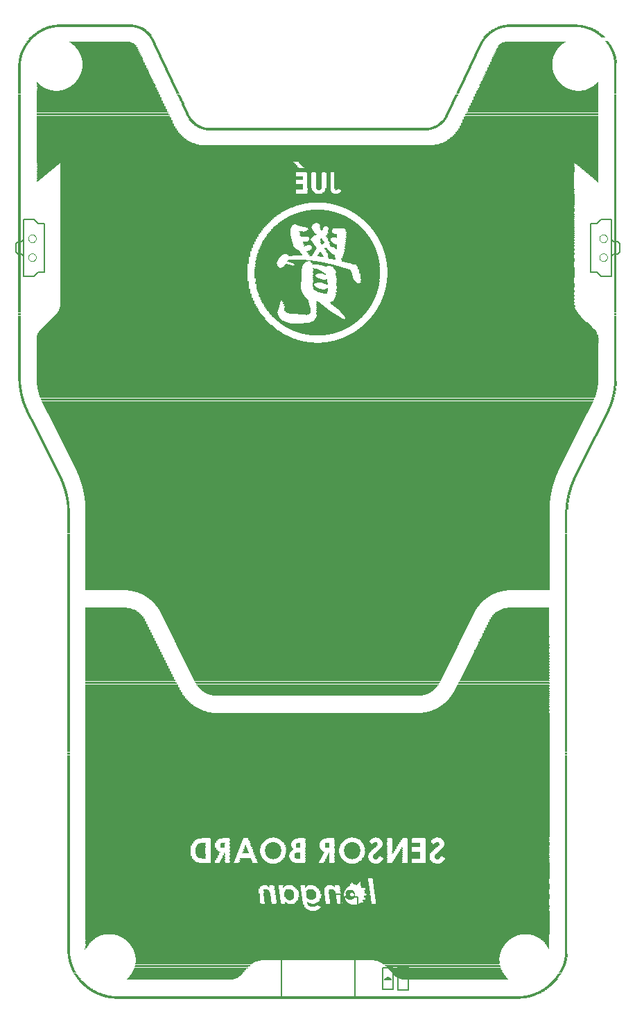
<source format=gbo>
G75*
G70*
%OFA0B0*%
%FSLAX24Y24*%
%IPPOS*%
%LPD*%
%AMOC8*
5,1,8,0,0,1.08239X$1,22.5*
%
%ADD10R,1.9505X0.0033*%
%ADD11R,2.0103X0.0033*%
%ADD12R,2.0435X0.0033*%
%ADD13R,2.0668X0.0033*%
%ADD14R,0.0532X0.0033*%
%ADD15R,0.0432X0.0033*%
%ADD16R,0.0399X0.0033*%
%ADD17R,0.0366X0.0033*%
%ADD18R,0.0332X0.0033*%
%ADD19R,0.0299X0.0033*%
%ADD20R,0.0266X0.0033*%
%ADD21R,0.0233X0.0033*%
%ADD22R,0.0199X0.0033*%
%ADD23R,0.0166X0.0033*%
%ADD24R,0.0133X0.0033*%
%ADD25R,0.0100X0.0033*%
%ADD26R,1.0733X0.0033*%
%ADD27R,1.1032X0.0033*%
%ADD28R,1.1231X0.0033*%
%ADD29R,1.1397X0.0033*%
%ADD30R,0.0498X0.0033*%
%ADD31R,0.0465X0.0033*%
%ADD32R,0.4552X0.0033*%
%ADD33R,0.4353X0.0033*%
%ADD34R,0.4154X0.0033*%
%ADD35R,0.4087X0.0033*%
%ADD36R,0.3888X0.0033*%
%ADD37R,0.3655X0.0033*%
%ADD38R,0.3423X0.0033*%
%ADD39R,0.5154X0.0033*%
%ADD40R,0.5121X0.0033*%
%ADD41R,0.5221X0.0033*%
%ADD42R,0.5287X0.0033*%
%ADD43R,0.5254X0.0033*%
%ADD44R,0.5320X0.0033*%
%ADD45R,0.5320X0.0033*%
%ADD46R,0.5354X0.0033*%
%ADD47R,0.5354X0.0033*%
%ADD48R,0.5354X0.0033*%
%ADD49R,0.5387X0.0033*%
%ADD50R,0.5420X0.0033*%
%ADD51R,0.5420X0.0033*%
%ADD52R,0.5420X0.0033*%
%ADD53R,0.5453X0.0033*%
%ADD54R,0.5487X0.0033*%
%ADD55R,0.5520X0.0033*%
%ADD56R,0.5553X0.0033*%
%ADD57R,0.5586X0.0033*%
%ADD58R,0.5620X0.0033*%
%ADD59R,0.5653X0.0033*%
%ADD60R,0.5719X0.0033*%
%ADD61R,0.5686X0.0033*%
%ADD62R,0.5786X0.0033*%
%ADD63R,0.5753X0.0033*%
%ADD64R,0.5852X0.0033*%
%ADD65R,0.6019X0.0033*%
%ADD66R,1.7491X0.0033*%
%ADD67R,1.7491X0.0033*%
%ADD68R,1.7524X0.0033*%
%ADD69R,1.7524X0.0033*%
%ADD70R,1.7557X0.0033*%
%ADD71R,1.7590X0.0033*%
%ADD72R,1.7624X0.0033*%
%ADD73R,1.7657X0.0033*%
%ADD74R,1.7690X0.0033*%
%ADD75R,1.7723X0.0033*%
%ADD76R,0.0033X0.0033*%
%ADD77R,0.0033X0.0033*%
%ADD78R,1.7757X0.0033*%
%ADD79R,1.7790X0.0033*%
%ADD80R,0.0067X0.0033*%
%ADD81R,1.7856X0.0033*%
%ADD82R,0.0100X0.0033*%
%ADD83R,1.7890X0.0033*%
%ADD84R,1.7923X0.0033*%
%ADD85R,0.0133X0.0033*%
%ADD86R,0.0133X0.0033*%
%ADD87R,1.7989X0.0033*%
%ADD88R,0.0166X0.0033*%
%ADD89R,0.0166X0.0033*%
%ADD90R,1.8023X0.0033*%
%ADD91R,0.0200X0.0033*%
%ADD92R,1.8089X0.0033*%
%ADD93R,1.8156X0.0033*%
%ADD94R,0.0233X0.0033*%
%ADD95R,1.8189X0.0033*%
%ADD96R,0.0266X0.0033*%
%ADD97R,0.0266X0.0033*%
%ADD98R,1.8255X0.0033*%
%ADD99R,0.0299X0.0033*%
%ADD100R,0.0299X0.0033*%
%ADD101R,1.8322X0.0033*%
%ADD102R,0.0333X0.0033*%
%ADD103R,0.0366X0.0033*%
%ADD104R,1.8422X0.0033*%
%ADD105R,0.0399X0.0033*%
%ADD106R,1.8488X0.0033*%
%ADD107R,0.0432X0.0033*%
%ADD108R,1.8588X0.0033*%
%ADD109R,0.0466X0.0033*%
%ADD110R,0.0499X0.0033*%
%ADD111R,1.8688X0.0033*%
%ADD112R,0.0532X0.0033*%
%ADD113R,1.8787X0.0033*%
%ADD114R,0.0565X0.0033*%
%ADD115R,0.0599X0.0033*%
%ADD116R,1.8920X0.0033*%
%ADD117R,0.0632X0.0033*%
%ADD118R,0.0665X0.0033*%
%ADD119R,1.9053X0.0033*%
%ADD120R,0.0698X0.0033*%
%ADD121R,0.0765X0.0033*%
%ADD122R,1.9220X0.0033*%
%ADD123R,0.0865X0.0033*%
%ADD124R,1.9486X0.0033*%
%ADD125R,0.0898X0.0033*%
%ADD126R,2.2312X0.0033*%
%ADD127R,2.2312X0.0033*%
%ADD128R,1.1206X0.0033*%
%ADD129R,1.0807X0.0033*%
%ADD130R,1.1139X0.0033*%
%ADD131R,1.0707X0.0033*%
%ADD132R,1.1073X0.0033*%
%ADD133R,1.0641X0.0033*%
%ADD134R,1.1040X0.0033*%
%ADD135R,1.0607X0.0033*%
%ADD136R,1.1006X0.0033*%
%ADD137R,1.0574X0.0033*%
%ADD138R,1.0973X0.0033*%
%ADD139R,1.0541X0.0033*%
%ADD140R,1.0541X0.0033*%
%ADD141R,1.1106X0.0033*%
%ADD142R,1.0508X0.0033*%
%ADD143R,1.1605X0.0033*%
%ADD144R,0.9211X0.0033*%
%ADD145R,0.2062X0.0033*%
%ADD146R,1.0474X0.0033*%
%ADD147R,0.8346X0.0033*%
%ADD148R,0.0599X0.0033*%
%ADD149R,0.0399X0.0033*%
%ADD150R,0.0366X0.0033*%
%ADD151R,0.0565X0.0033*%
%ADD152R,0.0200X0.0033*%
%ADD153R,0.0432X0.0033*%
%ADD154R,0.0266X0.0033*%
%ADD155R,0.8446X0.0033*%
%ADD156R,0.8346X0.0033*%
%ADD157R,0.0100X0.0033*%
%ADD158R,0.8413X0.0033*%
%ADD159R,0.0432X0.0033*%
%ADD160R,0.0033X0.0033*%
%ADD161R,0.0366X0.0033*%
%ADD162R,0.0266X0.0033*%
%ADD163R,0.0233X0.0033*%
%ADD164R,0.0333X0.0033*%
%ADD165R,0.8413X0.0033*%
%ADD166R,0.0200X0.0033*%
%ADD167R,0.8379X0.0033*%
%ADD168R,0.8379X0.0033*%
%ADD169R,0.0100X0.0033*%
%ADD170R,0.0466X0.0033*%
%ADD171R,0.0499X0.0033*%
%ADD172R,0.0200X0.0033*%
%ADD173R,0.8446X0.0033*%
%ADD174R,0.0432X0.0033*%
%ADD175R,0.0067X0.0033*%
%ADD176R,0.0100X0.0033*%
%ADD177R,0.0532X0.0033*%
%ADD178R,0.8513X0.0033*%
%ADD179R,1.2736X0.0033*%
%ADD180R,0.8479X0.0033*%
%ADD181R,1.2769X0.0033*%
%ADD182R,0.8479X0.0033*%
%ADD183R,1.2769X0.0033*%
%ADD184R,1.3633X0.0033*%
%ADD185R,1.3600X0.0033*%
%ADD186R,1.3600X0.0033*%
%ADD187R,0.5254X0.0033*%
%ADD188R,0.2727X0.0033*%
%ADD189R,0.0898X0.0033*%
%ADD190R,0.3491X0.0033*%
%ADD191R,0.8878X0.0033*%
%ADD192R,0.5187X0.0033*%
%ADD193R,0.0698X0.0033*%
%ADD194R,0.0798X0.0033*%
%ADD195R,0.0599X0.0033*%
%ADD196R,0.0665X0.0033*%
%ADD197R,0.0632X0.0033*%
%ADD198R,0.5354X0.0033*%
%ADD199R,0.5121X0.0033*%
%ADD200R,0.5088X0.0033*%
%ADD201R,0.5054X0.0033*%
%ADD202R,0.0732X0.0033*%
%ADD203R,0.5021X0.0033*%
%ADD204R,0.5021X0.0033*%
%ADD205R,0.0366X0.0033*%
%ADD206R,0.0765X0.0033*%
%ADD207R,0.0532X0.0033*%
%ADD208R,0.5154X0.0033*%
%ADD209R,0.0831X0.0033*%
%ADD210R,0.5520X0.0033*%
%ADD211R,0.5487X0.0033*%
%ADD212R,0.0698X0.0033*%
%ADD213R,0.0865X0.0033*%
%ADD214R,0.0698X0.0033*%
%ADD215R,0.5088X0.0033*%
%ADD216R,0.0865X0.0033*%
%ADD217R,0.0931X0.0033*%
%ADD218R,0.0798X0.0033*%
%ADD219R,0.5054X0.0033*%
%ADD220R,0.0732X0.0033*%
%ADD221R,0.0599X0.0033*%
%ADD222R,0.0765X0.0033*%
%ADD223R,0.5254X0.0033*%
%ADD224R,0.0931X0.0033*%
%ADD225R,0.1064X0.0033*%
%ADD226R,0.0998X0.0033*%
%ADD227R,0.1031X0.0033*%
%ADD228R,0.2893X0.0033*%
%ADD229R,0.1064X0.0033*%
%ADD230R,0.3691X0.0033*%
%ADD231R,0.8978X0.0033*%
%ADD232R,0.6085X0.0033*%
%ADD233R,0.5886X0.0033*%
%ADD234R,0.5686X0.0033*%
%ADD235R,0.5586X0.0033*%
%ADD236R,0.5520X0.0033*%
%ADD237R,0.5221X0.0033*%
%ADD238R,0.4988X0.0033*%
%ADD239R,0.4955X0.0033*%
%ADD240R,0.4988X0.0033*%
%ADD241R,0.4921X0.0033*%
%ADD242R,0.4888X0.0033*%
%ADD243R,0.4855X0.0033*%
%ADD244R,0.4822X0.0033*%
%ADD245R,0.4855X0.0033*%
%ADD246R,0.4822X0.0033*%
%ADD247R,0.4788X0.0033*%
%ADD248R,0.4755X0.0033*%
%ADD249R,0.4722X0.0033*%
%ADD250R,0.4722X0.0033*%
%ADD251R,1.0109X0.0033*%
%ADD252R,0.4689X0.0033*%
%ADD253R,1.0375X0.0033*%
%ADD254R,0.4655X0.0033*%
%ADD255R,1.0574X0.0033*%
%ADD256R,0.4622X0.0033*%
%ADD257R,1.0840X0.0033*%
%ADD258R,0.4589X0.0033*%
%ADD259R,1.0940X0.0033*%
%ADD260R,0.4622X0.0033*%
%ADD261R,0.4589X0.0033*%
%ADD262R,0.4556X0.0033*%
%ADD263R,1.1206X0.0033*%
%ADD264R,0.4522X0.0033*%
%ADD265R,1.1272X0.0033*%
%ADD266R,0.4522X0.0033*%
%ADD267R,1.1339X0.0033*%
%ADD268R,0.4489X0.0033*%
%ADD269R,1.1405X0.0033*%
%ADD270R,1.1439X0.0033*%
%ADD271R,0.4456X0.0033*%
%ADD272R,1.1505X0.0033*%
%ADD273R,1.1538X0.0033*%
%ADD274R,0.4423X0.0033*%
%ADD275R,1.1605X0.0033*%
%ADD276R,0.4456X0.0033*%
%ADD277R,0.4423X0.0033*%
%ADD278R,1.1638X0.0033*%
%ADD279R,0.4389X0.0033*%
%ADD280R,1.1671X0.0033*%
%ADD281R,1.1705X0.0033*%
%ADD282R,0.4356X0.0033*%
%ADD283R,1.1738X0.0033*%
%ADD284R,0.4356X0.0033*%
%ADD285R,1.1771X0.0033*%
%ADD286R,0.4323X0.0033*%
%ADD287R,1.1804X0.0033*%
%ADD288R,1.1838X0.0033*%
%ADD289R,0.4290X0.0033*%
%ADD290R,1.1871X0.0033*%
%ADD291R,1.1904X0.0033*%
%ADD292R,0.4256X0.0033*%
%ADD293R,1.1937X0.0033*%
%ADD294R,0.4290X0.0033*%
%ADD295R,0.4256X0.0033*%
%ADD296R,1.1971X0.0033*%
%ADD297R,0.4223X0.0033*%
%ADD298R,1.2004X0.0033*%
%ADD299R,1.2037X0.0033*%
%ADD300R,0.4190X0.0033*%
%ADD301R,1.2070X0.0033*%
%ADD302R,0.4190X0.0033*%
%ADD303R,1.2104X0.0033*%
%ADD304R,0.4156X0.0033*%
%ADD305R,1.2137X0.0033*%
%ADD306R,1.2170X0.0033*%
%ADD307R,0.4123X0.0033*%
%ADD308R,1.2203X0.0033*%
%ADD309R,1.2237X0.0033*%
%ADD310R,0.4090X0.0033*%
%ADD311R,1.2270X0.0033*%
%ADD312R,0.4123X0.0033*%
%ADD313R,0.4090X0.0033*%
%ADD314R,1.2303X0.0033*%
%ADD315R,0.4057X0.0033*%
%ADD316R,1.2336X0.0033*%
%ADD317R,1.2370X0.0033*%
%ADD318R,0.4023X0.0033*%
%ADD319R,1.2403X0.0033*%
%ADD320R,0.4023X0.0033*%
%ADD321R,1.2436X0.0033*%
%ADD322R,0.3990X0.0033*%
%ADD323R,1.2469X0.0033*%
%ADD324R,1.2503X0.0033*%
%ADD325R,0.3957X0.0033*%
%ADD326R,1.2536X0.0033*%
%ADD327R,1.2569X0.0033*%
%ADD328R,0.3924X0.0033*%
%ADD329R,1.2602X0.0033*%
%ADD330R,0.3957X0.0033*%
%ADD331R,0.3924X0.0033*%
%ADD332R,1.2636X0.0033*%
%ADD333R,0.3890X0.0033*%
%ADD334R,1.2669X0.0033*%
%ADD335R,1.2702X0.0033*%
%ADD336R,0.3857X0.0033*%
%ADD337R,0.3857X0.0033*%
%ADD338R,0.3824X0.0033*%
%ADD339R,1.2802X0.0033*%
%ADD340R,1.2835X0.0033*%
%ADD341R,0.3791X0.0033*%
%ADD342R,1.2869X0.0033*%
%ADD343R,1.2902X0.0033*%
%ADD344R,0.3757X0.0033*%
%ADD345R,1.2935X0.0033*%
%ADD346R,0.3791X0.0033*%
%ADD347R,0.3757X0.0033*%
%ADD348R,1.2968X0.0033*%
%ADD349R,0.3724X0.0033*%
%ADD350R,1.3002X0.0033*%
%ADD351R,1.3035X0.0033*%
%ADD352R,0.3691X0.0033*%
%ADD353R,1.3068X0.0033*%
%ADD354R,0.3691X0.0033*%
%ADD355R,1.3101X0.0033*%
%ADD356R,0.3658X0.0033*%
%ADD357R,1.3135X0.0033*%
%ADD358R,1.3168X0.0033*%
%ADD359R,0.3624X0.0033*%
%ADD360R,1.3201X0.0033*%
%ADD361R,1.3234X0.0033*%
%ADD362R,0.3591X0.0033*%
%ADD363R,1.3268X0.0033*%
%ADD364R,0.3624X0.0033*%
%ADD365R,0.3591X0.0033*%
%ADD366R,1.3301X0.0033*%
%ADD367R,0.3558X0.0033*%
%ADD368R,1.3334X0.0033*%
%ADD369R,1.3367X0.0033*%
%ADD370R,0.3525X0.0033*%
%ADD371R,1.3401X0.0033*%
%ADD372R,0.3525X0.0033*%
%ADD373R,1.3434X0.0033*%
%ADD374R,1.3467X0.0033*%
%ADD375R,1.3500X0.0033*%
%ADD376R,0.3458X0.0033*%
%ADD377R,1.3534X0.0033*%
%ADD378R,1.3567X0.0033*%
%ADD379R,0.3425X0.0033*%
%ADD380R,0.3458X0.0033*%
%ADD381R,0.3425X0.0033*%
%ADD382R,0.3392X0.0033*%
%ADD383R,1.3667X0.0033*%
%ADD384R,1.3700X0.0033*%
%ADD385R,0.3358X0.0033*%
%ADD386R,1.3733X0.0033*%
%ADD387R,0.3358X0.0033*%
%ADD388R,1.3766X0.0033*%
%ADD389R,0.3325X0.0033*%
%ADD390R,1.3800X0.0033*%
%ADD391R,1.3833X0.0033*%
%ADD392R,0.3292X0.0033*%
%ADD393R,1.3866X0.0033*%
%ADD394R,1.3899X0.0033*%
%ADD395R,0.3259X0.0033*%
%ADD396R,1.3933X0.0033*%
%ADD397R,0.3292X0.0033*%
%ADD398R,0.3259X0.0033*%
%ADD399R,1.3966X0.0033*%
%ADD400R,0.3225X0.0033*%
%ADD401R,1.3999X0.0033*%
%ADD402R,1.4032X0.0033*%
%ADD403R,0.3192X0.0033*%
%ADD404R,1.4066X0.0033*%
%ADD405R,0.3192X0.0033*%
%ADD406R,1.4099X0.0033*%
%ADD407R,0.3159X0.0033*%
%ADD408R,1.4132X0.0033*%
%ADD409R,1.4165X0.0033*%
%ADD410R,0.3126X0.0033*%
%ADD411R,1.4199X0.0033*%
%ADD412R,1.4232X0.0033*%
%ADD413R,0.3092X0.0033*%
%ADD414R,1.4265X0.0033*%
%ADD415R,0.3126X0.0033*%
%ADD416R,0.3092X0.0033*%
%ADD417R,1.4298X0.0033*%
%ADD418R,0.3059X0.0033*%
%ADD419R,1.4332X0.0033*%
%ADD420R,1.4365X0.0033*%
%ADD421R,0.3026X0.0033*%
%ADD422R,1.4398X0.0033*%
%ADD423R,0.3026X0.0033*%
%ADD424R,1.4431X0.0033*%
%ADD425R,0.2993X0.0033*%
%ADD426R,1.4465X0.0033*%
%ADD427R,1.4498X0.0033*%
%ADD428R,0.2959X0.0033*%
%ADD429R,1.4531X0.0033*%
%ADD430R,1.4564X0.0033*%
%ADD431R,0.2926X0.0033*%
%ADD432R,1.4598X0.0033*%
%ADD433R,0.2959X0.0033*%
%ADD434R,0.2926X0.0033*%
%ADD435R,1.4631X0.0033*%
%ADD436R,0.2893X0.0033*%
%ADD437R,1.4664X0.0033*%
%ADD438R,1.4697X0.0033*%
%ADD439R,0.2860X0.0033*%
%ADD440R,1.4731X0.0033*%
%ADD441R,0.2860X0.0033*%
%ADD442R,1.4764X0.0033*%
%ADD443R,0.2826X0.0033*%
%ADD444R,1.4797X0.0033*%
%ADD445R,1.4830X0.0033*%
%ADD446R,0.2793X0.0033*%
%ADD447R,1.4864X0.0033*%
%ADD448R,0.2760X0.0033*%
%ADD449R,1.4897X0.0033*%
%ADD450R,0.2760X0.0033*%
%ADD451R,1.4930X0.0033*%
%ADD452R,1.4963X0.0033*%
%ADD453R,0.2693X0.0033*%
%ADD454R,1.4997X0.0033*%
%ADD455R,0.2660X0.0033*%
%ADD456R,1.5030X0.0033*%
%ADD457R,0.2627X0.0033*%
%ADD458R,1.5063X0.0033*%
%ADD459R,0.2594X0.0033*%
%ADD460R,1.5096X0.0033*%
%ADD461R,0.2527X0.0033*%
%ADD462R,1.5130X0.0033*%
%ADD463R,0.2560X0.0033*%
%ADD464R,0.2494X0.0033*%
%ADD465R,1.5163X0.0033*%
%ADD466R,0.2427X0.0033*%
%ADD467R,1.5196X0.0033*%
%ADD468R,0.2461X0.0033*%
%ADD469R,0.2361X0.0033*%
%ADD470R,1.5229X0.0033*%
%ADD471R,0.2394X0.0033*%
%ADD472R,0.2294X0.0033*%
%ADD473R,1.5296X0.0033*%
%ADD474R,0.2195X0.0033*%
%ADD475R,1.5329X0.0033*%
%ADD476R,0.2028X0.0033*%
%ADD477R,1.5362X0.0033*%
%ADD478R,1.5429X0.0033*%
%ADD479R,1.5462X0.0033*%
%ADD480R,1.5529X0.0033*%
%ADD481R,1.5595X0.0033*%
%ADD482R,1.5628X0.0033*%
%ADD483R,1.5695X0.0033*%
%ADD484R,1.5761X0.0033*%
%ADD485R,1.5828X0.0033*%
%ADD486R,1.5894X0.0033*%
%ADD487R,1.5961X0.0033*%
%ADD488R,1.6027X0.0033*%
%ADD489R,1.6127X0.0033*%
%ADD490R,1.6194X0.0033*%
%ADD491R,1.6293X0.0033*%
%ADD492R,1.6393X0.0033*%
%ADD493R,1.6493X0.0033*%
%ADD494R,1.6593X0.0033*%
%ADD495R,1.6692X0.0033*%
%ADD496R,1.6825X0.0033*%
%ADD497R,1.6959X0.0033*%
%ADD498R,1.7125X0.0033*%
%ADD499R,1.7291X0.0033*%
%ADD500R,1.8222X0.0033*%
%ADD501R,2.2345X0.0033*%
%ADD502R,2.2345X0.0033*%
%ADD503R,2.2379X0.0033*%
%ADD504R,2.2412X0.0033*%
%ADD505R,2.2412X0.0033*%
%ADD506R,2.2445X0.0033*%
%ADD507R,2.2445X0.0033*%
%ADD508R,2.2478X0.0033*%
%ADD509R,2.2512X0.0033*%
%ADD510R,2.2512X0.0033*%
%ADD511R,2.2545X0.0033*%
%ADD512R,2.2578X0.0033*%
%ADD513R,2.2578X0.0033*%
%ADD514R,2.2611X0.0033*%
%ADD515R,2.2645X0.0033*%
%ADD516R,2.2678X0.0033*%
%ADD517R,2.2678X0.0033*%
%ADD518R,2.2711X0.0033*%
%ADD519R,2.2744X0.0033*%
%ADD520R,2.2778X0.0033*%
%ADD521R,2.2778X0.0033*%
%ADD522R,2.2811X0.0033*%
%ADD523R,2.2844X0.0033*%
%ADD524R,2.2877X0.0033*%
%ADD525R,2.2911X0.0033*%
%ADD526R,2.2944X0.0033*%
%ADD527R,2.2977X0.0033*%
%ADD528R,2.3010X0.0033*%
%ADD529R,2.3044X0.0033*%
%ADD530R,2.3077X0.0033*%
%ADD531R,2.3110X0.0033*%
%ADD532R,2.3143X0.0033*%
%ADD533R,2.3177X0.0033*%
%ADD534R,2.3210X0.0033*%
%ADD535R,2.3243X0.0033*%
%ADD536R,2.3276X0.0033*%
%ADD537R,2.3310X0.0033*%
%ADD538R,2.3343X0.0033*%
%ADD539R,2.3376X0.0033*%
%ADD540R,2.3409X0.0033*%
%ADD541R,2.3443X0.0033*%
%ADD542R,2.3476X0.0033*%
%ADD543R,2.3509X0.0033*%
%ADD544R,2.3542X0.0033*%
%ADD545R,2.3576X0.0033*%
%ADD546R,2.3609X0.0033*%
%ADD547R,2.3642X0.0033*%
%ADD548R,2.3675X0.0033*%
%ADD549R,2.3709X0.0033*%
%ADD550R,2.3742X0.0033*%
%ADD551R,2.3775X0.0033*%
%ADD552R,2.3808X0.0033*%
%ADD553R,2.3842X0.0033*%
%ADD554R,2.3875X0.0033*%
%ADD555R,2.3908X0.0033*%
%ADD556R,2.3941X0.0033*%
%ADD557R,2.3975X0.0033*%
%ADD558R,2.4008X0.0033*%
%ADD559R,2.4041X0.0033*%
%ADD560R,2.4074X0.0033*%
%ADD561R,2.4108X0.0033*%
%ADD562R,2.4141X0.0033*%
%ADD563R,2.4174X0.0033*%
%ADD564R,2.4207X0.0033*%
%ADD565R,2.4241X0.0033*%
%ADD566R,2.4274X0.0033*%
%ADD567R,2.4307X0.0033*%
%ADD568R,2.4340X0.0033*%
%ADD569R,2.4374X0.0033*%
%ADD570R,2.4407X0.0033*%
%ADD571R,2.4440X0.0033*%
%ADD572R,2.4473X0.0033*%
%ADD573R,2.4507X0.0033*%
%ADD574R,2.4540X0.0033*%
%ADD575R,2.4573X0.0033*%
%ADD576R,2.4606X0.0033*%
%ADD577R,2.4640X0.0033*%
%ADD578R,2.4673X0.0033*%
%ADD579R,2.4706X0.0033*%
%ADD580R,2.4739X0.0033*%
%ADD581R,2.4773X0.0033*%
%ADD582R,2.4806X0.0033*%
%ADD583R,2.4839X0.0033*%
%ADD584R,2.4872X0.0033*%
%ADD585R,2.4906X0.0033*%
%ADD586R,2.4939X0.0033*%
%ADD587R,2.4972X0.0033*%
%ADD588R,2.5005X0.0033*%
%ADD589R,2.5039X0.0033*%
%ADD590R,2.5072X0.0033*%
%ADD591R,2.5105X0.0033*%
%ADD592R,2.5138X0.0033*%
%ADD593R,2.5172X0.0033*%
%ADD594R,2.5205X0.0033*%
%ADD595R,2.5238X0.0033*%
%ADD596R,2.5271X0.0033*%
%ADD597R,2.5305X0.0033*%
%ADD598R,2.5338X0.0033*%
%ADD599R,2.5371X0.0033*%
%ADD600R,2.5405X0.0033*%
%ADD601R,2.5438X0.0033*%
%ADD602R,2.5471X0.0033*%
%ADD603R,2.5504X0.0033*%
%ADD604R,2.5538X0.0033*%
%ADD605R,2.5571X0.0033*%
%ADD606R,2.5604X0.0033*%
%ADD607R,2.5637X0.0033*%
%ADD608R,2.5671X0.0033*%
%ADD609R,2.5737X0.0033*%
%ADD610R,2.5804X0.0033*%
%ADD611R,2.5870X0.0033*%
%ADD612R,2.5870X0.0033*%
%ADD613R,2.5937X0.0033*%
%ADD614R,2.5970X0.0033*%
%ADD615R,2.6003X0.0033*%
%ADD616R,2.6036X0.0033*%
%ADD617R,2.6070X0.0033*%
%ADD618R,2.6103X0.0033*%
%ADD619R,2.6136X0.0033*%
%ADD620R,2.6169X0.0033*%
%ADD621R,2.6203X0.0033*%
%ADD622R,2.6236X0.0033*%
%ADD623R,2.6269X0.0033*%
%ADD624R,2.6302X0.0033*%
%ADD625R,2.6336X0.0033*%
%ADD626R,2.6369X0.0033*%
%ADD627R,2.6402X0.0033*%
%ADD628R,2.6435X0.0033*%
%ADD629R,2.6469X0.0033*%
%ADD630R,2.6502X0.0033*%
%ADD631R,2.6535X0.0033*%
%ADD632R,2.6568X0.0033*%
%ADD633R,2.6602X0.0033*%
%ADD634R,2.6635X0.0033*%
%ADD635R,2.6668X0.0033*%
%ADD636R,2.6701X0.0033*%
%ADD637R,2.6735X0.0033*%
%ADD638R,2.6768X0.0033*%
%ADD639R,2.6768X0.0033*%
%ADD640R,2.6801X0.0033*%
%ADD641R,2.6834X0.0033*%
%ADD642R,2.6834X0.0033*%
%ADD643R,2.6868X0.0033*%
%ADD644R,2.6901X0.0033*%
%ADD645R,2.6901X0.0033*%
%ADD646R,2.6934X0.0033*%
%ADD647R,2.6967X0.0033*%
%ADD648R,2.6967X0.0033*%
%ADD649R,2.7001X0.0033*%
%ADD650R,2.7001X0.0033*%
%ADD651R,1.3301X0.0033*%
%ADD652R,1.3002X0.0033*%
%ADD653R,1.2669X0.0033*%
%ADD654R,1.2569X0.0033*%
%ADD655R,1.2469X0.0033*%
%ADD656R,1.2270X0.0033*%
%ADD657R,1.2170X0.0033*%
%ADD658R,1.2104X0.0033*%
%ADD659R,1.2037X0.0033*%
%ADD660R,1.1937X0.0033*%
%ADD661R,0.1230X0.0033*%
%ADD662R,0.1530X0.0033*%
%ADD663R,1.1738X0.0033*%
%ADD664R,0.1762X0.0033*%
%ADD665R,1.1638X0.0033*%
%ADD666R,0.1962X0.0033*%
%ADD667R,1.1572X0.0033*%
%ADD668R,0.2161X0.0033*%
%ADD669R,0.2328X0.0033*%
%ADD670R,1.1372X0.0033*%
%ADD671R,1.1339X0.0033*%
%ADD672R,1.1272X0.0033*%
%ADD673R,1.1173X0.0033*%
%ADD674R,1.0973X0.0033*%
%ADD675R,1.0907X0.0033*%
%ADD676R,0.3325X0.0033*%
%ADD677R,1.0807X0.0033*%
%ADD678R,1.0774X0.0033*%
%ADD679R,0.3525X0.0033*%
%ADD680R,1.0740X0.0033*%
%ADD681R,1.0674X0.0033*%
%ADD682R,0.2228X0.0033*%
%ADD683R,0.2195X0.0033*%
%ADD684R,1.0408X0.0033*%
%ADD685R,1.0341X0.0033*%
%ADD686R,1.0275X0.0033*%
%ADD687R,0.1397X0.0033*%
%ADD688R,1.0208X0.0033*%
%ADD689R,0.1264X0.0033*%
%ADD690R,1.0242X0.0033*%
%ADD691R,1.0142X0.0033*%
%ADD692R,1.0175X0.0033*%
%ADD693R,1.0075X0.0033*%
%ADD694R,0.0865X0.0033*%
%ADD695R,0.1131X0.0033*%
%ADD696R,1.0109X0.0033*%
%ADD697R,1.0042X0.0033*%
%ADD698R,0.1097X0.0033*%
%ADD699R,0.9976X0.0033*%
%ADD700R,0.1031X0.0033*%
%ADD701R,0.9909X0.0033*%
%ADD702R,0.0998X0.0033*%
%ADD703R,0.0964X0.0033*%
%ADD704R,0.9942X0.0033*%
%ADD705R,0.9843X0.0033*%
%ADD706R,0.9876X0.0033*%
%ADD707R,0.9776X0.0033*%
%ADD708R,0.9809X0.0033*%
%ADD709R,0.1197X0.0033*%
%ADD710R,0.1164X0.0033*%
%ADD711R,0.9743X0.0033*%
%ADD712R,0.9710X0.0033*%
%ADD713R,0.1264X0.0033*%
%ADD714R,0.9643X0.0033*%
%ADD715R,0.1297X0.0033*%
%ADD716R,0.1230X0.0033*%
%ADD717R,0.9676X0.0033*%
%ADD718R,0.9643X0.0033*%
%ADD719R,0.1363X0.0033*%
%ADD720R,0.9610X0.0033*%
%ADD721R,0.9577X0.0033*%
%ADD722R,0.1430X0.0033*%
%ADD723R,0.9543X0.0033*%
%ADD724R,0.1496X0.0033*%
%ADD725R,0.1563X0.0033*%
%ADD726R,0.9510X0.0033*%
%ADD727R,0.9477X0.0033*%
%ADD728R,0.1629X0.0033*%
%ADD729R,0.9510X0.0033*%
%ADD730R,0.9477X0.0033*%
%ADD731R,0.1696X0.0033*%
%ADD732R,0.9444X0.0033*%
%ADD733R,0.1729X0.0033*%
%ADD734R,0.1796X0.0033*%
%ADD735R,0.1264X0.0033*%
%ADD736R,0.9410X0.0033*%
%ADD737R,0.1895X0.0033*%
%ADD738R,0.9377X0.0033*%
%ADD739R,0.9344X0.0033*%
%ADD740R,0.1929X0.0033*%
%ADD741R,0.0831X0.0033*%
%ADD742R,0.9377X0.0033*%
%ADD743R,0.9344X0.0033*%
%ADD744R,0.1995X0.0033*%
%ADD745R,0.9311X0.0033*%
%ADD746R,0.2028X0.0033*%
%ADD747R,0.2095X0.0033*%
%ADD748R,0.9277X0.0033*%
%ADD749R,0.9277X0.0033*%
%ADD750R,0.0931X0.0033*%
%ADD751R,0.9311X0.0033*%
%ADD752R,0.1929X0.0033*%
%ADD753R,0.2294X0.0033*%
%ADD754R,0.9244X0.0033*%
%ADD755R,0.2261X0.0033*%
%ADD756R,0.1929X0.0033*%
%ADD757R,0.9211X0.0033*%
%ADD758R,0.2228X0.0033*%
%ADD759R,0.1962X0.0033*%
%ADD760R,0.2195X0.0033*%
%ADD761R,0.9178X0.0033*%
%ADD762R,0.9144X0.0033*%
%ADD763R,0.9144X0.0033*%
%ADD764R,0.2161X0.0033*%
%ADD765R,0.9178X0.0033*%
%ADD766R,0.2128X0.0033*%
%ADD767R,0.9111X0.0033*%
%ADD768R,0.9111X0.0033*%
%ADD769R,0.1995X0.0033*%
%ADD770R,0.2128X0.0033*%
%ADD771R,0.9078X0.0033*%
%ADD772R,0.9045X0.0033*%
%ADD773R,0.2028X0.0033*%
%ADD774R,0.9078X0.0033*%
%ADD775R,0.9045X0.0033*%
%ADD776R,0.2062X0.0033*%
%ADD777R,0.9011X0.0033*%
%ADD778R,0.0964X0.0033*%
%ADD779R,0.9011X0.0033*%
%ADD780R,0.8978X0.0033*%
%ADD781R,0.2261X0.0033*%
%ADD782R,0.0765X0.0033*%
%ADD783R,0.1031X0.0033*%
%ADD784R,0.1097X0.0033*%
%ADD785R,0.1097X0.0033*%
%ADD786R,0.1330X0.0033*%
%ADD787R,0.1430X0.0033*%
%ADD788R,0.1530X0.0033*%
%ADD789R,0.1031X0.0033*%
%ADD790R,0.1663X0.0033*%
%ADD791R,0.1829X0.0033*%
%ADD792R,0.1197X0.0033*%
%ADD793R,0.1796X0.0033*%
%ADD794R,0.1097X0.0033*%
%ADD795R,0.1762X0.0033*%
%ADD796R,0.1696X0.0033*%
%ADD797R,0.1197X0.0033*%
%ADD798R,0.1629X0.0033*%
%ADD799R,0.1596X0.0033*%
%ADD800R,0.2028X0.0033*%
%ADD801R,0.1862X0.0033*%
%ADD802R,0.1496X0.0033*%
%ADD803R,0.1762X0.0033*%
%ADD804R,0.1463X0.0033*%
%ADD805R,0.1596X0.0033*%
%ADD806R,0.9244X0.0033*%
%ADD807R,0.1430X0.0033*%
%ADD808R,0.1563X0.0033*%
%ADD809R,0.1530X0.0033*%
%ADD810R,0.1463X0.0033*%
%ADD811R,0.1297X0.0033*%
%ADD812R,0.9410X0.0033*%
%ADD813R,0.0033X0.0033*%
%ADD814R,0.9444X0.0033*%
%ADD815R,0.1131X0.0033*%
%ADD816R,0.9543X0.0033*%
%ADD817R,0.9577X0.0033*%
%ADD818R,0.0931X0.0033*%
%ADD819R,0.9676X0.0033*%
%ADD820R,0.9776X0.0033*%
%ADD821R,0.1596X0.0033*%
%ADD822R,0.1596X0.0033*%
%ADD823R,0.9909X0.0033*%
%ADD824R,0.9909X0.0033*%
%ADD825R,0.1895X0.0033*%
%ADD826R,0.9942X0.0033*%
%ADD827R,1.0009X0.0033*%
%ADD828R,0.3591X0.0033*%
%ADD829R,1.0075X0.0033*%
%ADD830R,0.3491X0.0033*%
%ADD831R,1.0208X0.0033*%
%ADD832R,0.3192X0.0033*%
%ADD833R,1.0242X0.0033*%
%ADD834R,1.0275X0.0033*%
%ADD835R,1.0308X0.0033*%
%ADD836R,0.2860X0.0033*%
%ADD837R,1.0341X0.0033*%
%ADD838R,0.2594X0.0033*%
%ADD839R,1.0441X0.0033*%
%ADD840R,1.0508X0.0033*%
%ADD841R,0.2261X0.0033*%
%ADD842R,1.0674X0.0033*%
%ADD843R,0.1696X0.0033*%
%ADD844R,1.0774X0.0033*%
%ADD845R,1.0873X0.0033*%
%ADD846R,1.0907X0.0033*%
%ADD847R,1.0940X0.0033*%
%ADD848R,1.1006X0.0033*%
%ADD849R,1.1139X0.0033*%
%ADD850R,1.1173X0.0033*%
%ADD851R,1.1239X0.0033*%
%ADD852R,1.1705X0.0033*%
%ADD853R,1.1738X0.0033*%
%ADD854R,1.1904X0.0033*%
%ADD855R,2.4706X0.0033*%
%ADD856R,1.1339X0.0033*%
%ADD857R,1.1306X0.0033*%
%ADD858R,1.1306X0.0033*%
%ADD859R,1.1239X0.0033*%
%ADD860R,1.1671X0.0033*%
%ADD861R,1.1538X0.0033*%
%ADD862R,1.1671X0.0033*%
%ADD863R,1.1372X0.0033*%
%ADD864R,1.2336X0.0033*%
%ADD865R,0.7847X0.0033*%
%ADD866R,0.7814X0.0033*%
%ADD867R,0.7681X0.0033*%
%ADD868R,0.7681X0.0033*%
%ADD869R,0.7581X0.0033*%
%ADD870R,0.7482X0.0033*%
%ADD871R,0.7415X0.0033*%
%ADD872R,0.7349X0.0033*%
%ADD873R,0.7349X0.0033*%
%ADD874R,0.7282X0.0033*%
%ADD875R,0.7249X0.0033*%
%ADD876R,0.7216X0.0033*%
%ADD877R,0.7182X0.0033*%
%ADD878R,0.7182X0.0033*%
%ADD879R,0.7149X0.0033*%
%ADD880R,0.7116X0.0033*%
%ADD881R,0.7116X0.0033*%
%ADD882R,0.7083X0.0033*%
%ADD883R,0.7049X0.0033*%
%ADD884R,0.7016X0.0033*%
%ADD885R,0.7016X0.0033*%
%ADD886R,0.6983X0.0033*%
%ADD887R,0.6950X0.0033*%
%ADD888R,0.6916X0.0033*%
%ADD889R,0.6883X0.0033*%
%ADD890R,0.6850X0.0033*%
%ADD891R,0.6850X0.0033*%
%ADD892R,0.6817X0.0033*%
%ADD893R,0.6783X0.0033*%
%ADD894R,0.6783X0.0033*%
%ADD895R,0.6750X0.0033*%
%ADD896R,0.6717X0.0033*%
%ADD897R,0.6684X0.0033*%
%ADD898R,0.6684X0.0033*%
%ADD899R,0.6684X0.0033*%
%ADD900R,0.6650X0.0033*%
%ADD901R,0.6650X0.0033*%
%ADD902R,0.6617X0.0033*%
%ADD903R,0.6584X0.0033*%
%ADD904R,0.6584X0.0033*%
%ADD905R,0.6551X0.0033*%
%ADD906R,0.6517X0.0033*%
%ADD907R,0.6517X0.0033*%
%ADD908R,0.6517X0.0033*%
%ADD909R,0.6517X0.0033*%
%ADD910R,0.6484X0.0033*%
%ADD911R,0.6451X0.0033*%
%ADD912R,0.6451X0.0033*%
%ADD913R,0.6418X0.0033*%
%ADD914R,0.6418X0.0033*%
%ADD915R,0.6384X0.0033*%
%ADD916R,0.6351X0.0033*%
%ADD917R,0.6351X0.0033*%
%ADD918R,0.6351X0.0033*%
%ADD919R,0.6351X0.0033*%
%ADD920R,0.6318X0.0033*%
%ADD921R,0.6285X0.0033*%
%ADD922R,0.6285X0.0033*%
%ADD923R,0.6251X0.0033*%
%ADD924R,0.6251X0.0033*%
%ADD925R,0.6218X0.0033*%
%ADD926R,0.6218X0.0033*%
%ADD927R,0.6185X0.0033*%
%ADD928R,0.6185X0.0033*%
%ADD929R,0.6185X0.0033*%
%ADD930R,0.6152X0.0033*%
%ADD931R,0.6118X0.0033*%
%ADD932R,0.6118X0.0033*%
%ADD933R,0.6085X0.0033*%
%ADD934R,0.6052X0.0033*%
%ADD935R,0.6052X0.0033*%
%ADD936R,0.6019X0.0033*%
%ADD937R,0.6019X0.0033*%
%ADD938R,0.5985X0.0033*%
%ADD939R,0.5985X0.0033*%
%ADD940R,0.5952X0.0033*%
%ADD941R,0.5952X0.0033*%
%ADD942R,0.5919X0.0033*%
%ADD943R,0.5886X0.0033*%
%ADD944R,0.5852X0.0033*%
%ADD945R,0.5819X0.0033*%
%ADD946R,0.4556X0.0033*%
%ADD947R,0.4522X0.0033*%
%ADD948R,0.4423X0.0033*%
%ADD949R,0.3924X0.0033*%
%ADD950R,0.3857X0.0033*%
%ADD951R,0.3824X0.0033*%
%ADD952R,0.3757X0.0033*%
%ADD953R,0.3691X0.0033*%
%ADD954R,0.3425X0.0033*%
%ADD955R,0.3358X0.0033*%
%ADD956R,0.3159X0.0033*%
%ADD957R,0.3092X0.0033*%
%ADD958R,0.3059X0.0033*%
%ADD959R,0.3026X0.0033*%
%ADD960R,0.2993X0.0033*%
%ADD961R,0.2926X0.0033*%
%ADD962R,0.3026X0.0033*%
%ADD963C,0.0050*%
%ADD964C,0.0000*%
D10*
X015248Y002160D03*
D11*
X015248Y002193D03*
D12*
X015248Y002226D03*
D13*
X015231Y002260D03*
D14*
X005063Y002293D03*
X025399Y002293D03*
D15*
X025549Y002326D03*
X004947Y002326D03*
X024053Y048813D03*
D16*
X028257Y048779D03*
X006625Y048813D03*
X002239Y048779D03*
X004831Y002359D03*
D17*
X025648Y002359D03*
X025748Y002393D03*
X020830Y043994D03*
X023920Y048779D03*
X028340Y048746D03*
D18*
X028423Y048713D03*
X009649Y043994D03*
X006725Y048779D03*
X002139Y048746D03*
X004665Y002426D03*
X004731Y002393D03*
X025831Y002426D03*
D19*
X025881Y002459D03*
X004582Y002459D03*
X004515Y002492D03*
X009566Y044028D03*
X002056Y048713D03*
X001990Y048680D03*
X020897Y044028D03*
X023854Y048746D03*
D20*
X023771Y048713D03*
X023704Y048680D03*
X023605Y048613D03*
X020980Y044061D03*
X028489Y048680D03*
X028556Y048646D03*
X028622Y048613D03*
X009516Y044061D03*
X009450Y044094D03*
X006858Y048713D03*
X006791Y048746D03*
X001940Y048646D03*
X001873Y048613D03*
X004299Y002625D03*
X004399Y002559D03*
X004465Y002526D03*
X025964Y002492D03*
X026030Y002526D03*
X026130Y002592D03*
D21*
X026080Y002559D03*
X026180Y002625D03*
X026246Y002658D03*
X026280Y002692D03*
X026313Y002725D03*
X004349Y002592D03*
X004249Y002658D03*
X004216Y002692D03*
X004116Y002758D03*
X004083Y002791D03*
X009400Y044127D03*
X006941Y048646D03*
X006908Y048680D03*
X001824Y048580D03*
X001757Y048547D03*
X001724Y048514D03*
X001624Y048447D03*
X001591Y048414D03*
X001558Y048381D03*
X021030Y044094D03*
X021096Y044127D03*
X021129Y044161D03*
X023522Y048547D03*
X023555Y048580D03*
X023655Y048646D03*
X028672Y048580D03*
X028705Y048547D03*
X028772Y048514D03*
X028805Y048480D03*
D22*
X028855Y048447D03*
X028888Y048414D03*
X028921Y048381D03*
X028955Y048347D03*
X023472Y048514D03*
X023439Y048480D03*
X023405Y048447D03*
X023372Y048414D03*
X023339Y048381D03*
X023306Y048347D03*
X021279Y044294D03*
X021246Y044260D03*
X021212Y044227D03*
X021179Y044194D03*
X009350Y044161D03*
X009317Y044194D03*
X009283Y044227D03*
X009250Y044260D03*
X009217Y044294D03*
X009184Y044327D03*
X009150Y044360D03*
X007157Y048447D03*
X007124Y048480D03*
X007090Y048514D03*
X007057Y048547D03*
X007024Y048580D03*
X006991Y048613D03*
X001674Y048480D03*
X001508Y048347D03*
X001475Y048314D03*
X001441Y048281D03*
X001342Y048148D03*
X003767Y003124D03*
X003867Y002991D03*
X003900Y002957D03*
X003934Y002924D03*
X003967Y002891D03*
X004000Y002858D03*
X004033Y002825D03*
X004166Y002725D03*
X026363Y002758D03*
X026396Y002791D03*
X026429Y002825D03*
X026462Y002858D03*
X026496Y002891D03*
X026529Y002924D03*
X026562Y002957D03*
X026595Y002991D03*
X026629Y003024D03*
X026662Y003057D03*
X026695Y003090D03*
D23*
X026712Y003124D03*
X026745Y003157D03*
X026778Y003190D03*
X026778Y003223D03*
X026811Y003257D03*
X026845Y003290D03*
X026845Y003323D03*
X026878Y003356D03*
X026911Y003423D03*
X026944Y003489D03*
X026977Y003556D03*
X027011Y003622D03*
X027044Y003689D03*
X027443Y026815D03*
X027509Y026982D03*
X027576Y027148D03*
X027609Y027214D03*
X027642Y027281D03*
X027675Y027347D03*
X027709Y027414D03*
X027742Y027480D03*
X027775Y027546D03*
X027808Y027613D03*
X027841Y027679D03*
X027875Y027746D03*
X027908Y027812D03*
X027941Y027879D03*
X027974Y027945D03*
X028008Y028012D03*
X028041Y028078D03*
X028074Y028145D03*
X028107Y028211D03*
X028140Y028277D03*
X028174Y028344D03*
X028207Y028410D03*
X028240Y028477D03*
X028273Y028543D03*
X028307Y028610D03*
X028340Y028676D03*
X028373Y028743D03*
X028406Y028809D03*
X028440Y028876D03*
X028473Y028942D03*
X028506Y029009D03*
X028539Y029075D03*
X028572Y029141D03*
X029104Y030171D03*
X029137Y030238D03*
X029237Y030471D03*
X029270Y030537D03*
X021295Y044327D03*
X021329Y044360D03*
X021362Y044393D03*
X021395Y044460D03*
X021428Y044493D03*
X021561Y044792D03*
X021594Y044858D03*
X021628Y044925D03*
X021661Y044991D03*
X021694Y045058D03*
X021727Y045124D03*
X021827Y045357D03*
X021860Y045423D03*
X021894Y045490D03*
X021927Y045556D03*
X021960Y045623D03*
X021993Y045689D03*
X022126Y045988D03*
X022159Y046055D03*
X022193Y046121D03*
X022226Y046188D03*
X022259Y046254D03*
X022292Y046320D03*
X022392Y046553D03*
X022425Y046620D03*
X022458Y046686D03*
X022492Y046752D03*
X022525Y046819D03*
X022558Y046885D03*
X022658Y047118D03*
X022691Y047184D03*
X022724Y047251D03*
X022757Y047317D03*
X022791Y047384D03*
X022824Y047450D03*
X022957Y047749D03*
X022990Y047816D03*
X023023Y047882D03*
X023057Y047949D03*
X023090Y048015D03*
X023123Y048082D03*
X023156Y048148D03*
X023189Y048181D03*
X023189Y048214D03*
X023223Y048248D03*
X023256Y048281D03*
X023289Y048314D03*
X029137Y048148D03*
X029171Y048115D03*
X029204Y048082D03*
X029204Y048048D03*
X029237Y048015D03*
X029270Y047982D03*
X029303Y047915D03*
X029337Y047849D03*
X029370Y047783D03*
X029403Y047716D03*
X009134Y044393D03*
X009101Y044426D03*
X009067Y044493D03*
X008968Y044692D03*
X008934Y044759D03*
X008901Y044825D03*
X008868Y044892D03*
X008835Y044958D03*
X008802Y045025D03*
X008702Y045257D03*
X008669Y045324D03*
X008635Y045390D03*
X008602Y045457D03*
X008569Y045523D03*
X008536Y045589D03*
X008503Y045656D03*
X008403Y045889D03*
X008370Y045955D03*
X008336Y046021D03*
X008303Y046088D03*
X008270Y046154D03*
X008237Y046221D03*
X008137Y046453D03*
X008104Y046520D03*
X008071Y046586D03*
X008037Y046653D03*
X008004Y046719D03*
X007971Y046786D03*
X007838Y047085D03*
X007805Y047151D03*
X007771Y047218D03*
X007738Y047284D03*
X007705Y047351D03*
X007672Y047417D03*
X007572Y047650D03*
X007539Y047716D03*
X007506Y047783D03*
X007472Y047849D03*
X007439Y047915D03*
X007406Y047982D03*
X007306Y048214D03*
X007273Y048281D03*
X007240Y048314D03*
X007207Y048381D03*
X007173Y048414D03*
X001425Y048248D03*
X001392Y048214D03*
X001358Y048181D03*
X001325Y048115D03*
X001292Y048082D03*
X001259Y048048D03*
X001226Y047982D03*
X001192Y047949D03*
X001159Y047882D03*
X001126Y047816D03*
X001093Y047749D03*
X001059Y047683D03*
X001159Y030670D03*
X001226Y030504D03*
X001259Y030437D03*
X001491Y029972D03*
X001525Y029906D03*
X001558Y029839D03*
X001591Y029773D03*
X001624Y029706D03*
X001657Y029640D03*
X001691Y029573D03*
X001724Y029507D03*
X001757Y029440D03*
X001790Y029374D03*
X001824Y029308D03*
X001857Y029241D03*
X001890Y029175D03*
X001923Y029108D03*
X001957Y029042D03*
X001990Y028975D03*
X002023Y028909D03*
X002056Y028842D03*
X002089Y028776D03*
X002123Y028709D03*
X002156Y028643D03*
X002189Y028577D03*
X002222Y028510D03*
X002256Y028444D03*
X002289Y028377D03*
X002322Y028311D03*
X002355Y028244D03*
X002389Y028178D03*
X002422Y028111D03*
X002455Y028045D03*
X002488Y027978D03*
X002521Y027912D03*
X002555Y027846D03*
X002588Y027779D03*
X002621Y027713D03*
X002654Y027646D03*
X002688Y027580D03*
X002721Y027513D03*
X002754Y027447D03*
X002787Y027380D03*
X002820Y027314D03*
X002854Y027247D03*
X002887Y027181D03*
X002920Y027114D03*
X002987Y026948D03*
X003452Y003655D03*
X003485Y003589D03*
X003518Y003522D03*
X003551Y003456D03*
X003585Y003389D03*
X003618Y003323D03*
X003651Y003290D03*
X003684Y003257D03*
X003684Y003223D03*
X003718Y003190D03*
X003751Y003157D03*
X003784Y003090D03*
X003817Y003057D03*
X003851Y003024D03*
D24*
X003369Y003855D03*
X003369Y003888D03*
X003369Y003921D03*
X003336Y003954D03*
X003336Y003988D03*
X003336Y004021D03*
X003336Y004054D03*
X003302Y004120D03*
X003302Y004154D03*
X003302Y004187D03*
X003302Y004220D03*
X003269Y004353D03*
X003269Y004386D03*
X003269Y004420D03*
X003269Y004453D03*
X003269Y004486D03*
X003269Y004519D03*
X003269Y004552D03*
X003269Y004586D03*
X003269Y004619D03*
X003269Y004652D03*
X003269Y004685D03*
X003269Y004719D03*
X003269Y004752D03*
X003269Y004785D03*
X003269Y004818D03*
X003269Y004851D03*
X003269Y004885D03*
X003269Y004918D03*
X003269Y004951D03*
X003269Y004984D03*
X003269Y005018D03*
X003269Y005051D03*
X003269Y005084D03*
X003269Y005117D03*
X003269Y005151D03*
X003269Y005184D03*
X003269Y005217D03*
X003269Y005250D03*
X003269Y005283D03*
X003269Y005317D03*
X003269Y005350D03*
X003269Y005383D03*
X003269Y005416D03*
X003269Y005450D03*
X003269Y005483D03*
X003269Y005516D03*
X003269Y005549D03*
X003269Y005583D03*
X003269Y005616D03*
X003269Y005649D03*
X003269Y005682D03*
X003269Y005715D03*
X003269Y005749D03*
X003269Y005782D03*
X003269Y005815D03*
X003269Y005848D03*
X003269Y005882D03*
X003269Y005915D03*
X003269Y005948D03*
X003269Y005981D03*
X003269Y006014D03*
X003269Y006048D03*
X003269Y006081D03*
X003269Y006114D03*
X003269Y006147D03*
X003269Y006181D03*
X003269Y006214D03*
X003269Y006247D03*
X003269Y006280D03*
X003269Y006314D03*
X003269Y006347D03*
X003269Y006380D03*
X003269Y006413D03*
X003269Y006446D03*
X003269Y006480D03*
X003269Y006513D03*
X003269Y006546D03*
X003269Y006579D03*
X003269Y006613D03*
X003269Y006646D03*
X003269Y006679D03*
X003269Y006712D03*
X003269Y006746D03*
X003269Y006779D03*
X003269Y006812D03*
X003269Y006845D03*
X003269Y006878D03*
X003269Y006912D03*
X003269Y006945D03*
X003269Y006978D03*
X003269Y007011D03*
X003269Y007045D03*
X003269Y007078D03*
X003269Y007111D03*
X003269Y007144D03*
X003269Y007177D03*
X003269Y007211D03*
X003269Y007244D03*
X003269Y007277D03*
X003269Y007310D03*
X003269Y007344D03*
X003269Y007377D03*
X003269Y007410D03*
X003269Y007443D03*
X003269Y007477D03*
X003269Y007510D03*
X003269Y007543D03*
X003269Y007576D03*
X003269Y007609D03*
X003269Y007643D03*
X003269Y007676D03*
X003269Y007709D03*
X003269Y007742D03*
X003269Y007776D03*
X003269Y007809D03*
X003269Y007842D03*
X003269Y007875D03*
X003269Y007909D03*
X003269Y007942D03*
X003269Y007975D03*
X003269Y008008D03*
X003269Y008041D03*
X003269Y008075D03*
X003269Y008108D03*
X003269Y008141D03*
X003269Y008174D03*
X003269Y008208D03*
X003269Y008241D03*
X003269Y008274D03*
X003269Y008307D03*
X003269Y008340D03*
X003269Y008374D03*
X003269Y008407D03*
X003269Y008440D03*
X003269Y008473D03*
X003269Y008507D03*
X003269Y008540D03*
X003269Y008573D03*
X003269Y008606D03*
X003269Y008640D03*
X003269Y008673D03*
X003269Y008706D03*
X003269Y008739D03*
X003269Y008772D03*
X003269Y008806D03*
X003269Y008839D03*
X003269Y008872D03*
X003269Y008905D03*
X003269Y008939D03*
X003269Y008972D03*
X003269Y009005D03*
X003269Y009038D03*
X003269Y009071D03*
X003269Y009105D03*
X003269Y009138D03*
X003269Y009171D03*
X003269Y009204D03*
X003269Y009238D03*
X003269Y009271D03*
X003269Y009304D03*
X003269Y009337D03*
X003269Y009371D03*
X003269Y009404D03*
X003269Y009437D03*
X003269Y009470D03*
X003269Y009503D03*
X003269Y009537D03*
X003269Y009570D03*
X003269Y009603D03*
X003269Y009636D03*
X003269Y009670D03*
X003269Y009703D03*
X003269Y009736D03*
X003269Y009769D03*
X003269Y009803D03*
X003269Y009836D03*
X003269Y009869D03*
X003269Y009902D03*
X003269Y009935D03*
X003269Y009969D03*
X003269Y010002D03*
X003269Y010035D03*
X003269Y010068D03*
X003269Y010102D03*
X003269Y010135D03*
X003269Y010168D03*
X003269Y010201D03*
X003269Y010234D03*
X003269Y010268D03*
X003269Y010301D03*
X003269Y010334D03*
X003269Y010367D03*
X003269Y010401D03*
X003269Y010434D03*
X003269Y010467D03*
X003269Y010500D03*
X003269Y010534D03*
X003269Y010567D03*
X003269Y010600D03*
X003269Y010633D03*
X003269Y010666D03*
X003269Y010700D03*
X003269Y010733D03*
X003269Y010766D03*
X003269Y010799D03*
X003269Y010833D03*
X003269Y010866D03*
X003269Y010899D03*
X003269Y010932D03*
X003269Y010966D03*
X003269Y010999D03*
X003269Y011032D03*
X003269Y011065D03*
X003269Y011098D03*
X003269Y011132D03*
X003269Y011165D03*
X003269Y011198D03*
X003269Y011231D03*
X003269Y011265D03*
X003269Y011298D03*
X003269Y011331D03*
X003269Y011364D03*
X003269Y011397D03*
X003269Y011431D03*
X003269Y011464D03*
X003269Y011497D03*
X003269Y011530D03*
X003269Y011564D03*
X003269Y011597D03*
X003269Y011630D03*
X003269Y011663D03*
X003269Y011697D03*
X003269Y011730D03*
X003269Y011763D03*
X003269Y011796D03*
X003269Y011829D03*
X003269Y011863D03*
X003269Y011896D03*
X003269Y011929D03*
X003269Y011962D03*
X003269Y011996D03*
X003269Y012029D03*
X003269Y012062D03*
X003269Y012095D03*
X003269Y012129D03*
X003269Y012162D03*
X003269Y012195D03*
X003269Y012228D03*
X003269Y012261D03*
X003269Y012295D03*
X003269Y012328D03*
X003269Y012361D03*
X003269Y012394D03*
X003269Y012428D03*
X003269Y012461D03*
X003269Y012494D03*
X003269Y012527D03*
X003269Y012560D03*
X003269Y012594D03*
X003269Y012627D03*
X003269Y012660D03*
X003269Y012693D03*
X003269Y012727D03*
X003269Y012760D03*
X003269Y012793D03*
X003269Y012826D03*
X003269Y012860D03*
X003269Y012893D03*
X003269Y012926D03*
X003269Y012959D03*
X003269Y012992D03*
X003269Y013026D03*
X003269Y013059D03*
X003269Y013092D03*
X003269Y013125D03*
X003269Y013159D03*
X003269Y013192D03*
X003269Y013225D03*
X003269Y013258D03*
X003269Y013291D03*
X003269Y013325D03*
X003269Y013358D03*
X003269Y013391D03*
X003269Y013424D03*
X003269Y013458D03*
X003269Y013491D03*
X003269Y013524D03*
X003269Y013557D03*
X003269Y013591D03*
X003269Y013624D03*
X003269Y013657D03*
X003269Y013690D03*
X003269Y013723D03*
X003269Y013757D03*
X003269Y013790D03*
X003269Y013823D03*
X003269Y013856D03*
X003269Y013890D03*
X003269Y013923D03*
X003269Y013956D03*
X003269Y013989D03*
X003269Y014023D03*
X003269Y014056D03*
X003269Y014089D03*
X003269Y014122D03*
X003269Y014155D03*
X003269Y014189D03*
X003269Y014222D03*
X003269Y014255D03*
X003269Y014288D03*
X003269Y014322D03*
X003269Y014355D03*
X003269Y014388D03*
X003269Y014421D03*
X003269Y014454D03*
X003269Y014488D03*
X003269Y014521D03*
X003269Y014554D03*
X003269Y014587D03*
X003269Y014621D03*
X003269Y014654D03*
X003269Y014687D03*
X003269Y014720D03*
X003269Y014754D03*
X003269Y014787D03*
X003269Y014820D03*
X003269Y014853D03*
X003269Y014886D03*
X003269Y014920D03*
X003269Y014953D03*
X003269Y014986D03*
X003269Y015019D03*
X003269Y015053D03*
X003269Y015086D03*
X003269Y015119D03*
X003269Y015152D03*
X003269Y015186D03*
X003269Y015219D03*
X003269Y015252D03*
X003269Y015285D03*
X003269Y015318D03*
X003269Y015352D03*
X003269Y015385D03*
X003269Y015418D03*
X003269Y015451D03*
X003269Y015485D03*
X003269Y015518D03*
X003269Y015551D03*
X003269Y015584D03*
X003269Y015617D03*
X003269Y015651D03*
X003269Y015684D03*
X003269Y015717D03*
X003269Y015750D03*
X003269Y015784D03*
X003269Y015817D03*
X003269Y015850D03*
X003269Y015883D03*
X003269Y015917D03*
X003269Y015950D03*
X003269Y015983D03*
X003269Y016016D03*
X003269Y016049D03*
X003269Y016083D03*
X003269Y016116D03*
X003269Y016149D03*
X003269Y016182D03*
X003269Y016216D03*
X003269Y016249D03*
X003269Y016282D03*
X003269Y016315D03*
X003269Y016349D03*
X003269Y016382D03*
X003269Y016415D03*
X003269Y016448D03*
X003269Y016481D03*
X003269Y016515D03*
X003269Y016548D03*
X003269Y016581D03*
X003269Y016614D03*
X003269Y016648D03*
X003269Y016681D03*
X003269Y016714D03*
X003269Y016747D03*
X003269Y016780D03*
X003269Y016814D03*
X003269Y016847D03*
X003269Y016880D03*
X003269Y016913D03*
X003269Y016947D03*
X003269Y016980D03*
X003269Y017013D03*
X003269Y017046D03*
X003269Y017080D03*
X003269Y017113D03*
X003269Y017146D03*
X003269Y017179D03*
X003269Y017212D03*
X003269Y017246D03*
X003269Y017279D03*
X003269Y017312D03*
X003269Y017345D03*
X003269Y017379D03*
X003269Y017412D03*
X003269Y017445D03*
X003269Y017478D03*
X003269Y017511D03*
X003269Y017545D03*
X003269Y017578D03*
X003269Y017611D03*
X003269Y017644D03*
X003269Y017678D03*
X003269Y017711D03*
X003269Y017744D03*
X003269Y017777D03*
X003269Y017811D03*
X003269Y017844D03*
X003269Y017877D03*
X003269Y017910D03*
X003269Y017943D03*
X003269Y017977D03*
X003269Y018010D03*
X003269Y018043D03*
X003269Y018076D03*
X003269Y018110D03*
X003269Y018143D03*
X003269Y018176D03*
X003269Y018209D03*
X003269Y018243D03*
X003269Y018276D03*
X003269Y018309D03*
X003269Y018342D03*
X003269Y018375D03*
X003269Y018409D03*
X003269Y018442D03*
X003269Y018475D03*
X003269Y018508D03*
X003269Y018542D03*
X003269Y018575D03*
X003269Y018608D03*
X003269Y018641D03*
X003269Y018674D03*
X003269Y018708D03*
X003269Y018741D03*
X003269Y018774D03*
X003269Y018807D03*
X003269Y018841D03*
X003269Y018874D03*
X003269Y018907D03*
X003269Y018940D03*
X003269Y018974D03*
X003269Y019007D03*
X003269Y019040D03*
X003269Y019073D03*
X003269Y019106D03*
X003269Y019140D03*
X003269Y019173D03*
X003269Y019206D03*
X003269Y019239D03*
X003269Y019273D03*
X003269Y019306D03*
X003269Y019339D03*
X003269Y019372D03*
X003269Y019406D03*
X003269Y019439D03*
X003269Y019472D03*
X003269Y019505D03*
X003269Y019538D03*
X003269Y019572D03*
X003269Y019605D03*
X003269Y019638D03*
X003269Y019671D03*
X003269Y019705D03*
X003269Y019738D03*
X003269Y019771D03*
X003269Y019804D03*
X003269Y019837D03*
X003269Y019871D03*
X003269Y019904D03*
X003269Y019937D03*
X003269Y019970D03*
X003269Y020004D03*
X003269Y020037D03*
X003269Y020070D03*
X003269Y020103D03*
X003269Y020137D03*
X003269Y020170D03*
X003269Y020203D03*
X003269Y020236D03*
X003269Y020269D03*
X003269Y020303D03*
X003269Y020336D03*
X003269Y020369D03*
X003269Y020402D03*
X003269Y020436D03*
X003269Y020469D03*
X003269Y020502D03*
X003269Y020535D03*
X003269Y020569D03*
X003269Y020602D03*
X003269Y020635D03*
X003269Y020668D03*
X003269Y020701D03*
X003269Y020735D03*
X003269Y020768D03*
X003269Y020801D03*
X003269Y020834D03*
X003269Y020868D03*
X003269Y020901D03*
X003269Y020934D03*
X003269Y020967D03*
X003269Y021000D03*
X003269Y021034D03*
X003269Y021067D03*
X003269Y021100D03*
X003269Y021133D03*
X003269Y021167D03*
X003269Y021200D03*
X003269Y021233D03*
X003269Y021266D03*
X003269Y021300D03*
X003269Y021333D03*
X003269Y021366D03*
X003269Y021399D03*
X003269Y021432D03*
X003269Y021466D03*
X003269Y021499D03*
X003269Y021532D03*
X003269Y021565D03*
X003269Y021599D03*
X003269Y021632D03*
X003269Y021665D03*
X003269Y021698D03*
X003269Y021731D03*
X003269Y021765D03*
X003269Y021798D03*
X003269Y021831D03*
X003269Y021864D03*
X003269Y021898D03*
X003269Y021931D03*
X003269Y021964D03*
X003269Y021997D03*
X003269Y022031D03*
X003269Y022064D03*
X003269Y022097D03*
X003269Y022130D03*
X003269Y022163D03*
X003269Y022197D03*
X003269Y022230D03*
X003269Y022263D03*
X003269Y022296D03*
X003269Y022330D03*
X003269Y022363D03*
X003269Y022396D03*
X003269Y022429D03*
X003269Y022463D03*
X003269Y022496D03*
X003269Y022529D03*
X003269Y022562D03*
X003269Y022595D03*
X003269Y022629D03*
X003269Y022662D03*
X003269Y022695D03*
X003269Y022728D03*
X003269Y022762D03*
X003269Y022795D03*
X003269Y022828D03*
X003269Y022861D03*
X003269Y022894D03*
X003269Y022928D03*
X003269Y022961D03*
X003269Y022994D03*
X003269Y023027D03*
X003269Y023061D03*
X003269Y023094D03*
X003269Y023127D03*
X003269Y023160D03*
X003269Y023194D03*
X003269Y023227D03*
X003269Y023260D03*
X003269Y023293D03*
X003269Y023326D03*
X003269Y023360D03*
X003269Y023393D03*
X003269Y023426D03*
X003269Y023459D03*
X003269Y023493D03*
X003269Y023526D03*
X003269Y023559D03*
X003269Y023592D03*
X003269Y023626D03*
X003269Y023659D03*
X003269Y023692D03*
X003269Y023725D03*
X003269Y023758D03*
X003269Y023792D03*
X003269Y023825D03*
X003269Y023858D03*
X003269Y023891D03*
X003269Y023925D03*
X003269Y023958D03*
X003269Y023991D03*
X003269Y024024D03*
X003269Y024057D03*
X003269Y024091D03*
X003269Y024124D03*
X003269Y024157D03*
X003269Y024190D03*
X003269Y024224D03*
X003269Y024257D03*
X003269Y024290D03*
X003269Y024323D03*
X003269Y024357D03*
X003269Y024390D03*
X003269Y024423D03*
X003269Y024456D03*
X003269Y024489D03*
X003269Y024523D03*
X003269Y024556D03*
X003269Y024589D03*
X003269Y024622D03*
X003269Y024656D03*
X003269Y024689D03*
X003269Y024722D03*
X003269Y024755D03*
X003269Y024789D03*
X003269Y024822D03*
X003269Y024855D03*
X003269Y024888D03*
X003269Y024921D03*
X003269Y024955D03*
X003269Y024988D03*
X003269Y025021D03*
X003269Y025054D03*
X003269Y025088D03*
X003269Y025121D03*
X003269Y025154D03*
X003269Y025187D03*
X003269Y025220D03*
X003269Y025254D03*
X003269Y025287D03*
X003269Y025320D03*
X003269Y025353D03*
X003269Y025387D03*
X003269Y025420D03*
X003269Y025453D03*
X003269Y025486D03*
X003269Y025520D03*
X003269Y025553D03*
X003269Y025586D03*
X003269Y025619D03*
X003269Y025652D03*
X003269Y025686D03*
X003269Y025719D03*
X003236Y025918D03*
X003236Y025951D03*
X003236Y025985D03*
X003236Y026018D03*
X003236Y026051D03*
X003203Y026151D03*
X003203Y026184D03*
X003203Y026217D03*
X003203Y026251D03*
X003169Y026317D03*
X003169Y026350D03*
X003169Y026383D03*
X003169Y026417D03*
X003136Y026450D03*
X003136Y026483D03*
X003136Y026516D03*
X003136Y026550D03*
X003103Y026583D03*
X003103Y026616D03*
X003103Y026649D03*
X003070Y026683D03*
X003070Y026716D03*
X003070Y026749D03*
X003036Y026782D03*
X003036Y026815D03*
X003036Y026849D03*
X003003Y026882D03*
X003003Y026915D03*
X002970Y026982D03*
X002970Y027015D03*
X002937Y027048D03*
X002937Y027081D03*
X002904Y027148D03*
X002870Y027214D03*
X002837Y027281D03*
X002804Y027347D03*
X002771Y027414D03*
X002737Y027480D03*
X002704Y027546D03*
X002671Y027613D03*
X002638Y027679D03*
X002604Y027746D03*
X002571Y027812D03*
X002538Y027879D03*
X002505Y027945D03*
X002472Y028012D03*
X002438Y028078D03*
X002405Y028145D03*
X002372Y028211D03*
X002339Y028277D03*
X002305Y028344D03*
X002272Y028410D03*
X002239Y028477D03*
X002206Y028543D03*
X002173Y028610D03*
X002139Y028676D03*
X002106Y028743D03*
X002073Y028809D03*
X002040Y028876D03*
X002006Y028942D03*
X001973Y029009D03*
X001940Y029075D03*
X001907Y029141D03*
X001873Y029208D03*
X001840Y029274D03*
X001807Y029341D03*
X001774Y029407D03*
X001741Y029474D03*
X001707Y029540D03*
X001674Y029607D03*
X001641Y029673D03*
X001608Y029740D03*
X001574Y029806D03*
X001541Y029872D03*
X001508Y029939D03*
X001475Y030005D03*
X001441Y030039D03*
X001441Y030072D03*
X001408Y030105D03*
X001408Y030138D03*
X001375Y030171D03*
X001375Y030205D03*
X001342Y030238D03*
X001342Y030271D03*
X001309Y030304D03*
X001309Y030338D03*
X001275Y030371D03*
X001275Y030404D03*
X001242Y030471D03*
X001209Y030537D03*
X001209Y030570D03*
X001176Y030603D03*
X001176Y030637D03*
X001142Y030703D03*
X001142Y030736D03*
X001109Y030770D03*
X001109Y030803D03*
X001109Y030836D03*
X001076Y030869D03*
X001076Y030903D03*
X001076Y030936D03*
X001076Y030969D03*
X001043Y031002D03*
X001043Y031035D03*
X001043Y031069D03*
X001010Y031135D03*
X001010Y031168D03*
X001010Y031202D03*
X000976Y031301D03*
X000976Y031334D03*
X000976Y031368D03*
X000976Y031401D03*
X000943Y031501D03*
X000943Y031534D03*
X000943Y031567D03*
X000943Y031600D03*
X000943Y031634D03*
X000910Y031833D03*
X000910Y031866D03*
X000910Y031899D03*
X000910Y031933D03*
X000910Y031966D03*
X000910Y031999D03*
X000910Y032032D03*
X000910Y032066D03*
X000910Y032099D03*
X000910Y032132D03*
X000910Y032165D03*
X000910Y032198D03*
X000910Y032232D03*
X000910Y032265D03*
X000910Y032298D03*
X000910Y032331D03*
X000910Y032365D03*
X000910Y032398D03*
X000910Y032431D03*
X000910Y032464D03*
X000910Y032497D03*
X000910Y032531D03*
X000910Y032564D03*
X000910Y032597D03*
X000910Y032630D03*
X000910Y032664D03*
X000910Y032697D03*
X000910Y032730D03*
X000910Y032763D03*
X000910Y032797D03*
X000910Y032830D03*
X000910Y032863D03*
X000910Y032896D03*
X000910Y032929D03*
X000910Y032963D03*
X000910Y032996D03*
X000910Y033029D03*
X000910Y033062D03*
X000910Y033096D03*
X000910Y033129D03*
X000910Y033162D03*
X000910Y033195D03*
X000910Y033229D03*
X000910Y033262D03*
X000910Y033295D03*
X000910Y033328D03*
X000910Y033361D03*
X000910Y033395D03*
X000910Y033428D03*
X000910Y033461D03*
X000910Y033494D03*
X000910Y033528D03*
X000910Y033561D03*
X000910Y033594D03*
X000910Y033627D03*
X000910Y033660D03*
X000910Y033694D03*
X000910Y033727D03*
X000910Y033760D03*
X000910Y033793D03*
X000910Y033827D03*
X000910Y033860D03*
X000910Y033893D03*
X000910Y033926D03*
X000910Y033960D03*
X000910Y033993D03*
X000910Y034026D03*
X000910Y034059D03*
X000910Y034092D03*
X000910Y034126D03*
X000910Y034159D03*
X000910Y034192D03*
X000910Y034225D03*
X000910Y034259D03*
X000910Y034292D03*
X000910Y034325D03*
X000910Y034358D03*
X000910Y034391D03*
X000910Y034425D03*
X000910Y034458D03*
X000910Y034491D03*
X000910Y034524D03*
X000910Y034558D03*
X000910Y034591D03*
X000910Y034624D03*
X000910Y034657D03*
X000910Y034691D03*
X000910Y034724D03*
X000910Y034757D03*
X000910Y034790D03*
X000910Y034823D03*
X000910Y034857D03*
X000910Y034890D03*
X000910Y034923D03*
X000910Y034956D03*
X000910Y034990D03*
X000910Y035023D03*
X000910Y035056D03*
X000910Y035089D03*
X000910Y035123D03*
X000910Y035156D03*
X000910Y035189D03*
X000910Y035222D03*
X000910Y035255D03*
X000910Y035289D03*
X000910Y035322D03*
X000910Y035355D03*
X000910Y035388D03*
X000910Y035422D03*
X000910Y035455D03*
X000910Y035488D03*
X000910Y035521D03*
X000910Y035554D03*
X000910Y035588D03*
X000910Y035621D03*
X000910Y035654D03*
X000910Y035687D03*
X000910Y035721D03*
X000910Y035754D03*
X000910Y035787D03*
X000910Y035820D03*
X000910Y035854D03*
X000910Y035887D03*
X000910Y035920D03*
X000910Y035953D03*
X000910Y035986D03*
X000910Y036020D03*
X000910Y036053D03*
X000910Y036086D03*
X000910Y036119D03*
X000910Y036153D03*
X000910Y036186D03*
X000910Y036219D03*
X000910Y036252D03*
X000910Y036286D03*
X000910Y036319D03*
X000910Y036352D03*
X000910Y036385D03*
X000910Y036418D03*
X000910Y036452D03*
X000910Y036485D03*
X000910Y036518D03*
X000910Y036551D03*
X000910Y036585D03*
X000910Y036618D03*
X000910Y036651D03*
X000910Y036684D03*
X000910Y036717D03*
X000910Y036751D03*
X000910Y036784D03*
X000910Y036817D03*
X000910Y036850D03*
X000910Y036884D03*
X000910Y036917D03*
X000910Y036950D03*
X000910Y036983D03*
X000910Y037017D03*
X000910Y037050D03*
X000910Y037083D03*
X000910Y037116D03*
X000910Y037149D03*
X000910Y037183D03*
X000910Y037216D03*
X000910Y037249D03*
X000910Y037282D03*
X000910Y037316D03*
X000910Y037349D03*
X000910Y037382D03*
X000910Y037415D03*
X000910Y037449D03*
X000910Y037482D03*
X000910Y037515D03*
X000910Y037548D03*
X000910Y037581D03*
X000910Y037615D03*
X000910Y037648D03*
X000910Y037681D03*
X000910Y037714D03*
X000910Y037748D03*
X000910Y037781D03*
X000910Y037814D03*
X000910Y037847D03*
X000910Y037880D03*
X000910Y037914D03*
X000910Y037947D03*
X000910Y037980D03*
X000910Y038013D03*
X000910Y038047D03*
X000910Y038080D03*
X000910Y038113D03*
X000910Y038146D03*
X000910Y038180D03*
X000910Y038213D03*
X000910Y038246D03*
X000910Y038279D03*
X000910Y038312D03*
X000910Y038346D03*
X000910Y038379D03*
X000910Y038412D03*
X000910Y038445D03*
X000910Y038479D03*
X000910Y038512D03*
X000910Y038545D03*
X000910Y038578D03*
X000910Y038611D03*
X000910Y038645D03*
X000910Y038678D03*
X000910Y038711D03*
X000910Y038744D03*
X000910Y038778D03*
X000910Y038811D03*
X000910Y038844D03*
X000910Y038877D03*
X000910Y038911D03*
X000910Y038944D03*
X000910Y038977D03*
X000910Y039010D03*
X000910Y039043D03*
X000910Y039077D03*
X000910Y039110D03*
X000910Y039143D03*
X000910Y039176D03*
X000910Y039210D03*
X000910Y039243D03*
X000910Y039276D03*
X000910Y039309D03*
X000910Y039343D03*
X000910Y039376D03*
X000910Y039409D03*
X000910Y039442D03*
X000910Y039475D03*
X000910Y039509D03*
X000910Y039542D03*
X000910Y039575D03*
X000910Y039608D03*
X000910Y039642D03*
X000910Y039675D03*
X000910Y039708D03*
X000910Y039741D03*
X000910Y039774D03*
X000910Y039808D03*
X000910Y039841D03*
X000910Y039874D03*
X000910Y039907D03*
X000910Y039941D03*
X000910Y039974D03*
X000910Y040007D03*
X000910Y040040D03*
X000910Y040074D03*
X000910Y040107D03*
X000910Y040140D03*
X000910Y040173D03*
X000910Y040206D03*
X000910Y040240D03*
X000910Y040273D03*
X000910Y040306D03*
X000910Y040339D03*
X000910Y040373D03*
X000910Y040406D03*
X000910Y040439D03*
X000910Y040472D03*
X000910Y040506D03*
X000910Y040539D03*
X000910Y040572D03*
X000910Y040605D03*
X000910Y040638D03*
X000910Y040672D03*
X000910Y040705D03*
X000910Y040738D03*
X000910Y040771D03*
X000910Y040805D03*
X000910Y040838D03*
X000910Y040871D03*
X000910Y040904D03*
X000910Y040937D03*
X000910Y040971D03*
X000910Y041004D03*
X000910Y041037D03*
X000910Y041070D03*
X000910Y041104D03*
X000910Y041137D03*
X000910Y041170D03*
X000910Y041203D03*
X000910Y041237D03*
X000910Y041270D03*
X000910Y041303D03*
X000910Y041336D03*
X000910Y041369D03*
X000910Y041403D03*
X000910Y041436D03*
X000910Y041469D03*
X000910Y041502D03*
X000910Y041536D03*
X000910Y041569D03*
X000910Y041602D03*
X000910Y041635D03*
X000910Y041669D03*
X000910Y041702D03*
X000910Y041735D03*
X000910Y041768D03*
X000910Y041801D03*
X000910Y041835D03*
X000910Y041868D03*
X000910Y041901D03*
X000910Y041934D03*
X000910Y041968D03*
X000910Y042001D03*
X000910Y042034D03*
X000910Y042067D03*
X000910Y042100D03*
X000910Y042134D03*
X000910Y042167D03*
X000910Y042200D03*
X000910Y042233D03*
X000910Y042267D03*
X000910Y042300D03*
X000910Y042333D03*
X000910Y042366D03*
X000910Y042400D03*
X000910Y042433D03*
X000910Y042466D03*
X000910Y042499D03*
X000910Y042532D03*
X000910Y042566D03*
X000910Y042599D03*
X000910Y042632D03*
X000910Y042665D03*
X000910Y042699D03*
X000910Y042732D03*
X000910Y042765D03*
X000910Y042798D03*
X000910Y042831D03*
X000910Y042865D03*
X000910Y042898D03*
X000910Y042931D03*
X000910Y042964D03*
X000910Y042998D03*
X000910Y043031D03*
X000910Y043064D03*
X000910Y043097D03*
X000910Y043131D03*
X000910Y043164D03*
X000910Y043197D03*
X000910Y043230D03*
X000910Y043263D03*
X000910Y043297D03*
X000910Y043330D03*
X000910Y043363D03*
X000910Y043396D03*
X000910Y043430D03*
X000910Y043463D03*
X000910Y043496D03*
X000910Y043529D03*
X000910Y043563D03*
X000910Y043596D03*
X000910Y043629D03*
X000910Y043662D03*
X000910Y043695D03*
X000910Y043729D03*
X000910Y043762D03*
X000910Y043795D03*
X000910Y043828D03*
X000910Y043862D03*
X000910Y043895D03*
X000910Y043928D03*
X000910Y043961D03*
X000910Y043994D03*
X000910Y044028D03*
X000910Y044061D03*
X000910Y044094D03*
X000910Y044127D03*
X000910Y044161D03*
X000910Y044194D03*
X000910Y044227D03*
X000910Y044260D03*
X000910Y044294D03*
X000910Y044327D03*
X000910Y044360D03*
X000910Y044393D03*
X000910Y044426D03*
X000910Y044460D03*
X000910Y044493D03*
X000910Y044526D03*
X000910Y044559D03*
X000910Y044593D03*
X000910Y044626D03*
X000910Y044659D03*
X000910Y044692D03*
X000910Y044726D03*
X000910Y044759D03*
X000910Y044792D03*
X000910Y044825D03*
X000910Y044858D03*
X000910Y044892D03*
X000910Y044925D03*
X000910Y044958D03*
X000910Y044991D03*
X000910Y045025D03*
X000910Y045058D03*
X000910Y045091D03*
X000910Y045124D03*
X000910Y045157D03*
X000910Y045191D03*
X000910Y045224D03*
X000910Y045257D03*
X000910Y045290D03*
X000910Y045324D03*
X000910Y045357D03*
X000910Y045390D03*
X000910Y045423D03*
X000910Y045457D03*
X000910Y045490D03*
X000910Y045523D03*
X000910Y045556D03*
X000910Y045589D03*
X000910Y045623D03*
X000910Y045656D03*
X000910Y045689D03*
X000910Y045722D03*
X000910Y045756D03*
X000910Y045789D03*
X000910Y045822D03*
X000910Y045855D03*
X000910Y045889D03*
X000910Y045922D03*
X000910Y045955D03*
X000910Y045988D03*
X000910Y046021D03*
X000910Y046055D03*
X000910Y046088D03*
X000910Y046121D03*
X000910Y046154D03*
X000910Y046188D03*
X000910Y046221D03*
X000910Y046254D03*
X000910Y046287D03*
X000910Y046320D03*
X000910Y046354D03*
X000910Y046387D03*
X000910Y046420D03*
X000910Y046453D03*
X000910Y046487D03*
X000910Y046520D03*
X000910Y046553D03*
X000910Y046586D03*
X000910Y046620D03*
X000910Y046653D03*
X000910Y046686D03*
X000910Y046719D03*
X000910Y046752D03*
X000910Y046786D03*
X000910Y046819D03*
X000910Y046852D03*
X000910Y046885D03*
X000910Y046919D03*
X000910Y046952D03*
X000910Y046985D03*
X000910Y047018D03*
X000910Y047051D03*
X000910Y047085D03*
X000943Y047218D03*
X000943Y047251D03*
X000943Y047284D03*
X000943Y047317D03*
X000976Y047384D03*
X000976Y047417D03*
X000976Y047450D03*
X000976Y047483D03*
X001010Y047517D03*
X001010Y047550D03*
X001010Y047583D03*
X001043Y047616D03*
X001043Y047650D03*
X001076Y047716D03*
X001109Y047783D03*
X001142Y047849D03*
X001176Y047915D03*
X001242Y048015D03*
X007223Y048347D03*
X007290Y048248D03*
X007323Y048181D03*
X007323Y048148D03*
X007356Y048115D03*
X007356Y048082D03*
X007389Y048048D03*
X007389Y048015D03*
X007423Y047949D03*
X007456Y047882D03*
X007489Y047816D03*
X007522Y047749D03*
X007556Y047683D03*
X007589Y047616D03*
X007589Y047583D03*
X007622Y047550D03*
X007622Y047517D03*
X007655Y047483D03*
X007655Y047450D03*
X007688Y047384D03*
X007722Y047317D03*
X007755Y047251D03*
X007788Y047184D03*
X007821Y047118D03*
X007855Y047051D03*
X007855Y047018D03*
X007888Y046985D03*
X007888Y046952D03*
X007921Y046919D03*
X007921Y046885D03*
X007954Y046852D03*
X007954Y046819D03*
X007987Y046752D03*
X008021Y046686D03*
X008054Y046620D03*
X008087Y046553D03*
X008120Y046487D03*
X008154Y046420D03*
X008154Y046387D03*
X008187Y046354D03*
X008187Y046320D03*
X008220Y046287D03*
X008220Y046254D03*
X008253Y046188D03*
X008287Y046121D03*
X008320Y046055D03*
X008353Y045988D03*
X008386Y045922D03*
X008419Y045855D03*
X008419Y045822D03*
X008453Y045789D03*
X008453Y045756D03*
X008486Y045722D03*
X008486Y045689D03*
X008519Y045623D03*
X008552Y045556D03*
X008586Y045490D03*
X008619Y045423D03*
X008652Y045357D03*
X008685Y045290D03*
X008719Y045224D03*
X008719Y045191D03*
X008752Y045157D03*
X008752Y045124D03*
X008785Y045091D03*
X008785Y045058D03*
X008818Y044991D03*
X008851Y044925D03*
X008885Y044858D03*
X008918Y044792D03*
X008951Y044726D03*
X008984Y044659D03*
X008984Y044626D03*
X009018Y044593D03*
X009018Y044559D03*
X009051Y044526D03*
X009084Y044460D03*
X021379Y044426D03*
X021445Y044526D03*
X021445Y044559D03*
X021478Y044593D03*
X021478Y044626D03*
X021511Y044659D03*
X021511Y044692D03*
X021545Y044726D03*
X021545Y044759D03*
X021578Y044825D03*
X021611Y044892D03*
X021644Y044958D03*
X021678Y045025D03*
X021711Y045091D03*
X021744Y045157D03*
X021744Y045191D03*
X021777Y045224D03*
X021777Y045257D03*
X021810Y045290D03*
X021810Y045324D03*
X021844Y045390D03*
X021877Y045457D03*
X021910Y045523D03*
X021943Y045589D03*
X021977Y045656D03*
X022010Y045722D03*
X022010Y045756D03*
X022043Y045789D03*
X022043Y045822D03*
X022076Y045855D03*
X022076Y045889D03*
X022110Y045922D03*
X022110Y045955D03*
X022143Y046021D03*
X022176Y046088D03*
X022209Y046154D03*
X022242Y046221D03*
X022276Y046287D03*
X022309Y046354D03*
X022309Y046387D03*
X022342Y046420D03*
X022342Y046453D03*
X022375Y046487D03*
X022375Y046520D03*
X022409Y046586D03*
X022442Y046653D03*
X022475Y046719D03*
X022508Y046786D03*
X022541Y046852D03*
X022575Y046919D03*
X022575Y046952D03*
X022608Y046985D03*
X022608Y047018D03*
X022641Y047051D03*
X022641Y047085D03*
X022674Y047151D03*
X022708Y047218D03*
X022741Y047284D03*
X022774Y047351D03*
X022807Y047417D03*
X022841Y047483D03*
X022841Y047517D03*
X022874Y047550D03*
X022874Y047583D03*
X022907Y047616D03*
X022907Y047650D03*
X022940Y047683D03*
X022940Y047716D03*
X022973Y047783D03*
X023007Y047849D03*
X023040Y047915D03*
X023073Y047982D03*
X023106Y048048D03*
X023140Y048115D03*
X029287Y047949D03*
X029320Y047882D03*
X029353Y047816D03*
X029387Y047749D03*
X029420Y047683D03*
X029420Y047650D03*
X029453Y047616D03*
X029453Y047583D03*
X029453Y047550D03*
X029486Y047517D03*
X029486Y047483D03*
X029486Y047450D03*
X029519Y047417D03*
X029519Y047384D03*
X029519Y047351D03*
X029519Y047317D03*
X029553Y047251D03*
X029553Y047218D03*
X029553Y047184D03*
X029553Y047151D03*
X029553Y047118D03*
X029553Y031800D03*
X029553Y031766D03*
X029553Y031733D03*
X029553Y031700D03*
X029553Y031667D03*
X029553Y031634D03*
X029553Y031600D03*
X029519Y031467D03*
X029519Y031434D03*
X029519Y031401D03*
X029519Y031368D03*
X029486Y031301D03*
X029486Y031268D03*
X029486Y031235D03*
X029486Y031202D03*
X029453Y031135D03*
X029453Y031102D03*
X029453Y031069D03*
X029420Y031002D03*
X029420Y030969D03*
X029420Y030936D03*
X029387Y030903D03*
X029387Y030869D03*
X029387Y030836D03*
X029353Y030803D03*
X029353Y030770D03*
X029353Y030736D03*
X029320Y030703D03*
X029320Y030670D03*
X029320Y030637D03*
X029287Y030603D03*
X029287Y030570D03*
X029254Y030504D03*
X029220Y030437D03*
X029220Y030404D03*
X029187Y030371D03*
X029187Y030338D03*
X029154Y030304D03*
X029154Y030271D03*
X029121Y030205D03*
X029087Y030138D03*
X029054Y030105D03*
X029054Y030072D03*
X029021Y030039D03*
X029021Y030005D03*
X028988Y029972D03*
X028988Y029939D03*
X028955Y029906D03*
X028955Y029872D03*
X028921Y029839D03*
X028921Y029806D03*
X028888Y029773D03*
X028888Y029740D03*
X028855Y029706D03*
X028855Y029673D03*
X028822Y029640D03*
X028822Y029607D03*
X028788Y029573D03*
X028788Y029540D03*
X028755Y029507D03*
X028755Y029474D03*
X028722Y029440D03*
X028722Y029407D03*
X028689Y029374D03*
X028689Y029341D03*
X028656Y029308D03*
X028656Y029274D03*
X028622Y029241D03*
X028622Y029208D03*
X028589Y029175D03*
X028556Y029108D03*
X028523Y029042D03*
X028489Y028975D03*
X028456Y028909D03*
X028423Y028842D03*
X028390Y028776D03*
X028356Y028709D03*
X028323Y028643D03*
X028290Y028577D03*
X028257Y028510D03*
X028224Y028444D03*
X028190Y028377D03*
X028157Y028311D03*
X028124Y028244D03*
X028091Y028178D03*
X028057Y028111D03*
X028024Y028045D03*
X027991Y027978D03*
X027958Y027912D03*
X027924Y027846D03*
X027891Y027779D03*
X027858Y027713D03*
X027825Y027646D03*
X027792Y027580D03*
X027758Y027513D03*
X027725Y027447D03*
X027692Y027380D03*
X027659Y027314D03*
X027625Y027247D03*
X027592Y027181D03*
X027559Y027114D03*
X027559Y027081D03*
X027526Y027048D03*
X027526Y027015D03*
X027493Y026948D03*
X027493Y026915D03*
X027459Y026882D03*
X027459Y026849D03*
X027426Y026782D03*
X027426Y026749D03*
X027393Y026716D03*
X027393Y026683D03*
X027393Y026649D03*
X027393Y026616D03*
X027360Y026583D03*
X027360Y026550D03*
X027360Y026516D03*
X027326Y026483D03*
X027326Y026450D03*
X027326Y026417D03*
X027326Y026383D03*
X027293Y026317D03*
X027293Y026284D03*
X027293Y026251D03*
X027293Y026217D03*
X027260Y026151D03*
X027260Y026118D03*
X027260Y026084D03*
X027260Y026051D03*
X027260Y026018D03*
X027227Y025918D03*
X027227Y025885D03*
X027227Y025852D03*
X027227Y025819D03*
X027227Y025785D03*
X027227Y025752D03*
X027227Y025719D03*
X027227Y025686D03*
X027193Y004320D03*
X027193Y004287D03*
X027193Y004253D03*
X027193Y004220D03*
X027193Y004187D03*
X027160Y004120D03*
X027160Y004087D03*
X027160Y004054D03*
X027160Y004021D03*
X027127Y003988D03*
X027127Y003954D03*
X027127Y003921D03*
X027127Y003888D03*
X027094Y003855D03*
X027094Y003821D03*
X027094Y003788D03*
X027061Y003755D03*
X027061Y003722D03*
X027027Y003655D03*
X026994Y003589D03*
X026961Y003522D03*
X026928Y003456D03*
X026894Y003389D03*
X003601Y003356D03*
X003568Y003423D03*
X003535Y003489D03*
X003502Y003556D03*
X003468Y003622D03*
X003435Y003689D03*
X003435Y003722D03*
X003402Y003755D03*
X003402Y003788D03*
X003402Y003821D03*
D25*
X003319Y004087D03*
X003286Y004253D03*
X003286Y004287D03*
X003286Y004320D03*
X003252Y025752D03*
X003252Y025785D03*
X003252Y025819D03*
X003252Y025852D03*
X003252Y025885D03*
X003219Y026084D03*
X003219Y026118D03*
X003186Y026284D03*
X001026Y031102D03*
X000993Y031235D03*
X000993Y031268D03*
X000960Y031434D03*
X000960Y031467D03*
X000926Y031667D03*
X000926Y031700D03*
X000926Y031733D03*
X000926Y031766D03*
X000926Y031800D03*
X000926Y047118D03*
X000926Y047151D03*
X000926Y047184D03*
X000960Y047351D03*
X027310Y026350D03*
X027277Y026184D03*
X027243Y025985D03*
X027243Y025951D03*
X027210Y025652D03*
X027210Y025619D03*
X027210Y025586D03*
X027210Y025553D03*
X027210Y025520D03*
X027210Y025486D03*
X027210Y025453D03*
X027210Y025420D03*
X027210Y025387D03*
X027210Y025353D03*
X027210Y025320D03*
X027210Y025287D03*
X027210Y025254D03*
X027210Y025220D03*
X027210Y025187D03*
X027210Y025154D03*
X027210Y025121D03*
X027210Y025088D03*
X027210Y025054D03*
X027210Y025021D03*
X027210Y024988D03*
X027210Y024955D03*
X027210Y024921D03*
X027210Y024888D03*
X027210Y024855D03*
X027210Y024822D03*
X027210Y024789D03*
X027210Y024755D03*
X027210Y024722D03*
X027210Y024689D03*
X027210Y024656D03*
X027210Y024622D03*
X027210Y024589D03*
X027210Y024556D03*
X027210Y024523D03*
X027210Y024489D03*
X027210Y024456D03*
X027210Y024423D03*
X027210Y024390D03*
X027210Y024357D03*
X027210Y024323D03*
X027210Y024290D03*
X027210Y024257D03*
X027210Y024224D03*
X027210Y024190D03*
X027210Y024157D03*
X027210Y024124D03*
X027210Y024091D03*
X027210Y024057D03*
X027210Y024024D03*
X027210Y023991D03*
X027210Y023958D03*
X027210Y023925D03*
X027210Y023891D03*
X027210Y023858D03*
X027210Y023825D03*
X027210Y023792D03*
X027210Y023758D03*
X027210Y023725D03*
X027210Y023692D03*
X027210Y023659D03*
X027210Y023626D03*
X027210Y023592D03*
X027210Y023559D03*
X027210Y023526D03*
X027210Y023493D03*
X027210Y023459D03*
X027210Y023426D03*
X027210Y023393D03*
X027210Y023360D03*
X027210Y023326D03*
X027210Y023293D03*
X027210Y023260D03*
X027210Y023227D03*
X027210Y023194D03*
X027210Y023160D03*
X027210Y023127D03*
X027210Y023094D03*
X027210Y023061D03*
X027210Y023027D03*
X027210Y022994D03*
X027210Y022961D03*
X027210Y022928D03*
X027210Y022894D03*
X027210Y022861D03*
X027210Y022828D03*
X027210Y022795D03*
X027210Y022762D03*
X027210Y022728D03*
X027210Y022695D03*
X027210Y022662D03*
X027210Y022629D03*
X027210Y022595D03*
X027210Y022562D03*
X027210Y022529D03*
X027210Y022496D03*
X027210Y022463D03*
X027210Y022429D03*
X027210Y022396D03*
X027210Y022363D03*
X027210Y022330D03*
X027210Y022296D03*
X027210Y022263D03*
X027210Y022230D03*
X027210Y022197D03*
X027210Y022163D03*
X027210Y022130D03*
X027210Y022097D03*
X027210Y022064D03*
X027210Y022031D03*
X027210Y021997D03*
X027210Y021964D03*
X027210Y021931D03*
X027210Y021898D03*
X027210Y021864D03*
X027210Y021831D03*
X027210Y021798D03*
X027210Y021765D03*
X027210Y021731D03*
X027210Y021698D03*
X027210Y021665D03*
X027210Y021632D03*
X027210Y021599D03*
X027210Y021565D03*
X027210Y021532D03*
X027210Y021499D03*
X027210Y021466D03*
X027210Y021432D03*
X027210Y021399D03*
X027210Y021366D03*
X027210Y021333D03*
X027210Y021300D03*
X027210Y021266D03*
X027210Y021233D03*
X027210Y021200D03*
X027210Y021167D03*
X027210Y021133D03*
X027210Y021100D03*
X027210Y021067D03*
X027210Y021034D03*
X027210Y021000D03*
X027210Y020967D03*
X027210Y020934D03*
X027210Y020901D03*
X027210Y020868D03*
X027210Y020834D03*
X027210Y020801D03*
X027210Y020768D03*
X027210Y020735D03*
X027210Y020701D03*
X027210Y020668D03*
X027210Y020635D03*
X027210Y020602D03*
X027210Y020569D03*
X027210Y020535D03*
X027210Y020502D03*
X027210Y020469D03*
X027210Y020436D03*
X027210Y020402D03*
X027210Y020369D03*
X027210Y020336D03*
X027210Y020303D03*
X027210Y020269D03*
X027210Y020236D03*
X027210Y020203D03*
X027210Y020170D03*
X027210Y020137D03*
X027210Y020103D03*
X027210Y020070D03*
X027210Y020037D03*
X027210Y020004D03*
X027210Y019970D03*
X027210Y019937D03*
X027210Y019904D03*
X027210Y019871D03*
X027210Y019837D03*
X027210Y019804D03*
X027210Y019771D03*
X027210Y019738D03*
X027210Y019705D03*
X027210Y019671D03*
X027210Y019638D03*
X027210Y019605D03*
X027210Y019572D03*
X027210Y019538D03*
X027210Y019505D03*
X027210Y019472D03*
X027210Y019439D03*
X027210Y019406D03*
X027210Y019372D03*
X027210Y019339D03*
X027210Y019306D03*
X027210Y019273D03*
X027210Y019239D03*
X027210Y019206D03*
X027210Y019173D03*
X027210Y019140D03*
X027210Y019106D03*
X027210Y019073D03*
X027210Y019040D03*
X027210Y019007D03*
X027210Y018974D03*
X027210Y018940D03*
X027210Y018907D03*
X027210Y018874D03*
X027210Y018841D03*
X027210Y018807D03*
X027210Y018774D03*
X027210Y018741D03*
X027210Y018708D03*
X027210Y018674D03*
X027210Y018641D03*
X027210Y018608D03*
X027210Y018575D03*
X027210Y018542D03*
X027210Y018508D03*
X027210Y018475D03*
X027210Y018442D03*
X027210Y018409D03*
X027210Y018375D03*
X027210Y018342D03*
X027210Y018309D03*
X027210Y018276D03*
X027210Y018243D03*
X027210Y018209D03*
X027210Y018176D03*
X027210Y018143D03*
X027210Y018110D03*
X027210Y018076D03*
X027210Y018043D03*
X027210Y018010D03*
X027210Y017977D03*
X027210Y017943D03*
X027210Y017910D03*
X027210Y017877D03*
X027210Y017844D03*
X027210Y017811D03*
X027210Y017777D03*
X027210Y017744D03*
X027210Y017711D03*
X027210Y017678D03*
X027210Y017644D03*
X027210Y017611D03*
X027210Y017578D03*
X027210Y017545D03*
X027210Y017511D03*
X027210Y017478D03*
X027210Y017445D03*
X027210Y017412D03*
X027210Y017379D03*
X027210Y017345D03*
X027210Y017312D03*
X027210Y017279D03*
X027210Y017246D03*
X027210Y017212D03*
X027210Y017179D03*
X027210Y017146D03*
X027210Y017113D03*
X027210Y017080D03*
X027210Y017046D03*
X027210Y017013D03*
X027210Y016980D03*
X027210Y016947D03*
X027210Y016913D03*
X027210Y016880D03*
X027210Y016847D03*
X027210Y016814D03*
X027210Y016780D03*
X027210Y016747D03*
X027210Y016714D03*
X027210Y016681D03*
X027210Y016648D03*
X027210Y016614D03*
X027210Y016581D03*
X027210Y016548D03*
X027210Y016515D03*
X027210Y016481D03*
X027210Y016448D03*
X027210Y016415D03*
X027210Y016382D03*
X027210Y016349D03*
X027210Y016315D03*
X027210Y016282D03*
X027210Y016249D03*
X027210Y016216D03*
X027210Y016182D03*
X027210Y016149D03*
X027210Y016116D03*
X027210Y016083D03*
X027210Y016049D03*
X027210Y016016D03*
X027210Y015983D03*
X027210Y015950D03*
X027210Y015917D03*
X027210Y015883D03*
X027210Y015850D03*
X027210Y015817D03*
X027210Y015784D03*
X027210Y015750D03*
X027210Y015717D03*
X027210Y015684D03*
X027210Y015651D03*
X027210Y015617D03*
X027210Y015584D03*
X027210Y015551D03*
X027210Y015518D03*
X027210Y015485D03*
X027210Y015451D03*
X027210Y015418D03*
X027210Y015385D03*
X027210Y015352D03*
X027210Y015318D03*
X027210Y015285D03*
X027210Y015252D03*
X027210Y015219D03*
X027210Y015186D03*
X027210Y015152D03*
X027210Y015119D03*
X027210Y015086D03*
X027210Y015053D03*
X027210Y015019D03*
X027210Y014986D03*
X027210Y014953D03*
X027210Y014920D03*
X027210Y014886D03*
X027210Y014853D03*
X027210Y014820D03*
X027210Y014787D03*
X027210Y014754D03*
X027210Y014720D03*
X027210Y014687D03*
X027210Y014654D03*
X027210Y014621D03*
X027210Y014587D03*
X027210Y014554D03*
X027210Y014521D03*
X027210Y014488D03*
X027210Y014454D03*
X027210Y014421D03*
X027210Y014388D03*
X027210Y014355D03*
X027210Y014322D03*
X027210Y014288D03*
X027210Y014255D03*
X027210Y014222D03*
X027210Y014189D03*
X027210Y014155D03*
X027210Y014122D03*
X027210Y014089D03*
X027210Y014056D03*
X027210Y014023D03*
X027210Y013989D03*
X027210Y013956D03*
X027210Y013923D03*
X027210Y013890D03*
X027210Y013856D03*
X027210Y013823D03*
X027210Y013790D03*
X027210Y013757D03*
X027210Y013723D03*
X027210Y013690D03*
X027210Y013657D03*
X027210Y013624D03*
X027210Y013591D03*
X027210Y013557D03*
X027210Y013524D03*
X027210Y013491D03*
X027210Y013458D03*
X027210Y013424D03*
X027210Y013391D03*
X027210Y013358D03*
X027210Y013325D03*
X027210Y013291D03*
X027210Y013258D03*
X027210Y013225D03*
X027210Y013192D03*
X027210Y013159D03*
X027210Y013125D03*
X027210Y013092D03*
X027210Y013059D03*
X027210Y013026D03*
X027210Y012992D03*
X027210Y012959D03*
X027210Y012926D03*
X027210Y012893D03*
X027210Y012860D03*
X027210Y012826D03*
X027210Y012793D03*
X027210Y012760D03*
X027210Y012727D03*
X027210Y012693D03*
X027210Y012660D03*
X027210Y012627D03*
X027210Y012594D03*
X027210Y012560D03*
X027210Y012527D03*
X027210Y012494D03*
X027210Y012461D03*
X027210Y012428D03*
X027210Y012394D03*
X027210Y012361D03*
X027210Y012328D03*
X027210Y012295D03*
X027210Y012261D03*
X027210Y012228D03*
X027210Y012195D03*
X027210Y012162D03*
X027210Y012129D03*
X027210Y012095D03*
X027210Y012062D03*
X027210Y012029D03*
X027210Y011996D03*
X027210Y011962D03*
X027210Y011929D03*
X027210Y011896D03*
X027210Y011863D03*
X027210Y011829D03*
X027210Y011796D03*
X027210Y011763D03*
X027210Y011730D03*
X027210Y011697D03*
X027210Y011663D03*
X027210Y011630D03*
X027210Y011597D03*
X027210Y011564D03*
X027210Y011530D03*
X027210Y011497D03*
X027210Y011464D03*
X027210Y011431D03*
X027210Y011397D03*
X027210Y011364D03*
X027210Y011331D03*
X027210Y011298D03*
X027210Y011265D03*
X027210Y011231D03*
X027210Y011198D03*
X027210Y011165D03*
X027210Y011132D03*
X027210Y011098D03*
X027210Y011065D03*
X027210Y011032D03*
X027210Y010999D03*
X027210Y010966D03*
X027210Y010932D03*
X027210Y010899D03*
X027210Y010866D03*
X027210Y010833D03*
X027210Y010799D03*
X027210Y010766D03*
X027210Y010733D03*
X027210Y010700D03*
X027210Y010666D03*
X027210Y010633D03*
X027210Y010600D03*
X027210Y010567D03*
X027210Y010534D03*
X027210Y010500D03*
X027210Y010467D03*
X027210Y010434D03*
X027210Y010401D03*
X027210Y010367D03*
X027210Y010334D03*
X027210Y010301D03*
X027210Y010268D03*
X027210Y010234D03*
X027210Y010201D03*
X027210Y010168D03*
X027210Y010135D03*
X027210Y010102D03*
X027210Y010068D03*
X027210Y010035D03*
X027210Y010002D03*
X027210Y009969D03*
X027210Y009935D03*
X027210Y009902D03*
X027210Y009869D03*
X027210Y009836D03*
X027210Y009803D03*
X027210Y009769D03*
X027210Y009736D03*
X027210Y009703D03*
X027210Y009670D03*
X027210Y009636D03*
X027210Y009603D03*
X027210Y009570D03*
X027210Y009537D03*
X027210Y009503D03*
X027210Y009470D03*
X027210Y009437D03*
X027210Y009404D03*
X027210Y009371D03*
X027210Y009337D03*
X027210Y009304D03*
X027210Y009271D03*
X027210Y009238D03*
X027210Y009204D03*
X027210Y009171D03*
X027210Y009138D03*
X027210Y009105D03*
X027210Y009071D03*
X027210Y009038D03*
X027210Y009005D03*
X027210Y008972D03*
X027210Y008939D03*
X027210Y008905D03*
X027210Y008872D03*
X027210Y008839D03*
X027210Y008806D03*
X027210Y008772D03*
X027210Y008739D03*
X027210Y008706D03*
X027210Y008673D03*
X027210Y008640D03*
X027210Y008606D03*
X027210Y008573D03*
X027210Y008540D03*
X027210Y008507D03*
X027210Y008473D03*
X027210Y008440D03*
X027210Y008407D03*
X027210Y008374D03*
X027210Y008340D03*
X027210Y008307D03*
X027210Y008274D03*
X027210Y008241D03*
X027210Y008208D03*
X027210Y008174D03*
X027210Y008141D03*
X027210Y008108D03*
X027210Y008075D03*
X027210Y008041D03*
X027210Y008008D03*
X027210Y007975D03*
X027210Y007942D03*
X027210Y007909D03*
X027210Y007875D03*
X027210Y007842D03*
X027210Y007809D03*
X027210Y007776D03*
X027210Y007742D03*
X027210Y007709D03*
X027210Y007676D03*
X027210Y007643D03*
X027210Y007609D03*
X027210Y007576D03*
X027210Y007543D03*
X027210Y007510D03*
X027210Y007477D03*
X027210Y007443D03*
X027210Y007410D03*
X027210Y007377D03*
X027210Y007344D03*
X027210Y007310D03*
X027210Y007277D03*
X027210Y007244D03*
X027210Y007211D03*
X027210Y007177D03*
X027210Y007144D03*
X027210Y007111D03*
X027210Y007078D03*
X027210Y007045D03*
X027210Y007011D03*
X027210Y006978D03*
X027210Y006945D03*
X027210Y006912D03*
X027210Y006878D03*
X027210Y006845D03*
X027210Y006812D03*
X027210Y006779D03*
X027210Y006746D03*
X027210Y006712D03*
X027210Y006679D03*
X027210Y006646D03*
X027210Y006613D03*
X027210Y006579D03*
X027210Y006546D03*
X027210Y006513D03*
X027210Y006480D03*
X027210Y006446D03*
X027210Y006413D03*
X027210Y006380D03*
X027210Y006347D03*
X027210Y006314D03*
X027210Y006280D03*
X027210Y006247D03*
X027210Y006214D03*
X027210Y006181D03*
X027210Y006147D03*
X027210Y006114D03*
X027210Y006081D03*
X027210Y006048D03*
X027210Y006014D03*
X027210Y005981D03*
X027210Y005948D03*
X027210Y005915D03*
X027210Y005882D03*
X027210Y005848D03*
X027210Y005815D03*
X027210Y005782D03*
X027210Y005749D03*
X027210Y005715D03*
X027210Y005682D03*
X027210Y005649D03*
X027210Y005616D03*
X027210Y005583D03*
X027210Y005549D03*
X027210Y005516D03*
X027210Y005483D03*
X027210Y005450D03*
X027210Y005416D03*
X027210Y005383D03*
X027210Y005350D03*
X027210Y005317D03*
X027210Y005283D03*
X027210Y005250D03*
X027210Y005217D03*
X027210Y005184D03*
X027210Y005151D03*
X027210Y005117D03*
X027210Y005084D03*
X027210Y005051D03*
X027210Y005018D03*
X027210Y004984D03*
X027210Y004951D03*
X027210Y004918D03*
X027210Y004885D03*
X027210Y004851D03*
X027210Y004818D03*
X027210Y004785D03*
X027210Y004752D03*
X027210Y004719D03*
X027210Y004685D03*
X027210Y004652D03*
X027210Y004619D03*
X027210Y004586D03*
X027210Y004552D03*
X027210Y004519D03*
X027210Y004486D03*
X027210Y004453D03*
X027210Y004420D03*
X027210Y004386D03*
X027210Y004353D03*
X027177Y004154D03*
X029436Y031035D03*
X029470Y031168D03*
X029503Y031334D03*
X029536Y031501D03*
X029536Y031534D03*
X029536Y031567D03*
X029569Y031833D03*
X029569Y031866D03*
X029569Y031899D03*
X029569Y031933D03*
X029569Y031966D03*
X029569Y031999D03*
X029569Y032032D03*
X029569Y032066D03*
X029569Y032099D03*
X029569Y032132D03*
X029569Y032165D03*
X029569Y032198D03*
X029569Y032232D03*
X029569Y032265D03*
X029569Y032298D03*
X029569Y032331D03*
X029569Y032365D03*
X029569Y032398D03*
X029569Y032431D03*
X029569Y032464D03*
X029569Y032497D03*
X029569Y032531D03*
X029569Y032564D03*
X029569Y032597D03*
X029569Y032630D03*
X029569Y032664D03*
X029569Y032697D03*
X029569Y032730D03*
X029569Y032763D03*
X029569Y032797D03*
X029569Y032830D03*
X029569Y032863D03*
X029569Y032896D03*
X029569Y032929D03*
X029569Y032963D03*
X029569Y032996D03*
X029569Y033029D03*
X029569Y033062D03*
X029569Y033096D03*
X029569Y033129D03*
X029569Y033162D03*
X029569Y033195D03*
X029569Y033229D03*
X029569Y033262D03*
X029569Y033295D03*
X029569Y033328D03*
X029569Y033361D03*
X029569Y033395D03*
X029569Y033428D03*
X029569Y033461D03*
X029569Y033494D03*
X029569Y033528D03*
X029569Y033561D03*
X029569Y033594D03*
X029569Y033627D03*
X029569Y033660D03*
X029569Y033694D03*
X029569Y033727D03*
X029569Y033760D03*
X029569Y033793D03*
X029569Y033827D03*
X029569Y033860D03*
X029569Y033893D03*
X029569Y033926D03*
X029569Y033960D03*
X029569Y033993D03*
X029569Y034026D03*
X029569Y034059D03*
X029569Y034092D03*
X029569Y034126D03*
X029569Y034159D03*
X029569Y034192D03*
X029569Y034225D03*
X029569Y034259D03*
X029569Y034292D03*
X029569Y034325D03*
X029569Y034358D03*
X029569Y034391D03*
X029569Y034425D03*
X029569Y034458D03*
X029569Y034491D03*
X029569Y034524D03*
X029569Y034558D03*
X029569Y034591D03*
X029569Y034624D03*
X029569Y034657D03*
X029569Y034691D03*
X029569Y034724D03*
X029569Y034757D03*
X029569Y034790D03*
X029569Y034823D03*
X029569Y034857D03*
X029569Y034890D03*
X029569Y034923D03*
X029569Y034956D03*
X029569Y034990D03*
X029569Y035023D03*
X029569Y035056D03*
X029569Y035089D03*
X029569Y035123D03*
X029569Y035156D03*
X029569Y035189D03*
X029569Y035222D03*
X029569Y035255D03*
X029569Y035289D03*
X029569Y035322D03*
X029569Y035355D03*
X029569Y035388D03*
X029569Y035422D03*
X029569Y035455D03*
X029569Y035488D03*
X029569Y035521D03*
X029569Y035554D03*
X029569Y035588D03*
X029569Y035621D03*
X029569Y035654D03*
X029569Y035687D03*
X029569Y035721D03*
X029569Y035754D03*
X029569Y035787D03*
X029569Y035820D03*
X029569Y035854D03*
X029569Y035887D03*
X029569Y035920D03*
X029569Y035953D03*
X029569Y035986D03*
X029569Y036020D03*
X029569Y036053D03*
X029569Y036086D03*
X029569Y036119D03*
X029569Y036153D03*
X029569Y036186D03*
X029569Y036219D03*
X029569Y036252D03*
X029569Y036286D03*
X029569Y036319D03*
X029569Y036352D03*
X029569Y036385D03*
X029569Y036418D03*
X029569Y036452D03*
X029569Y036485D03*
X029569Y036518D03*
X029569Y036551D03*
X029569Y036585D03*
X029569Y036618D03*
X029569Y036651D03*
X029569Y036684D03*
X029569Y036717D03*
X029569Y036751D03*
X029569Y036784D03*
X029569Y036817D03*
X029569Y036850D03*
X029569Y036884D03*
X029569Y036917D03*
X029569Y036950D03*
X029569Y036983D03*
X029569Y037017D03*
X029569Y037050D03*
X029569Y037083D03*
X029569Y037116D03*
X029569Y037149D03*
X029569Y037183D03*
X029569Y037216D03*
X029569Y037249D03*
X029569Y037282D03*
X029569Y037316D03*
X029569Y037349D03*
X029569Y037382D03*
X029569Y037415D03*
X029569Y037449D03*
X029569Y037482D03*
X029569Y037515D03*
X029569Y037548D03*
X029569Y037581D03*
X029569Y037615D03*
X029569Y037648D03*
X029569Y037681D03*
X029569Y037714D03*
X029569Y037748D03*
X029569Y037781D03*
X029569Y037814D03*
X029569Y037847D03*
X029569Y037880D03*
X029569Y037914D03*
X029569Y037947D03*
X029569Y037980D03*
X029569Y038013D03*
X029569Y038047D03*
X029569Y038080D03*
X029569Y038113D03*
X029569Y038146D03*
X029569Y038180D03*
X029569Y038213D03*
X029569Y038246D03*
X029569Y038279D03*
X029569Y038312D03*
X029569Y038346D03*
X029569Y038379D03*
X029569Y038412D03*
X029569Y038445D03*
X029569Y038479D03*
X029569Y038512D03*
X029569Y038545D03*
X029569Y038578D03*
X029569Y038611D03*
X029569Y038645D03*
X029569Y038678D03*
X029569Y038711D03*
X029569Y038744D03*
X029569Y038778D03*
X029569Y038811D03*
X029569Y038844D03*
X029569Y038877D03*
X029569Y038911D03*
X029569Y038944D03*
X029569Y038977D03*
X029569Y039010D03*
X029569Y039043D03*
X029569Y039077D03*
X029569Y039110D03*
X029569Y039143D03*
X029569Y039176D03*
X029569Y039210D03*
X029569Y039243D03*
X029569Y039276D03*
X029569Y039309D03*
X029569Y039343D03*
X029569Y039376D03*
X029569Y039409D03*
X029569Y039442D03*
X029569Y039475D03*
X029569Y039509D03*
X029569Y039542D03*
X029569Y039575D03*
X029569Y039608D03*
X029569Y039642D03*
X029569Y039675D03*
X029569Y039708D03*
X029569Y039741D03*
X029569Y039774D03*
X029569Y039808D03*
X029569Y039841D03*
X029569Y039874D03*
X029569Y039907D03*
X029569Y039941D03*
X029569Y039974D03*
X029569Y040007D03*
X029569Y040040D03*
X029569Y040074D03*
X029569Y040107D03*
X029569Y040140D03*
X029569Y040173D03*
X029569Y040206D03*
X029569Y040240D03*
X029569Y040273D03*
X029569Y040306D03*
X029569Y040339D03*
X029569Y040373D03*
X029569Y040406D03*
X029569Y040439D03*
X029569Y040472D03*
X029569Y040506D03*
X029569Y040539D03*
X029569Y040572D03*
X029569Y040605D03*
X029569Y040638D03*
X029569Y040672D03*
X029569Y040705D03*
X029569Y040738D03*
X029569Y040771D03*
X029569Y040805D03*
X029569Y040838D03*
X029569Y040871D03*
X029569Y040904D03*
X029569Y040937D03*
X029569Y040971D03*
X029569Y041004D03*
X029569Y041037D03*
X029569Y041070D03*
X029569Y041104D03*
X029569Y041137D03*
X029569Y041170D03*
X029569Y041203D03*
X029569Y041237D03*
X029569Y041270D03*
X029569Y041303D03*
X029569Y041336D03*
X029569Y041369D03*
X029569Y041403D03*
X029569Y041436D03*
X029569Y041469D03*
X029569Y041502D03*
X029569Y041536D03*
X029569Y041569D03*
X029569Y041602D03*
X029569Y041635D03*
X029569Y041669D03*
X029569Y041702D03*
X029569Y041735D03*
X029569Y041768D03*
X029569Y041801D03*
X029569Y041835D03*
X029569Y041868D03*
X029569Y041901D03*
X029569Y041934D03*
X029569Y041968D03*
X029569Y042001D03*
X029569Y042034D03*
X029569Y042067D03*
X029569Y042100D03*
X029569Y042134D03*
X029569Y042167D03*
X029569Y042200D03*
X029569Y042233D03*
X029569Y042267D03*
X029569Y042300D03*
X029569Y042333D03*
X029569Y042366D03*
X029569Y042400D03*
X029569Y042433D03*
X029569Y042466D03*
X029569Y042499D03*
X029569Y042532D03*
X029569Y042566D03*
X029569Y042599D03*
X029569Y042632D03*
X029569Y042665D03*
X029569Y042699D03*
X029569Y042732D03*
X029569Y042765D03*
X029569Y042798D03*
X029569Y042831D03*
X029569Y042865D03*
X029569Y042898D03*
X029569Y042931D03*
X029569Y042964D03*
X029569Y042998D03*
X029569Y043031D03*
X029569Y043064D03*
X029569Y043097D03*
X029569Y043131D03*
X029569Y043164D03*
X029569Y043197D03*
X029569Y043230D03*
X029569Y043263D03*
X029569Y043297D03*
X029569Y043330D03*
X029569Y043363D03*
X029569Y043396D03*
X029569Y043430D03*
X029569Y043463D03*
X029569Y043496D03*
X029569Y043529D03*
X029569Y043563D03*
X029569Y043596D03*
X029569Y043629D03*
X029569Y043662D03*
X029569Y043695D03*
X029569Y043729D03*
X029569Y043762D03*
X029569Y043795D03*
X029569Y043828D03*
X029569Y043862D03*
X029569Y043895D03*
X029569Y043928D03*
X029569Y043961D03*
X029569Y043994D03*
X029569Y044028D03*
X029569Y044061D03*
X029569Y044094D03*
X029569Y044127D03*
X029569Y044161D03*
X029569Y044194D03*
X029569Y044227D03*
X029569Y044260D03*
X029569Y044294D03*
X029569Y044327D03*
X029569Y044360D03*
X029569Y044393D03*
X029569Y044426D03*
X029569Y044460D03*
X029569Y044493D03*
X029569Y044526D03*
X029569Y044559D03*
X029569Y044593D03*
X029569Y044626D03*
X029569Y044659D03*
X029569Y044692D03*
X029569Y044726D03*
X029569Y044759D03*
X029569Y044792D03*
X029569Y044825D03*
X029569Y044858D03*
X029569Y044892D03*
X029569Y044925D03*
X029569Y044958D03*
X029569Y044991D03*
X029569Y045025D03*
X029569Y045058D03*
X029569Y045091D03*
X029569Y045124D03*
X029569Y045157D03*
X029569Y045191D03*
X029569Y045224D03*
X029569Y045257D03*
X029569Y045290D03*
X029569Y045324D03*
X029569Y045357D03*
X029569Y045390D03*
X029569Y045423D03*
X029569Y045457D03*
X029569Y045490D03*
X029569Y045523D03*
X029569Y045556D03*
X029569Y045589D03*
X029569Y045623D03*
X029569Y045656D03*
X029569Y045689D03*
X029569Y045722D03*
X029569Y045756D03*
X029569Y045789D03*
X029569Y045822D03*
X029569Y045855D03*
X029569Y045889D03*
X029569Y045922D03*
X029569Y045955D03*
X029569Y045988D03*
X029569Y046021D03*
X029569Y046055D03*
X029569Y046088D03*
X029569Y046121D03*
X029569Y046154D03*
X029569Y046188D03*
X029569Y046221D03*
X029569Y046254D03*
X029569Y046287D03*
X029569Y046320D03*
X029569Y046354D03*
X029569Y046387D03*
X029569Y046420D03*
X029569Y046453D03*
X029569Y046487D03*
X029569Y046520D03*
X029569Y046553D03*
X029569Y046586D03*
X029569Y046620D03*
X029569Y046653D03*
X029569Y046686D03*
X029569Y046719D03*
X029569Y046752D03*
X029569Y046786D03*
X029569Y046819D03*
X029569Y046852D03*
X029569Y046885D03*
X029569Y046919D03*
X029569Y046952D03*
X029569Y046985D03*
X029569Y047018D03*
X029569Y047051D03*
X029569Y047085D03*
X029536Y047284D03*
D26*
X015248Y043862D03*
D27*
X015231Y043895D03*
D28*
X015231Y043928D03*
D29*
X015248Y043961D03*
D30*
X002355Y048813D03*
D31*
X028124Y048813D03*
D32*
X004482Y048846D03*
D33*
X004482Y048879D03*
X026080Y048846D03*
D34*
X026080Y048879D03*
D35*
X004515Y048912D03*
D36*
X026080Y048912D03*
D37*
X004532Y048946D03*
D38*
X026047Y048946D03*
D39*
X023804Y009409D03*
X023804Y008744D03*
X021842Y003091D03*
X006646Y008910D03*
D40*
X006629Y009575D03*
X008624Y003091D03*
D41*
X008707Y003124D03*
X006679Y008844D03*
X006679Y009708D03*
X021775Y003124D03*
X023771Y009342D03*
X023771Y009874D03*
D42*
X023737Y009276D03*
X021676Y003191D03*
X021709Y003158D03*
X008840Y003224D03*
X008807Y003191D03*
X006712Y008777D03*
X006712Y009775D03*
X006712Y016192D03*
D43*
X008757Y003158D03*
D44*
X008890Y003291D03*
X008924Y003324D03*
X008957Y003357D03*
X006729Y016159D03*
X021493Y003390D03*
X021526Y003357D03*
X021559Y003291D03*
X021626Y003224D03*
X023721Y016159D03*
D45*
X023721Y009243D03*
X021593Y003257D03*
X008857Y003257D03*
D46*
X006746Y009808D03*
X021543Y003324D03*
X023704Y009209D03*
X023704Y016126D03*
D47*
X021443Y003457D03*
X009040Y003490D03*
X008973Y003390D03*
D48*
X009007Y003424D03*
X021476Y003424D03*
D49*
X021426Y003490D03*
X021393Y003523D03*
X023687Y009176D03*
X009090Y003557D03*
X009057Y003523D03*
X009023Y003457D03*
X006762Y016126D03*
D50*
X006779Y009841D03*
X021343Y003623D03*
X021376Y003557D03*
X023671Y009143D03*
X023671Y016093D03*
D51*
X021343Y003590D03*
X009106Y003590D03*
D52*
X009140Y003623D03*
D53*
X009156Y003656D03*
X006795Y008711D03*
X006795Y016093D03*
X021293Y003690D03*
X021327Y003656D03*
D54*
X021277Y003723D03*
X023638Y009110D03*
X009206Y003723D03*
X009173Y003690D03*
D55*
X009223Y003756D03*
X021260Y003756D03*
D56*
X021243Y003789D03*
X021210Y003823D03*
X009239Y003789D03*
D57*
X009256Y003823D03*
D58*
X009273Y003856D03*
X006879Y009874D03*
X021177Y003856D03*
D59*
X021160Y003889D03*
X023554Y015993D03*
X009289Y003889D03*
D60*
X021127Y003922D03*
D61*
X009339Y003922D03*
D62*
X006962Y015960D03*
X021094Y003956D03*
D63*
X023505Y015960D03*
X009373Y003956D03*
D64*
X009422Y003989D03*
X021061Y003989D03*
X025816Y045720D03*
X025816Y045753D03*
D65*
X025732Y045388D03*
X025732Y045354D03*
X020977Y004022D03*
X009506Y004022D03*
D66*
X015241Y004055D03*
X015241Y004122D03*
X015241Y004155D03*
D67*
X015241Y004089D03*
D68*
X015225Y004188D03*
X015225Y004222D03*
D69*
X015225Y004255D03*
X015225Y021712D03*
D70*
X015241Y004321D03*
X015241Y004288D03*
D71*
X015225Y004355D03*
X015225Y004388D03*
D72*
X015241Y004421D03*
D73*
X015225Y004454D03*
D74*
X015241Y004488D03*
X015241Y004521D03*
D75*
X015225Y004554D03*
D76*
X016056Y007547D03*
X026364Y004621D03*
X004085Y004554D03*
X001758Y041397D03*
X001758Y046186D03*
D77*
X004085Y004587D03*
X026364Y004587D03*
D78*
X015241Y004587D03*
D79*
X015225Y004621D03*
X015225Y021745D03*
D80*
X011783Y009509D03*
X011783Y009475D03*
X010752Y009110D03*
X012914Y007547D03*
X013113Y008877D03*
X013612Y007547D03*
X014676Y007547D03*
X015774Y009110D03*
X016904Y008877D03*
X017104Y007647D03*
X017004Y007214D03*
X017004Y007115D03*
X018866Y009176D03*
X018866Y009209D03*
X019298Y009376D03*
X026348Y004654D03*
X015707Y036277D03*
X015674Y036709D03*
X015607Y036942D03*
X015042Y037241D03*
X015042Y036476D03*
X015042Y036443D03*
X014610Y038305D03*
X014876Y038604D03*
X014876Y038637D03*
X015441Y039070D03*
X028709Y041397D03*
X004102Y004621D03*
D81*
X015225Y004654D03*
D82*
X013729Y006782D03*
X015757Y009010D03*
X015757Y009043D03*
X010736Y009043D03*
X010736Y009010D03*
X004119Y004687D03*
X004119Y004654D03*
X015225Y035645D03*
X015059Y036410D03*
X015690Y036476D03*
X015424Y038604D03*
X015424Y038637D03*
X013762Y037440D03*
X001791Y041431D03*
X001791Y046119D03*
X026331Y004720D03*
X026331Y004687D03*
X028692Y041431D03*
X028692Y046119D03*
D83*
X015241Y004687D03*
D84*
X015225Y004720D03*
D85*
X014410Y007115D03*
X014410Y007148D03*
X014410Y007181D03*
X014410Y007214D03*
X016006Y007613D03*
X015740Y008977D03*
X018035Y008877D03*
X018899Y009276D03*
X018899Y009309D03*
X019265Y009309D03*
X019265Y009276D03*
X020994Y008877D03*
X010719Y008943D03*
X010719Y008977D03*
X004135Y004720D03*
X015075Y036376D03*
X015075Y036875D03*
X015075Y036908D03*
X015374Y037972D03*
X015674Y038139D03*
X015707Y038105D03*
X015641Y038205D03*
X015474Y038438D03*
X015807Y038571D03*
X015840Y038538D03*
X015441Y039103D03*
X015441Y039136D03*
X014876Y038571D03*
X001808Y041464D03*
X001808Y046086D03*
X028675Y046086D03*
X028675Y041464D03*
D86*
X015441Y039169D03*
X015641Y038172D03*
X014909Y037839D03*
X011783Y009409D03*
X013745Y006749D03*
X026314Y004754D03*
D87*
X015225Y004754D03*
D88*
X013895Y006915D03*
X014427Y007081D03*
X014394Y007248D03*
X015724Y008910D03*
X016422Y007248D03*
X019248Y009243D03*
X010703Y008910D03*
X004152Y004754D03*
X015092Y036343D03*
X015092Y036842D03*
X015624Y037341D03*
X016023Y037673D03*
X015857Y038504D03*
X015790Y038671D03*
X014660Y038338D03*
X015291Y040998D03*
X001824Y041497D03*
D89*
X001824Y046053D03*
X014892Y038704D03*
X014926Y037873D03*
X015358Y037939D03*
X015458Y038538D03*
X015424Y038571D03*
X015790Y038604D03*
X015790Y038637D03*
X015890Y038471D03*
X016089Y038238D03*
X015724Y038072D03*
X015557Y036975D03*
X015092Y036942D03*
X015657Y036243D03*
X015258Y035611D03*
X016156Y041032D03*
X018051Y009675D03*
X018916Y009342D03*
X017685Y007181D03*
X016455Y007015D03*
X016422Y007115D03*
X016422Y007148D03*
X016422Y007181D03*
X016422Y007214D03*
X015491Y007181D03*
X015491Y007148D03*
X014693Y007613D03*
X014360Y007381D03*
X014360Y007347D03*
X014394Y007314D03*
X014394Y007281D03*
X013662Y007613D03*
X012864Y007613D03*
X011800Y009376D03*
X014327Y009642D03*
X015724Y008943D03*
X021011Y009675D03*
X026298Y004787D03*
X004152Y004787D03*
D90*
X015241Y004787D03*
D91*
X016472Y006948D03*
X016472Y006982D03*
X016804Y006948D03*
X017636Y007447D03*
X017636Y007480D03*
X015474Y007314D03*
X015474Y007281D03*
X015474Y007214D03*
X014310Y009442D03*
X014310Y009475D03*
X014310Y009608D03*
X013812Y009176D03*
X013812Y009143D03*
X013812Y009110D03*
X004169Y004820D03*
X015474Y038471D03*
X001841Y041530D03*
X001841Y046019D03*
X026281Y004853D03*
X026281Y004820D03*
D92*
X015241Y004820D03*
D93*
X015241Y004853D03*
D94*
X014394Y006948D03*
X014327Y007447D03*
X013296Y007381D03*
X013296Y007347D03*
X013296Y007314D03*
X013296Y007281D03*
X013296Y007214D03*
X013329Y007148D03*
X013329Y007115D03*
X013329Y007048D03*
X013329Y007015D03*
X013329Y006982D03*
X013329Y006948D03*
X013363Y006882D03*
X013363Y006849D03*
X013363Y006815D03*
X013363Y006782D03*
X013263Y007447D03*
X013263Y007480D03*
X013263Y007514D03*
X013263Y007547D03*
X013762Y008977D03*
X013762Y009010D03*
X013828Y009209D03*
X014294Y009176D03*
X014294Y009509D03*
X014294Y009542D03*
X013097Y009675D03*
X011800Y009276D03*
X011135Y008777D03*
X010669Y008777D03*
X010669Y008810D03*
X010204Y008810D03*
X010204Y008777D03*
X010204Y009442D03*
X010204Y009475D03*
X010204Y009509D03*
X010204Y009542D03*
X010204Y009608D03*
X010204Y009642D03*
X010669Y009608D03*
X010669Y009542D03*
X010669Y009509D03*
X010669Y009475D03*
X010669Y009442D03*
X015690Y009442D03*
X015690Y009475D03*
X015690Y009509D03*
X015690Y009542D03*
X015690Y009608D03*
X016156Y009376D03*
X016156Y009342D03*
X016156Y009309D03*
X016156Y009276D03*
X016156Y009209D03*
X016156Y009176D03*
X015690Y008810D03*
X015690Y008777D03*
X015458Y007347D03*
X015491Y007048D03*
X015491Y007015D03*
X016422Y007314D03*
X016422Y007347D03*
X016688Y007214D03*
X016688Y007181D03*
X016688Y007148D03*
X016488Y006882D03*
X017652Y007148D03*
X018484Y008844D03*
X018484Y008943D03*
X018484Y009542D03*
X018484Y009608D03*
X018484Y009642D03*
X018484Y009675D03*
X018018Y009642D03*
X017619Y009176D03*
X017552Y009010D03*
X017552Y008977D03*
X016887Y009675D03*
X018949Y009475D03*
X018949Y009442D03*
X019215Y009143D03*
X019681Y009442D03*
X019681Y009675D03*
X020545Y009143D03*
X020545Y009110D03*
X020545Y008877D03*
X020545Y008844D03*
X020977Y009642D03*
X026265Y004887D03*
X015291Y035545D03*
X015591Y036044D03*
X015125Y036310D03*
X015125Y036975D03*
X015125Y037208D03*
X015424Y037806D03*
X015790Y037972D03*
X015823Y037939D03*
X015857Y038937D03*
X015857Y039103D03*
X015458Y039236D03*
X014892Y039103D03*
X014892Y038737D03*
X014859Y041032D03*
X014859Y041065D03*
X015291Y041032D03*
X015757Y041098D03*
X015757Y041131D03*
X015757Y041198D03*
X015757Y041231D03*
X015757Y041264D03*
X015757Y041298D03*
X015757Y041364D03*
X015757Y041397D03*
X015757Y041431D03*
X015757Y041464D03*
X015757Y041530D03*
X015757Y041564D03*
X015757Y041597D03*
X015757Y041630D03*
X015757Y041697D03*
X015757Y041730D03*
X015757Y041763D03*
X015757Y041796D03*
X028625Y041530D03*
X028625Y046019D03*
X004185Y004853D03*
D95*
X015225Y004887D03*
D96*
X015009Y006616D03*
X015474Y006948D03*
X015474Y006982D03*
X015441Y007381D03*
X016439Y007381D03*
X016804Y007381D03*
X016505Y006849D03*
X017669Y006948D03*
X017602Y007381D03*
X018467Y008810D03*
X018467Y009475D03*
X018467Y009509D03*
X018467Y009708D03*
X018001Y009608D03*
X017636Y009209D03*
X018966Y009509D03*
X019664Y009874D03*
X020961Y009608D03*
X016173Y009475D03*
X016173Y009442D03*
X016173Y009143D03*
X016173Y009110D03*
X015674Y008711D03*
X014277Y008943D03*
X014277Y009143D03*
X014310Y007480D03*
X013313Y007181D03*
X012781Y007347D03*
X012781Y007381D03*
X011151Y008810D03*
X011151Y008844D03*
X011151Y008877D03*
X010653Y008711D03*
X004202Y004887D03*
X015142Y036775D03*
X015009Y038105D03*
X014809Y039203D03*
X015807Y038704D03*
X015940Y038405D03*
X013812Y037407D03*
X001874Y041564D03*
X028609Y041564D03*
D97*
X028609Y045986D03*
X015308Y035512D03*
X014842Y041830D03*
X001874Y045986D03*
X018467Y009741D03*
X017636Y007248D03*
X016173Y009076D03*
X016173Y009409D03*
X015674Y008744D03*
X015441Y007414D03*
X013845Y007414D03*
X013280Y007414D03*
X013845Y009243D03*
X011783Y009243D03*
X010653Y008744D03*
X026248Y004920D03*
D98*
X015225Y004920D03*
D99*
X015458Y006915D03*
X016455Y007414D03*
X016721Y007081D03*
X017652Y009243D03*
X018982Y009575D03*
X016189Y009575D03*
X014261Y009076D03*
X012365Y009076D03*
X011168Y008910D03*
X010237Y008910D03*
X010237Y009741D03*
X004218Y004920D03*
X013296Y034847D03*
X015158Y037174D03*
X015358Y037839D03*
X015291Y041165D03*
X015291Y041331D03*
X015291Y041497D03*
X015291Y041663D03*
D100*
X015291Y041630D03*
X015291Y041597D03*
X015291Y041564D03*
X015291Y041530D03*
X015291Y041464D03*
X015291Y041431D03*
X015291Y041397D03*
X015291Y041364D03*
X015291Y041298D03*
X015291Y041264D03*
X015291Y041231D03*
X015291Y041198D03*
X015291Y041131D03*
X015291Y041098D03*
X015291Y041065D03*
X014892Y040932D03*
X015291Y041697D03*
X015291Y041730D03*
X015291Y041763D03*
X015291Y041796D03*
X015724Y040965D03*
X015857Y037906D03*
X014926Y037972D03*
X015591Y036543D03*
X015158Y036277D03*
X013396Y034747D03*
X013363Y034780D03*
X013329Y034813D03*
X013263Y034880D03*
X001891Y041597D03*
X001891Y045953D03*
X013828Y009542D03*
X013828Y009509D03*
X013862Y009442D03*
X013862Y009276D03*
X013762Y008943D03*
X014261Y008977D03*
X014261Y009010D03*
X014261Y009043D03*
X014261Y009110D03*
X014294Y007514D03*
X013895Y006948D03*
X012797Y007281D03*
X012797Y007314D03*
X012398Y009010D03*
X012332Y009176D03*
X011800Y009209D03*
X011168Y008943D03*
X010237Y008877D03*
X010237Y009342D03*
X015424Y007447D03*
X015923Y007347D03*
X015458Y006882D03*
X016522Y006815D03*
X016555Y006782D03*
X016455Y007447D03*
X017619Y007347D03*
X017619Y007314D03*
X017619Y007281D03*
X017652Y007015D03*
X017652Y006982D03*
X018450Y008777D03*
X018450Y008977D03*
X018051Y008977D03*
X018051Y008943D03*
X018450Y009442D03*
X018450Y009775D03*
X018982Y009542D03*
X019182Y009043D03*
X020578Y009209D03*
X020578Y008777D03*
X021011Y008943D03*
X021011Y008977D03*
X020578Y009675D03*
X020578Y009775D03*
X016189Y009542D03*
X016189Y009509D03*
X016189Y009043D03*
X016189Y009010D03*
X026231Y004953D03*
X028592Y041597D03*
D101*
X015225Y004953D03*
D102*
X016006Y006782D03*
X016006Y006815D03*
X016006Y006849D03*
X016006Y006882D03*
X016006Y006948D03*
X015973Y006982D03*
X015973Y007015D03*
X015973Y007048D03*
X015973Y007115D03*
X015973Y007148D03*
X015973Y007181D03*
X015940Y007214D03*
X015940Y007281D03*
X015940Y007314D03*
X016472Y007480D03*
X016804Y007347D03*
X016804Y006982D03*
X017636Y007048D03*
X017636Y007115D03*
X017536Y008877D03*
X017669Y009276D03*
X018068Y009010D03*
X018434Y009010D03*
X018434Y009808D03*
X018999Y009608D03*
X019165Y009010D03*
X019165Y008977D03*
X020595Y009642D03*
X020595Y009808D03*
X021027Y009010D03*
X016206Y008977D03*
X016206Y008943D03*
X016206Y009608D03*
X015408Y007480D03*
X014942Y006982D03*
X014377Y006849D03*
X014277Y007547D03*
X013878Y009309D03*
X013845Y009475D03*
X012415Y008977D03*
X012415Y008943D03*
X012382Y009043D03*
X012349Y009110D03*
X012349Y009143D03*
X012315Y009209D03*
X012315Y009276D03*
X011783Y009176D03*
X011185Y009043D03*
X011185Y009010D03*
X011185Y008977D03*
X010254Y008977D03*
X010254Y008943D03*
X010254Y009309D03*
X010254Y009775D03*
X012814Y007214D03*
X012814Y007181D03*
X012814Y007148D03*
X012814Y007115D03*
X012847Y007048D03*
X012847Y007015D03*
X012847Y006982D03*
X012847Y006948D03*
X012847Y006882D03*
X012847Y006849D03*
X012881Y006815D03*
X012881Y006782D03*
X004235Y004953D03*
X013479Y034714D03*
X013246Y034913D03*
X013213Y034946D03*
X014942Y038072D03*
X014876Y039036D03*
X015873Y038903D03*
X016006Y038305D03*
X015907Y037806D03*
X015907Y037773D03*
X015940Y037740D03*
X015940Y037706D03*
X015341Y035478D03*
X014909Y040899D03*
X015740Y040932D03*
X028576Y041630D03*
X028576Y045953D03*
X001907Y041630D03*
D103*
X001924Y045920D03*
X015059Y037573D03*
X015890Y037873D03*
X015724Y040899D03*
X016222Y009642D03*
X014892Y007381D03*
X013895Y006982D03*
X013895Y009342D03*
X013895Y009376D03*
X004252Y004986D03*
X026198Y004986D03*
D104*
X015241Y004986D03*
D105*
X015009Y006649D03*
X014942Y007015D03*
X014909Y007347D03*
X015408Y007514D03*
X014344Y006782D03*
X013745Y008844D03*
X013113Y009642D03*
X012515Y008810D03*
X012282Y009376D03*
X011218Y009209D03*
X011218Y009176D03*
X010287Y009110D03*
X009655Y008977D03*
X004268Y005020D03*
X016239Y008877D03*
X016239Y009675D03*
X016904Y009642D03*
X017536Y009708D03*
X017569Y009675D03*
X017602Y009642D03*
X017702Y009342D03*
X018400Y009342D03*
X018400Y009874D03*
X019032Y009708D03*
X019132Y008877D03*
X020628Y009309D03*
X017602Y006882D03*
X017536Y007514D03*
X017503Y007613D03*
X017503Y007647D03*
X017503Y007680D03*
X017503Y007713D03*
X017503Y007780D03*
X017070Y007780D03*
X016804Y007314D03*
X016804Y007015D03*
X026181Y005020D03*
X013147Y035046D03*
X013113Y035113D03*
X013845Y037374D03*
X014909Y038039D03*
X016173Y037307D03*
X015374Y035412D03*
X001941Y041697D03*
X028542Y045920D03*
D106*
X015241Y005020D03*
D107*
X015424Y006815D03*
X014227Y007613D03*
X013895Y007048D03*
X013895Y007015D03*
X013862Y007314D03*
X013862Y007347D03*
X012531Y008777D03*
X011235Y009276D03*
X011235Y009309D03*
X016256Y009708D03*
X016256Y008844D03*
X017519Y008810D03*
X017719Y009376D03*
X018384Y009309D03*
X019049Y009775D03*
X017519Y007547D03*
X026165Y005053D03*
X013596Y034647D03*
X013097Y035146D03*
X015391Y035379D03*
X015225Y036243D03*
X015225Y037108D03*
X028526Y041697D03*
X001957Y045886D03*
D108*
X015225Y005053D03*
D109*
X015408Y006782D03*
X014942Y007048D03*
X014909Y007314D03*
X015408Y007547D03*
X016272Y008810D03*
X016904Y008943D03*
X018367Y009276D03*
X019065Y009808D03*
X019099Y008777D03*
X020628Y009874D03*
X020662Y009376D03*
X013878Y007281D03*
X013878Y007148D03*
X013878Y007115D03*
X013745Y008810D03*
X013113Y008943D03*
X013778Y009708D03*
X012282Y009509D03*
X012282Y009475D03*
X011251Y009376D03*
X011251Y009342D03*
X010320Y009209D03*
X009622Y009110D03*
X009622Y009043D03*
X009622Y009442D03*
X009622Y009475D03*
X004302Y005053D03*
X015474Y036110D03*
X015241Y036709D03*
X015241Y037075D03*
X014310Y037374D03*
X015940Y038870D03*
X015707Y040865D03*
X028509Y041730D03*
X028509Y045886D03*
X001974Y041730D03*
D110*
X013097Y035179D03*
X014759Y038504D03*
X014826Y039003D03*
X015923Y038837D03*
X015424Y035345D03*
X018351Y009243D03*
X019082Y008744D03*
X020678Y009409D03*
X016522Y007580D03*
X014926Y007248D03*
X013862Y007248D03*
X011268Y009409D03*
X009605Y009409D03*
X009605Y009243D03*
X004318Y005086D03*
X026131Y005086D03*
D111*
X015241Y005086D03*
D112*
X016306Y009808D03*
X026115Y005119D03*
X014809Y038405D03*
X002007Y041796D03*
X002007Y045853D03*
D113*
X015225Y005119D03*
D114*
X017552Y006782D03*
X016887Y008977D03*
X017519Y009808D03*
X018317Y009176D03*
X020711Y009442D03*
X013729Y008777D03*
X013097Y008977D03*
X012299Y009608D03*
X011800Y008844D03*
X011301Y009608D03*
X011301Y009642D03*
X004351Y005119D03*
X015458Y035279D03*
X015458Y036144D03*
X014327Y037474D03*
X028459Y041796D03*
D115*
X016306Y037241D03*
X015474Y035246D03*
X014676Y039269D03*
X002040Y041863D03*
X010353Y009874D03*
X011318Y009708D03*
X011318Y009675D03*
X011783Y008810D03*
X013778Y009775D03*
X016339Y009841D03*
X016339Y008711D03*
X017769Y009475D03*
X018301Y009143D03*
X026082Y005153D03*
D116*
X015225Y005153D03*
D117*
X016887Y009010D03*
X016887Y009542D03*
X017785Y009509D03*
X019880Y009509D03*
X019880Y009542D03*
X019880Y009608D03*
X019880Y009642D03*
X019880Y009475D03*
X019880Y009209D03*
X019880Y009176D03*
X019880Y009143D03*
X019880Y009110D03*
X019880Y009043D03*
X019880Y009010D03*
X019880Y008977D03*
X019880Y008943D03*
X020745Y009509D03*
X013097Y009542D03*
X013097Y009010D03*
X012299Y009642D03*
X011800Y008777D03*
X011334Y009775D03*
X011334Y009808D03*
X004385Y005153D03*
X013063Y035312D03*
X014726Y038770D03*
X028426Y041863D03*
D118*
X028409Y041896D03*
X016372Y037208D03*
X015507Y035212D03*
X014743Y038804D03*
X015241Y040034D03*
X002074Y041896D03*
X011351Y009874D03*
X011351Y009841D03*
X011783Y008711D03*
X012315Y009675D03*
X013113Y009509D03*
X013113Y009043D03*
X013778Y009808D03*
X014975Y008711D03*
X015374Y007613D03*
X016372Y009874D03*
X016904Y009509D03*
X016904Y009043D03*
X017503Y009841D03*
X017802Y009542D03*
X018267Y009110D03*
X020761Y009542D03*
X026048Y005186D03*
D119*
X015225Y005186D03*
D120*
X004418Y005186D03*
X013063Y035379D03*
X015391Y036210D03*
X014726Y038970D03*
X002090Y041929D03*
D121*
X013030Y035478D03*
X013030Y035445D03*
X015358Y037474D03*
X014759Y038903D03*
X015557Y035146D03*
X028359Y041963D03*
X016887Y009376D03*
X016887Y009209D03*
X016887Y009176D03*
X016887Y009143D03*
X015025Y009342D03*
X015025Y008877D03*
X013097Y009143D03*
X013097Y009176D03*
X013097Y009209D03*
X013097Y009376D03*
X004451Y005219D03*
X025998Y005219D03*
D122*
X015241Y005219D03*
D123*
X025949Y005252D03*
D124*
X015241Y005252D03*
D125*
X004518Y005252D03*
X017785Y036676D03*
X014061Y037341D03*
X013529Y039169D03*
D126*
X015225Y025835D03*
X015225Y025802D03*
X015225Y025769D03*
X015225Y025736D03*
X015225Y025669D03*
X015225Y025636D03*
X015225Y025603D03*
X015225Y025569D03*
X015225Y025503D03*
X015225Y025470D03*
X015225Y025436D03*
X015225Y025403D03*
X015225Y025337D03*
X015225Y025303D03*
X015225Y025270D03*
X015225Y025237D03*
X015225Y025170D03*
X015225Y025137D03*
X015225Y025104D03*
X015225Y025071D03*
X015225Y025004D03*
X015225Y024971D03*
X015225Y024938D03*
X015225Y024904D03*
X015225Y024838D03*
X015225Y024805D03*
X015225Y024771D03*
X015225Y024738D03*
X015225Y024672D03*
X015225Y024638D03*
X015225Y024605D03*
X015225Y024572D03*
X015225Y024505D03*
X015225Y024472D03*
X015225Y024439D03*
X015225Y024406D03*
X015225Y024339D03*
X015225Y024306D03*
X015225Y024273D03*
X015225Y024239D03*
X015225Y024173D03*
X015225Y024140D03*
X015225Y024106D03*
X015225Y024073D03*
X015225Y024007D03*
X015225Y023973D03*
X015225Y023940D03*
X015225Y023907D03*
X015225Y023840D03*
X015225Y023807D03*
X015225Y023774D03*
X015225Y023741D03*
X015225Y023674D03*
X015225Y023641D03*
X015225Y023608D03*
X015225Y023574D03*
X015225Y023508D03*
X015225Y023475D03*
X015225Y023441D03*
X015225Y023408D03*
X015225Y023342D03*
X015225Y023308D03*
X015225Y023275D03*
X015225Y023242D03*
X015225Y023175D03*
X015225Y023142D03*
X015225Y023109D03*
X015225Y023075D03*
X015225Y023009D03*
X015225Y022976D03*
X015225Y022942D03*
X015225Y022909D03*
X015225Y022843D03*
X015225Y022809D03*
X015225Y022776D03*
X015225Y022743D03*
X015225Y022676D03*
X015225Y022643D03*
X015225Y022610D03*
X015225Y022577D03*
X015225Y022510D03*
X015225Y022477D03*
X015225Y022444D03*
X015225Y022410D03*
X015225Y022344D03*
X015225Y022311D03*
X015225Y022277D03*
X015225Y022244D03*
X015225Y022178D03*
X015225Y022144D03*
X015225Y022111D03*
X015225Y022078D03*
X015225Y022011D03*
X015225Y021978D03*
X015225Y021945D03*
X015225Y021912D03*
X015225Y021845D03*
X015225Y021812D03*
X015225Y015860D03*
X015225Y015827D03*
X015225Y015793D03*
X015225Y015760D03*
X015225Y015694D03*
X015225Y015660D03*
X015225Y015627D03*
X015225Y015594D03*
X015225Y015527D03*
X015225Y015494D03*
X015225Y015461D03*
X015225Y015428D03*
X015225Y015361D03*
X015225Y015328D03*
X015225Y015295D03*
X015225Y015261D03*
X015225Y015195D03*
X015225Y015162D03*
X015225Y015128D03*
X015225Y015095D03*
X015225Y015029D03*
X015225Y014995D03*
X015225Y014962D03*
X015225Y014929D03*
X015225Y014862D03*
X015225Y014829D03*
X015225Y014796D03*
X015225Y014762D03*
X015225Y014696D03*
X015225Y014663D03*
X015225Y014629D03*
X015225Y014596D03*
X015225Y014530D03*
X015225Y014496D03*
X015225Y014463D03*
X015225Y014430D03*
X015225Y014363D03*
X015225Y014330D03*
X015225Y014297D03*
X015225Y014264D03*
X015225Y014197D03*
X015225Y014164D03*
X015225Y014131D03*
X015225Y014097D03*
X015225Y014031D03*
X015225Y013998D03*
X015225Y013964D03*
X015225Y013931D03*
X015225Y013865D03*
X015225Y013831D03*
X015225Y013798D03*
X015225Y013765D03*
X015225Y013698D03*
X015225Y013665D03*
X015225Y013632D03*
X015225Y013599D03*
X015225Y013532D03*
X015225Y013499D03*
X015225Y013466D03*
X015225Y013432D03*
X015225Y013366D03*
X015225Y013333D03*
X015225Y013299D03*
X015225Y013266D03*
X015225Y013200D03*
X015225Y013166D03*
X015225Y013133D03*
X015225Y013100D03*
X015225Y013033D03*
X015225Y013000D03*
X015225Y012967D03*
X015225Y012934D03*
X015225Y012867D03*
X015225Y012834D03*
X015225Y012801D03*
X015225Y012767D03*
X015225Y012701D03*
X015225Y012668D03*
X015225Y012634D03*
X015225Y012601D03*
X015225Y012535D03*
X015225Y012501D03*
X015225Y012468D03*
X015225Y012435D03*
X015225Y012368D03*
X015225Y012335D03*
X015225Y012302D03*
X015225Y012269D03*
X015225Y012202D03*
X015225Y012169D03*
X015225Y012136D03*
X015225Y012102D03*
X015225Y012036D03*
X015225Y012003D03*
X015225Y011969D03*
X015225Y011936D03*
X015225Y011870D03*
X015225Y011836D03*
X015225Y011803D03*
X015225Y011770D03*
X015225Y011703D03*
X015225Y011670D03*
X015225Y011637D03*
X015225Y011604D03*
X015225Y011537D03*
X015225Y011504D03*
X015225Y011471D03*
X015225Y011437D03*
X015225Y011371D03*
X015225Y011338D03*
X015225Y011304D03*
X015225Y011271D03*
X015225Y011205D03*
X015225Y011171D03*
X015225Y011138D03*
X015225Y011105D03*
X015225Y011038D03*
X015225Y011005D03*
X015225Y010972D03*
X015225Y010939D03*
X015225Y010872D03*
X015225Y010839D03*
X015225Y010806D03*
X015225Y010772D03*
X015225Y010706D03*
X015225Y010673D03*
X015225Y010639D03*
X015225Y010606D03*
X015225Y010539D03*
X015225Y010506D03*
X015225Y010473D03*
X015225Y010440D03*
X015225Y010373D03*
X015225Y010340D03*
X015225Y010307D03*
X015225Y010273D03*
X015225Y010207D03*
X015225Y010174D03*
X015225Y010140D03*
X015225Y010107D03*
X015225Y010041D03*
X015225Y010007D03*
X015225Y009974D03*
X015225Y009941D03*
X015225Y008644D03*
X015225Y008611D03*
X015225Y008544D03*
X015225Y008511D03*
X015225Y008478D03*
X015225Y008445D03*
X015225Y008378D03*
X015225Y008345D03*
X015225Y008312D03*
X015225Y008278D03*
X015225Y008212D03*
X015225Y008179D03*
X015225Y008145D03*
X015225Y008112D03*
X015225Y008046D03*
X015225Y008012D03*
X015225Y007979D03*
X015225Y006383D03*
X015225Y006350D03*
X015225Y006316D03*
X015225Y006283D03*
X015225Y006217D03*
X015225Y006183D03*
X015225Y006150D03*
X015225Y006117D03*
X015225Y006050D03*
X015225Y006017D03*
X015225Y005984D03*
X015225Y005951D03*
X015225Y005884D03*
X015225Y005851D03*
X015225Y005818D03*
X015225Y005784D03*
X015225Y005718D03*
X015225Y005685D03*
X015225Y005651D03*
X015225Y005618D03*
X015225Y005552D03*
X015225Y005518D03*
X015225Y005485D03*
X015225Y005452D03*
X015225Y005385D03*
X015225Y005352D03*
X015225Y005319D03*
X015225Y005286D03*
D127*
X015225Y005419D03*
X015225Y005585D03*
X015225Y005751D03*
X015225Y005917D03*
X015225Y006084D03*
X015225Y006250D03*
X015225Y008079D03*
X015225Y008245D03*
X015225Y008411D03*
X015225Y008578D03*
X015225Y010074D03*
X015225Y010240D03*
X015225Y010406D03*
X015225Y010573D03*
X015225Y010739D03*
X015225Y010905D03*
X015225Y011072D03*
X015225Y011238D03*
X015225Y011404D03*
X015225Y011570D03*
X015225Y011737D03*
X015225Y011903D03*
X015225Y012069D03*
X015225Y012235D03*
X015225Y012402D03*
X015225Y012568D03*
X015225Y012734D03*
X015225Y012900D03*
X015225Y013067D03*
X015225Y013233D03*
X015225Y013399D03*
X015225Y013565D03*
X015225Y013732D03*
X015225Y013898D03*
X015225Y014064D03*
X015225Y014230D03*
X015225Y014397D03*
X015225Y014563D03*
X015225Y014729D03*
X015225Y014896D03*
X015225Y015062D03*
X015225Y015228D03*
X015225Y015394D03*
X015225Y015561D03*
X015225Y015727D03*
X015225Y021878D03*
X015225Y022045D03*
X015225Y022211D03*
X015225Y022377D03*
X015225Y022543D03*
X015225Y022710D03*
X015225Y022876D03*
X015225Y023042D03*
X015225Y023208D03*
X015225Y023375D03*
X015225Y023541D03*
X015225Y023707D03*
X015225Y023874D03*
X015225Y024040D03*
X015225Y024206D03*
X015225Y024372D03*
X015225Y024539D03*
X015225Y024705D03*
X015225Y024871D03*
X015225Y025037D03*
X015225Y025204D03*
X015225Y025370D03*
X015225Y025536D03*
X015225Y025702D03*
X015225Y025869D03*
D128*
X020778Y006416D03*
D129*
X009472Y006416D03*
X008275Y040001D03*
D130*
X015225Y016957D03*
X020811Y006450D03*
X022873Y034414D03*
D131*
X022889Y034614D03*
X022224Y039967D03*
X015241Y016824D03*
X009422Y006450D03*
D132*
X020844Y006483D03*
X022042Y040134D03*
X008408Y040134D03*
D133*
X022889Y034647D03*
X009389Y006483D03*
D134*
X015241Y016924D03*
X020861Y006616D03*
X020861Y006516D03*
X022889Y034448D03*
X007594Y034448D03*
D135*
X007577Y034647D03*
X008175Y039901D03*
X022274Y039901D03*
X009373Y006516D03*
D136*
X020878Y006549D03*
D137*
X009356Y006549D03*
X008159Y039868D03*
D138*
X020894Y006583D03*
D139*
X009339Y006583D03*
X007577Y034680D03*
X022873Y034680D03*
D140*
X022308Y039868D03*
X009339Y006616D03*
D141*
X020828Y006649D03*
X007594Y034414D03*
D142*
X009323Y006682D03*
X009323Y006649D03*
D143*
X020578Y006682D03*
D144*
X021775Y006716D03*
X022973Y035811D03*
X022973Y035877D03*
X022973Y038205D03*
X022973Y038238D03*
X022973Y038272D03*
X007477Y038205D03*
X007477Y035911D03*
X007477Y035877D03*
D145*
X017170Y036410D03*
X017170Y036443D03*
X017170Y036476D03*
X015807Y006716D03*
D146*
X009306Y006716D03*
X007577Y034714D03*
X008109Y039801D03*
X022873Y034714D03*
D147*
X008242Y007414D03*
X008242Y007248D03*
X022208Y006915D03*
X022208Y006749D03*
D148*
X017536Y006749D03*
X016904Y009575D03*
D149*
X017503Y007746D03*
X017602Y006915D03*
X016572Y006749D03*
X010287Y009076D03*
X010287Y009243D03*
X009655Y009575D03*
X016073Y037341D03*
X028542Y041663D03*
D150*
X015990Y038338D03*
X013529Y034680D03*
X013163Y035013D03*
X011201Y009076D03*
X012831Y007081D03*
X012864Y006749D03*
X013097Y008910D03*
X016023Y006749D03*
X019149Y008910D03*
D151*
X016322Y008744D03*
X015391Y007580D03*
X015358Y006749D03*
X015291Y037008D03*
X015724Y040832D03*
X002024Y041830D03*
D152*
X014443Y039003D03*
X014842Y041165D03*
X014842Y041331D03*
X014842Y041497D03*
X014842Y041663D03*
X015840Y039003D03*
X015774Y038006D03*
X028642Y041497D03*
X019664Y009741D03*
X019664Y009409D03*
X019664Y009243D03*
X019664Y008744D03*
X018932Y009409D03*
X018500Y008910D03*
X016439Y007081D03*
X015907Y007414D03*
X014842Y006749D03*
X014344Y007414D03*
X013778Y009076D03*
X012748Y007414D03*
X010187Y008744D03*
X009755Y008910D03*
D153*
X012299Y009409D03*
X014327Y006749D03*
D154*
X014909Y007414D03*
X013379Y006749D03*
X010220Y009409D03*
X016705Y007248D03*
X019198Y009076D03*
X020562Y009741D03*
X015740Y040998D03*
X015740Y041830D03*
D155*
X022158Y007580D03*
X008292Y007580D03*
X008292Y006749D03*
D156*
X008242Y007281D03*
X008242Y007314D03*
X008242Y007347D03*
X008242Y007381D03*
X008242Y007447D03*
X022208Y006948D03*
X022208Y006882D03*
X022208Y006849D03*
X022208Y006815D03*
X022208Y006782D03*
D157*
X019282Y009342D03*
X014793Y006782D03*
X011800Y009442D03*
X016123Y038205D03*
X015458Y038405D03*
D158*
X008275Y007547D03*
X008275Y006982D03*
X008275Y006948D03*
X008275Y006882D03*
X008275Y006849D03*
X008275Y006815D03*
X008275Y006782D03*
X022175Y007214D03*
X022175Y007281D03*
X022175Y007314D03*
X022175Y007347D03*
X022175Y007381D03*
D159*
X020645Y009342D03*
X019115Y008844D03*
X019115Y008810D03*
X017619Y009608D03*
X016488Y007547D03*
X016788Y007281D03*
X016788Y007048D03*
X017619Y006849D03*
X017619Y006815D03*
X013795Y009675D03*
X012299Y009442D03*
X010304Y009176D03*
X010304Y009143D03*
X010304Y009841D03*
X009639Y009542D03*
X009639Y009509D03*
X009639Y009010D03*
X013130Y035079D03*
X014327Y037407D03*
D160*
X016156Y038704D03*
X028725Y041364D03*
X028725Y046186D03*
X011800Y009542D03*
X010769Y009176D03*
X010769Y009143D03*
X013596Y007514D03*
X013695Y006815D03*
X014759Y006815D03*
X014660Y007514D03*
X015790Y009143D03*
X015790Y009176D03*
X017020Y007181D03*
X017020Y007148D03*
X018849Y009143D03*
X019315Y009442D03*
D161*
X019016Y009642D03*
X019016Y009675D03*
X018417Y009841D03*
X018417Y009376D03*
X018417Y008711D03*
X017685Y009309D03*
X017519Y008844D03*
X016488Y007514D03*
X015458Y006849D03*
X014360Y006815D03*
X013862Y007381D03*
X013762Y008877D03*
X013795Y009608D03*
X013795Y009642D03*
X012498Y008844D03*
X012465Y008877D03*
X012299Y009309D03*
X012299Y009342D03*
X011201Y009143D03*
X011201Y009110D03*
X010270Y009043D03*
X010270Y009010D03*
X010270Y009276D03*
X010270Y009808D03*
X009672Y009608D03*
X009672Y008943D03*
X019149Y008943D03*
X020612Y008711D03*
X020612Y009276D03*
X020612Y009608D03*
X020612Y009841D03*
X013196Y034980D03*
X015358Y035445D03*
X015524Y036077D03*
X015192Y036742D03*
X015192Y037141D03*
X015990Y038371D03*
X014926Y040865D03*
D162*
X014876Y040965D03*
X015740Y041032D03*
X015740Y041065D03*
X014876Y039070D03*
X015075Y038205D03*
X015042Y038139D03*
X014909Y037939D03*
X015374Y037873D03*
X016040Y038272D03*
X020562Y009708D03*
X020562Y009176D03*
X020562Y008810D03*
X019198Y009110D03*
X017536Y008943D03*
X017070Y007713D03*
X016705Y007115D03*
X015907Y007381D03*
X014377Y006882D03*
X013246Y007613D03*
X010220Y008844D03*
X010220Y009376D03*
X010220Y009675D03*
X010220Y009708D03*
X009722Y009642D03*
D163*
X010204Y009575D03*
X010669Y009575D03*
X011135Y008744D03*
X013263Y007580D03*
X013296Y007248D03*
X013329Y007081D03*
X013363Y006915D03*
X014394Y006915D03*
X015491Y007081D03*
X016488Y006915D03*
X017619Y007414D03*
X018051Y008910D03*
X017586Y009076D03*
X018484Y009575D03*
X020545Y009076D03*
X020545Y008910D03*
X021011Y008910D03*
X016156Y009243D03*
X015690Y009575D03*
X014294Y009575D03*
X013928Y037839D03*
X014992Y038338D03*
X015059Y038172D03*
X014859Y039169D03*
X014859Y040998D03*
X015757Y041165D03*
X015757Y041331D03*
X015757Y041497D03*
X015757Y041663D03*
D164*
X015308Y041830D03*
X014909Y038006D03*
X015907Y037839D03*
X013812Y009575D03*
X013878Y009409D03*
X013745Y008910D03*
X014244Y007580D03*
X012814Y007248D03*
X012847Y006915D03*
X012448Y008910D03*
X012315Y009243D03*
X015940Y007248D03*
X015973Y007081D03*
X016006Y006915D03*
X017070Y007746D03*
X017636Y007081D03*
X017536Y008910D03*
X018434Y008744D03*
X018434Y009409D03*
X020595Y009243D03*
X020595Y008744D03*
D165*
X022175Y007414D03*
X022175Y007248D03*
X008275Y006915D03*
D166*
X010187Y008711D03*
X010686Y008844D03*
X010686Y008877D03*
X011118Y008711D03*
X011783Y009309D03*
X011783Y009342D03*
X010686Y009642D03*
X013778Y009043D03*
X014410Y007048D03*
X014410Y007015D03*
X014410Y006982D03*
X014942Y006948D03*
X015507Y007115D03*
X016439Y007048D03*
X016439Y007281D03*
X017070Y007680D03*
X017669Y007214D03*
X018500Y008877D03*
X018932Y009376D03*
X019232Y009209D03*
X019232Y009176D03*
X019664Y009276D03*
X019664Y009309D03*
X019664Y009342D03*
X019664Y009376D03*
X019664Y009708D03*
X019664Y009775D03*
X019664Y009808D03*
X019664Y009841D03*
X019664Y008877D03*
X019664Y008844D03*
X019664Y008810D03*
X019664Y008777D03*
X019664Y008711D03*
X020529Y008943D03*
X020529Y008977D03*
X020529Y009010D03*
X020529Y009043D03*
X017602Y009110D03*
X017602Y009143D03*
X017569Y009043D03*
X015707Y008877D03*
X015707Y008844D03*
X015707Y009642D03*
X015275Y035578D03*
X015108Y036543D03*
X015108Y036809D03*
X014909Y037906D03*
X015075Y038238D03*
X015075Y038272D03*
X015042Y038305D03*
X014876Y038538D03*
X014876Y039136D03*
X015441Y039203D03*
X015840Y039070D03*
X015840Y039036D03*
X015840Y038970D03*
X015873Y039136D03*
X015907Y038438D03*
X015740Y038039D03*
X015374Y037906D03*
X014842Y041098D03*
X014842Y041131D03*
X014842Y041198D03*
X014842Y041231D03*
X014842Y041264D03*
X014842Y041298D03*
X014842Y041364D03*
X014842Y041397D03*
X014842Y041431D03*
X014842Y041464D03*
X014842Y041530D03*
X014842Y041564D03*
X014842Y041597D03*
X014842Y041630D03*
X014842Y041697D03*
X014842Y041730D03*
X014842Y041763D03*
X014842Y041796D03*
X028642Y046053D03*
D167*
X008259Y007514D03*
X008259Y007480D03*
X008259Y007214D03*
X008259Y007181D03*
X008259Y007148D03*
X008259Y007115D03*
X008259Y007048D03*
X008259Y007015D03*
X022191Y007015D03*
X022191Y007048D03*
X022191Y006982D03*
X022191Y007115D03*
X022191Y007148D03*
X022191Y007181D03*
D168*
X022191Y007081D03*
X008259Y007081D03*
D169*
X013629Y007580D03*
X016987Y007248D03*
X016987Y007081D03*
X016123Y040998D03*
D170*
X016272Y009741D03*
X017735Y009409D03*
X014942Y007081D03*
X013878Y007081D03*
X012581Y008744D03*
X009622Y009076D03*
D171*
X009605Y009143D03*
X009605Y009176D03*
X009605Y009209D03*
X009605Y009276D03*
X009605Y009309D03*
X009605Y009342D03*
X009605Y009376D03*
X011268Y009442D03*
X011268Y009475D03*
X012598Y008711D03*
X013097Y009608D03*
X013862Y007214D03*
X013862Y007181D03*
X014926Y007181D03*
X014926Y007148D03*
X014926Y007115D03*
X014926Y007214D03*
X014926Y007281D03*
X016289Y008777D03*
X016289Y009775D03*
X016887Y009608D03*
X017519Y009775D03*
X019082Y009841D03*
X019082Y008711D03*
X013662Y034614D03*
X014327Y037440D03*
X014826Y038371D03*
X014793Y038438D03*
X014759Y038471D03*
X014726Y039236D03*
X015923Y038737D03*
X016222Y037274D03*
X028492Y041763D03*
X001991Y041763D03*
D172*
X015474Y038504D03*
X015641Y036509D03*
X014310Y008910D03*
X015474Y007248D03*
D173*
X022158Y007447D03*
X022158Y007480D03*
X022158Y007514D03*
X022158Y007547D03*
X022158Y007613D03*
X022158Y007647D03*
X022158Y007680D03*
D174*
X019049Y009741D03*
X017519Y009741D03*
X017519Y007580D03*
X011235Y009243D03*
X014926Y040832D03*
D175*
X015374Y038006D03*
X016139Y038172D03*
X014709Y035013D03*
X001774Y046152D03*
X010752Y009076D03*
X012881Y007580D03*
X015774Y009076D03*
X016040Y007580D03*
X019298Y009409D03*
X028709Y046152D03*
D176*
X014892Y038671D03*
X015059Y036509D03*
X018883Y009243D03*
X014693Y007580D03*
D177*
X016538Y007613D03*
X017503Y008777D03*
X017769Y009442D03*
X018334Y009209D03*
X019065Y009874D03*
X012282Y009542D03*
X011783Y008877D03*
X011284Y009509D03*
X011284Y009542D03*
X014576Y035046D03*
X015441Y035312D03*
X015275Y037041D03*
X015175Y037540D03*
X015907Y038770D03*
X015907Y038804D03*
X013080Y035246D03*
X013080Y035212D03*
X028476Y045853D03*
D178*
X022125Y007946D03*
X008325Y007613D03*
D179*
X010437Y007647D03*
X010437Y007680D03*
X015225Y018354D03*
D180*
X022141Y007879D03*
X022141Y007846D03*
X022141Y007813D03*
X022141Y007780D03*
X022141Y007713D03*
D181*
X010453Y007713D03*
X010453Y007780D03*
D182*
X022141Y007746D03*
X022141Y007913D03*
D183*
X015241Y018387D03*
X010453Y007746D03*
D184*
X010885Y007813D03*
X010885Y007846D03*
X010885Y007946D03*
X015241Y019252D03*
D185*
X010869Y007879D03*
D186*
X010869Y007913D03*
X015225Y019218D03*
D187*
X023754Y016192D03*
X023754Y009309D03*
X023754Y008677D03*
X006696Y008810D03*
D188*
X005432Y020582D03*
X015241Y039735D03*
X025018Y020582D03*
X019531Y008677D03*
D189*
X017486Y008677D03*
X015092Y009143D03*
X015092Y009176D03*
X015092Y009841D03*
X016588Y036642D03*
X017752Y036576D03*
X017785Y036709D03*
X017020Y039070D03*
X016987Y039103D03*
X016954Y039136D03*
X014261Y037640D03*
X013496Y039136D03*
X002190Y042096D03*
X028293Y042096D03*
D190*
X024968Y046418D03*
X024635Y019119D03*
X024635Y019085D03*
X014992Y008677D03*
X005815Y019119D03*
X005815Y019152D03*
X005515Y046418D03*
D191*
X008508Y008677D03*
D192*
X006662Y008877D03*
X006662Y009642D03*
X006662Y009675D03*
X006662Y016259D03*
X023787Y009841D03*
X023787Y009376D03*
X023787Y008711D03*
D193*
X018251Y009043D03*
X017486Y008711D03*
X014992Y008777D03*
X014992Y008810D03*
X014992Y009442D03*
X014992Y009475D03*
X014992Y009509D03*
X014992Y009542D03*
X014992Y009608D03*
X014992Y009642D03*
X012332Y009708D03*
X015358Y036576D03*
X015358Y036609D03*
X015358Y036642D03*
X015790Y037374D03*
X014161Y037873D03*
X028393Y041929D03*
D194*
X028343Y045787D03*
X016971Y034880D03*
X016538Y036775D03*
X016538Y036809D03*
X016505Y036908D03*
X016505Y036942D03*
X016505Y036975D03*
X015574Y035113D03*
X014277Y037540D03*
X013645Y039302D03*
X002140Y045787D03*
X012349Y009775D03*
X013113Y009342D03*
X013113Y009309D03*
X013113Y009276D03*
X013745Y008711D03*
X013778Y009841D03*
X015042Y009775D03*
X015042Y009309D03*
X015042Y008977D03*
X015042Y008943D03*
X016904Y009276D03*
X016904Y009309D03*
X016904Y009342D03*
X017503Y009874D03*
D195*
X017503Y008744D03*
X013113Y009575D03*
X011318Y009741D03*
X028443Y041830D03*
D196*
X015275Y037507D03*
X014310Y037507D03*
X013047Y035345D03*
X020761Y009575D03*
X018267Y009076D03*
X014975Y008744D03*
D197*
X013729Y008744D03*
X011800Y008744D03*
X019880Y008910D03*
X019880Y009076D03*
X019880Y009575D03*
X015424Y036177D03*
X028426Y045820D03*
X002057Y045820D03*
D198*
X023704Y009908D03*
X006746Y008744D03*
D199*
X006629Y008977D03*
X006629Y009010D03*
X006629Y009542D03*
X006629Y016292D03*
X023820Y016292D03*
X023820Y009775D03*
X023820Y009442D03*
X023820Y008977D03*
X023820Y008777D03*
D200*
X023837Y008810D03*
X023837Y009475D03*
X023837Y009509D03*
X023837Y009708D03*
X023837Y016325D03*
X006613Y016325D03*
X006613Y009509D03*
X006613Y009475D03*
X006613Y009442D03*
X006613Y009143D03*
X006613Y009110D03*
X006613Y009043D03*
D201*
X006596Y009176D03*
X006596Y009209D03*
X006596Y009276D03*
X006596Y009309D03*
X006596Y009342D03*
X006596Y009376D03*
X006596Y016359D03*
X023854Y009675D03*
X023854Y009642D03*
X023854Y009608D03*
X023854Y009542D03*
X023854Y008943D03*
X023854Y008844D03*
D202*
X016904Y009110D03*
X016904Y009442D03*
X016904Y009475D03*
X015009Y009376D03*
X015009Y009675D03*
X015009Y009708D03*
X015009Y008844D03*
X013113Y009110D03*
X013113Y009442D03*
X013113Y009475D03*
X016904Y034813D03*
X014144Y037906D03*
X014743Y038937D03*
X014643Y039302D03*
X013047Y035412D03*
X002107Y041963D03*
D203*
X023870Y016359D03*
X023870Y008877D03*
D204*
X023870Y008910D03*
X006579Y016392D03*
D205*
X016222Y008910D03*
X016887Y008910D03*
X001924Y041663D03*
D206*
X002124Y041996D03*
X016422Y037174D03*
X015025Y009741D03*
X015025Y008910D03*
X016887Y009409D03*
X013097Y009409D03*
D207*
X013778Y009741D03*
X012282Y009575D03*
X011783Y008910D03*
X011284Y009575D03*
D208*
X006646Y009608D03*
X006646Y008943D03*
X023804Y009010D03*
X023804Y009808D03*
X023804Y016259D03*
D209*
X015059Y009808D03*
X015059Y009276D03*
X015059Y009043D03*
X015059Y009010D03*
X015225Y034049D03*
X016555Y036709D03*
X016555Y036742D03*
X016522Y036875D03*
X014793Y038870D03*
X013596Y039269D03*
X013030Y035545D03*
X002157Y042029D03*
X028326Y042029D03*
D210*
X023621Y009043D03*
D211*
X023638Y009076D03*
X023638Y016059D03*
D212*
X016887Y009076D03*
D213*
X015075Y009076D03*
X015075Y009243D03*
X016572Y036676D03*
D214*
X015524Y035179D03*
X015358Y036676D03*
X014992Y009575D03*
X013097Y009076D03*
X017785Y009575D03*
D215*
X023837Y009741D03*
X006613Y009409D03*
X006613Y009076D03*
D216*
X012349Y009808D03*
X015075Y009110D03*
X015607Y035079D03*
X013014Y035578D03*
X013014Y035611D03*
X013546Y039203D03*
X013579Y039236D03*
X028310Y042062D03*
D217*
X017769Y036875D03*
X017769Y036809D03*
X017769Y036775D03*
X017769Y036742D03*
X017769Y036642D03*
X017769Y036609D03*
X016971Y034980D03*
X016605Y036609D03*
X015441Y037440D03*
X015641Y035046D03*
X013014Y035645D03*
X013479Y039103D03*
X002207Y042129D03*
X015108Y009209D03*
D218*
X016904Y009243D03*
X013113Y009243D03*
X016538Y036842D03*
X016505Y037008D03*
X014776Y038837D03*
X014610Y039336D03*
X028343Y041996D03*
D219*
X023854Y009575D03*
X006596Y009243D03*
D220*
X015009Y009409D03*
X016937Y034847D03*
D221*
X013080Y035279D03*
X020728Y009475D03*
D222*
X012332Y009741D03*
D223*
X006696Y009741D03*
D224*
X012382Y009841D03*
X017735Y036543D03*
X017037Y039036D03*
X014044Y037307D03*
D225*
X012781Y037374D03*
X012781Y037407D03*
X012781Y037440D03*
X012781Y037540D03*
X012781Y037573D03*
X012814Y037607D03*
X012814Y037640D03*
X013413Y038937D03*
X017137Y038804D03*
X017702Y037307D03*
X017702Y037274D03*
X017702Y037241D03*
X017702Y037208D03*
X016971Y035046D03*
X028210Y042229D03*
X015142Y009874D03*
X002273Y042229D03*
D226*
X014011Y037274D03*
X014277Y037573D03*
X016638Y036543D03*
X017735Y037041D03*
X017735Y037075D03*
X017104Y038903D03*
X013812Y009874D03*
D227*
X012398Y009874D03*
X017719Y037108D03*
X017719Y037141D03*
X002257Y042195D03*
D228*
X005216Y047649D03*
X025167Y047482D03*
X019514Y009908D03*
D229*
X017469Y009908D03*
X017137Y038837D03*
D230*
X014992Y009908D03*
D231*
X008558Y009908D03*
X023089Y036842D03*
X023089Y037008D03*
X023089Y037174D03*
D232*
X023338Y015893D03*
X007111Y015893D03*
D233*
X007012Y015926D03*
X023438Y015926D03*
X025799Y045687D03*
X004684Y045620D03*
D234*
X006912Y015993D03*
D235*
X006862Y016026D03*
X023588Y016026D03*
D236*
X006829Y016059D03*
D237*
X006679Y016226D03*
X023771Y016226D03*
D238*
X023887Y016392D03*
D239*
X023904Y016425D03*
X006546Y016458D03*
D240*
X006563Y016425D03*
D241*
X006529Y016492D03*
X023920Y016458D03*
D242*
X023937Y016492D03*
X006513Y016525D03*
D243*
X023953Y016525D03*
D244*
X023970Y016558D03*
D245*
X006496Y016558D03*
D246*
X006480Y016591D03*
X023970Y016591D03*
D247*
X023987Y016625D03*
X006463Y016625D03*
X006463Y016658D03*
D248*
X006446Y016691D03*
X024003Y016658D03*
D249*
X024020Y016691D03*
X025284Y045787D03*
X005199Y045787D03*
D250*
X006430Y016724D03*
X024020Y016724D03*
D251*
X015241Y016724D03*
X007926Y039502D03*
D252*
X006413Y016791D03*
X006413Y016758D03*
X024037Y016758D03*
D253*
X015241Y016758D03*
X022391Y039735D03*
X008059Y039735D03*
D254*
X006396Y016857D03*
X006396Y016824D03*
X024053Y016824D03*
X024053Y016791D03*
D255*
X015241Y016791D03*
D256*
X024070Y016857D03*
D257*
X015241Y016857D03*
X022889Y034547D03*
X022158Y040034D03*
D258*
X024087Y016891D03*
D259*
X015225Y016891D03*
D260*
X006380Y016891D03*
D261*
X006363Y016924D03*
X006363Y016957D03*
X024087Y016924D03*
D262*
X024103Y016957D03*
X024103Y016990D03*
X006347Y016990D03*
X006347Y017024D03*
D263*
X015225Y016990D03*
X022873Y034381D03*
X021975Y040932D03*
X021975Y040965D03*
D264*
X024120Y017024D03*
X006330Y017090D03*
D265*
X015225Y017024D03*
X021942Y040865D03*
X008508Y042262D03*
D266*
X006330Y017057D03*
X024120Y017057D03*
D267*
X015225Y017057D03*
D268*
X024136Y017090D03*
X024136Y017123D03*
X006313Y017123D03*
X006313Y017157D03*
D269*
X015225Y017090D03*
X007610Y034281D03*
X008574Y042096D03*
X008574Y042129D03*
D270*
X008591Y042062D03*
X008591Y040267D03*
X021859Y040267D03*
X022856Y034281D03*
X015241Y017123D03*
D271*
X024153Y017157D03*
X024153Y017190D03*
X006297Y017190D03*
D272*
X015241Y017157D03*
X007627Y034248D03*
X022856Y034248D03*
D273*
X021809Y041065D03*
X021809Y041098D03*
X021809Y041131D03*
X021809Y041198D03*
X021809Y041231D03*
X021809Y041264D03*
X021809Y041298D03*
X021809Y041364D03*
X021809Y041397D03*
X021809Y041431D03*
X021809Y041464D03*
X021809Y041530D03*
X021809Y041564D03*
X021809Y041597D03*
X021809Y041630D03*
X021809Y041697D03*
X021809Y041730D03*
X021809Y041763D03*
X021809Y041796D03*
X015225Y017190D03*
D274*
X024170Y017223D03*
D275*
X015225Y017223D03*
D276*
X006297Y017223D03*
D277*
X006280Y017256D03*
X006280Y017290D03*
X024170Y017256D03*
X025167Y045853D03*
D278*
X015241Y017256D03*
D279*
X024186Y017290D03*
X024186Y017323D03*
X006263Y017323D03*
X006263Y017356D03*
D280*
X015225Y017290D03*
D281*
X015241Y017323D03*
D282*
X024203Y017356D03*
X006247Y017423D03*
D283*
X015225Y017356D03*
D284*
X024203Y017389D03*
X006247Y017389D03*
D285*
X015241Y017389D03*
D286*
X024220Y017423D03*
X024220Y017456D03*
X025117Y045886D03*
X006230Y017489D03*
X006230Y017456D03*
X005332Y045886D03*
D287*
X007677Y034115D03*
X015225Y017423D03*
X022773Y034115D03*
D288*
X015241Y017456D03*
D289*
X024236Y017489D03*
X024236Y017522D03*
X006214Y017522D03*
D290*
X015225Y017489D03*
X022740Y034082D03*
X007710Y034082D03*
D291*
X015241Y017522D03*
D292*
X024253Y017556D03*
D293*
X015225Y017556D03*
D294*
X006214Y017556D03*
D295*
X006197Y017589D03*
X006197Y017622D03*
X005366Y045920D03*
X024253Y017589D03*
D296*
X015241Y017589D03*
X022723Y034049D03*
D297*
X025101Y045920D03*
X024269Y017655D03*
X024269Y017622D03*
X006180Y017655D03*
X006180Y017689D03*
D298*
X015225Y017622D03*
D299*
X015241Y017655D03*
D300*
X024286Y017689D03*
X006164Y017755D03*
D301*
X015225Y017689D03*
D302*
X024286Y017722D03*
X006164Y017722D03*
D303*
X015241Y017722D03*
D304*
X024303Y017755D03*
X024303Y017788D03*
X025067Y045953D03*
X006147Y017822D03*
X006147Y017788D03*
X005382Y045953D03*
D305*
X015225Y017755D03*
D306*
X015241Y017788D03*
D307*
X024319Y017822D03*
X024319Y017855D03*
X006130Y017855D03*
D308*
X015225Y017822D03*
X022640Y033949D03*
D309*
X015241Y017855D03*
D310*
X024336Y017888D03*
X025067Y045986D03*
X005416Y045986D03*
D311*
X015225Y017888D03*
D312*
X006130Y017888D03*
D313*
X006114Y017921D03*
X006114Y017955D03*
X024336Y017921D03*
D314*
X015241Y017921D03*
D315*
X024353Y017955D03*
X024353Y017988D03*
X006097Y017988D03*
X006097Y018021D03*
X005432Y046019D03*
D316*
X007909Y033882D03*
X015225Y017955D03*
D317*
X015241Y017988D03*
X022557Y033882D03*
X007926Y042295D03*
D318*
X006081Y018088D03*
X024369Y018021D03*
X025034Y046019D03*
D319*
X015225Y018021D03*
D320*
X024369Y018054D03*
X006081Y018054D03*
D321*
X015241Y018054D03*
X007959Y033849D03*
D322*
X005432Y046053D03*
X006064Y018154D03*
X006064Y018121D03*
X024386Y018121D03*
X024386Y018088D03*
X025018Y046053D03*
D323*
X015225Y018088D03*
D324*
X015241Y018121D03*
D325*
X024402Y018154D03*
X024402Y018187D03*
X006047Y018187D03*
D326*
X015225Y018154D03*
X008009Y033816D03*
D327*
X015241Y018187D03*
D328*
X024419Y018221D03*
D329*
X015225Y018221D03*
D330*
X006047Y018221D03*
D331*
X006031Y018254D03*
X006031Y018287D03*
X005465Y046086D03*
X024419Y018254D03*
D332*
X015241Y018254D03*
D333*
X024436Y018287D03*
X024436Y018320D03*
X025001Y046119D03*
X006014Y018354D03*
X006014Y018320D03*
D334*
X015225Y018287D03*
X008076Y033783D03*
D335*
X015241Y018320D03*
D336*
X024452Y018354D03*
X005997Y018420D03*
D337*
X005997Y018387D03*
X024452Y018387D03*
D338*
X024469Y018420D03*
X024469Y018453D03*
X005981Y018453D03*
X005981Y018487D03*
D339*
X015225Y018420D03*
X008142Y033749D03*
D340*
X015241Y018453D03*
X022324Y033749D03*
D341*
X024984Y046186D03*
X024486Y018520D03*
X024486Y018487D03*
X005964Y018520D03*
D342*
X015225Y018487D03*
D343*
X015241Y018520D03*
D344*
X024502Y018553D03*
D345*
X015225Y018553D03*
D346*
X005964Y018553D03*
D347*
X005948Y018586D03*
X005948Y018620D03*
X024502Y018586D03*
D348*
X015241Y018586D03*
X021094Y042062D03*
D349*
X024984Y046219D03*
X024519Y018653D03*
X024519Y018620D03*
X005931Y018653D03*
X005931Y018686D03*
X005499Y046219D03*
D350*
X008242Y033716D03*
X015225Y018620D03*
D351*
X015241Y018653D03*
X021061Y042096D03*
D352*
X015225Y039435D03*
X005914Y018753D03*
X024535Y018686D03*
D353*
X015225Y018686D03*
X021044Y042129D03*
D354*
X024535Y018719D03*
X005914Y018719D03*
D355*
X015241Y018719D03*
X021027Y042162D03*
D356*
X024552Y018786D03*
X024552Y018753D03*
X005898Y018786D03*
X005898Y018819D03*
X005499Y046285D03*
D357*
X021011Y042195D03*
X015225Y018753D03*
D358*
X015241Y018786D03*
X020994Y042229D03*
D359*
X024968Y046285D03*
X024569Y018852D03*
X024569Y018819D03*
X005881Y018852D03*
D360*
X015225Y018819D03*
X020977Y042262D03*
D361*
X015241Y018852D03*
D362*
X024585Y018886D03*
X005499Y046319D03*
D363*
X015225Y018886D03*
D364*
X005881Y018886D03*
X024968Y046319D03*
D365*
X024585Y018919D03*
X005864Y018919D03*
X005864Y018952D03*
D366*
X015241Y018919D03*
D367*
X024602Y018952D03*
X024602Y018985D03*
X024968Y046352D03*
X005848Y019019D03*
X005848Y018985D03*
X005515Y046352D03*
D368*
X015225Y018952D03*
D369*
X015241Y018985D03*
D370*
X024619Y019019D03*
X024951Y046385D03*
X005831Y019085D03*
X005499Y046385D03*
D371*
X015225Y019019D03*
D372*
X024619Y019052D03*
X005831Y019052D03*
D373*
X015241Y019052D03*
D374*
X015225Y019085D03*
D375*
X015241Y019119D03*
D376*
X024652Y019152D03*
X024652Y019185D03*
X024951Y046452D03*
X005798Y019185D03*
X005499Y046452D03*
D377*
X015225Y019152D03*
D378*
X015241Y019185D03*
D379*
X024668Y019218D03*
D380*
X005798Y019218D03*
D381*
X005781Y019252D03*
X005781Y019285D03*
X015225Y034547D03*
X024668Y019252D03*
D382*
X024685Y019285D03*
X024685Y019318D03*
X015241Y039535D03*
X024951Y046518D03*
X005765Y019351D03*
X005765Y019318D03*
X005499Y046518D03*
D383*
X015225Y019285D03*
D384*
X015241Y019318D03*
D385*
X024702Y019351D03*
X005748Y019418D03*
D386*
X015225Y019351D03*
D387*
X024702Y019385D03*
X005748Y019385D03*
D388*
X015241Y019385D03*
D389*
X024718Y019418D03*
X024718Y019451D03*
X024951Y046585D03*
X005731Y019484D03*
X005731Y019451D03*
X005499Y046585D03*
D390*
X015225Y019418D03*
D391*
X015241Y019451D03*
D392*
X024735Y019484D03*
X024735Y019518D03*
X015225Y039568D03*
X005515Y046618D03*
X005715Y019518D03*
X024968Y046618D03*
D393*
X015225Y019484D03*
D394*
X015241Y019518D03*
D395*
X024752Y019551D03*
X024951Y046651D03*
D396*
X015225Y019551D03*
D397*
X005715Y019551D03*
X005515Y046651D03*
D398*
X005499Y046684D03*
X005698Y019617D03*
X005698Y019584D03*
X024752Y019584D03*
X024951Y046684D03*
D399*
X015241Y019584D03*
D400*
X015225Y034481D03*
X005682Y019684D03*
X005682Y019651D03*
X005515Y046718D03*
X024768Y019651D03*
X024768Y019617D03*
X024968Y046718D03*
X024968Y046751D03*
D401*
X015225Y019617D03*
D402*
X015241Y019651D03*
D403*
X024785Y019684D03*
X005665Y019750D03*
X005499Y046751D03*
X005499Y046784D03*
D404*
X015225Y019684D03*
D405*
X024785Y019717D03*
X005665Y019717D03*
D406*
X015241Y019717D03*
D407*
X024801Y019750D03*
X024801Y019784D03*
X024968Y046784D03*
X005648Y019817D03*
X005648Y019784D03*
D408*
X015225Y019750D03*
D409*
X015241Y019784D03*
D410*
X015241Y034448D03*
X024818Y019850D03*
X024818Y019817D03*
X024984Y046851D03*
X024984Y046884D03*
X005632Y019850D03*
X005499Y046851D03*
D411*
X015225Y019817D03*
D412*
X015241Y019850D03*
D413*
X024835Y019883D03*
D414*
X015225Y019883D03*
D415*
X005632Y019883D03*
D416*
X005615Y019917D03*
X005615Y019950D03*
X015225Y039635D03*
X025001Y046917D03*
X025001Y046950D03*
X024835Y019917D03*
D417*
X015241Y019917D03*
D418*
X024851Y019950D03*
X024851Y019983D03*
X025018Y047017D03*
X005598Y020016D03*
X005598Y019983D03*
X005465Y046950D03*
D419*
X015225Y019950D03*
D420*
X015241Y019983D03*
D421*
X024868Y020016D03*
X025034Y047050D03*
X025034Y047083D03*
X005582Y020083D03*
D422*
X015225Y020016D03*
X021543Y042295D03*
D423*
X024868Y020050D03*
X005582Y020050D03*
D424*
X015241Y020050D03*
X021526Y042328D03*
D425*
X025051Y047117D03*
X025417Y047915D03*
X025450Y047948D03*
X025516Y048014D03*
X025616Y048081D03*
X015241Y034414D03*
X005565Y020149D03*
X005565Y020116D03*
X005432Y047083D03*
X005432Y047117D03*
X005100Y047848D03*
X005033Y047948D03*
X004900Y048048D03*
X024885Y020116D03*
X024885Y020083D03*
D426*
X015225Y020083D03*
D427*
X015241Y020116D03*
D428*
X024901Y020149D03*
X024901Y020183D03*
X025067Y047183D03*
X025067Y047216D03*
X025067Y047250D03*
X025367Y047848D03*
X025400Y047881D03*
X025699Y048114D03*
X005549Y020183D03*
X005416Y047183D03*
X005416Y047216D03*
X005382Y047250D03*
X005382Y047283D03*
X005083Y047881D03*
X005050Y047915D03*
X004850Y048081D03*
D429*
X015225Y020149D03*
D430*
X015241Y020183D03*
D431*
X024918Y020216D03*
X025250Y047649D03*
X005366Y047316D03*
X005299Y047482D03*
D432*
X015225Y020216D03*
D433*
X005549Y020216D03*
X015225Y039668D03*
X005416Y047150D03*
X005116Y047815D03*
X025101Y047316D03*
X025333Y047815D03*
D434*
X025317Y047782D03*
X025317Y047748D03*
X025284Y047715D03*
X025151Y047449D03*
X025117Y047383D03*
X025117Y047349D03*
X025084Y047283D03*
X024918Y020249D03*
X005532Y020249D03*
X005532Y020282D03*
X005366Y047349D03*
X005332Y047383D03*
X005332Y047416D03*
X005199Y047682D03*
X005166Y047748D03*
X005133Y047782D03*
D435*
X015241Y020249D03*
D436*
X015225Y034381D03*
X024934Y020316D03*
X024934Y020282D03*
X025134Y047416D03*
X025200Y047549D03*
X025234Y047615D03*
X025267Y047682D03*
X005316Y047449D03*
X005283Y047516D03*
X005249Y047582D03*
X005183Y047715D03*
X005515Y020349D03*
X005515Y020316D03*
D437*
X015225Y020282D03*
D438*
X015241Y020316D03*
D439*
X024951Y020349D03*
X005499Y020415D03*
D440*
X015225Y020349D03*
D441*
X024951Y020382D03*
X005499Y020382D03*
D442*
X015241Y020382D03*
D443*
X024968Y020415D03*
X024968Y020449D03*
X005482Y020449D03*
X005482Y020482D03*
D444*
X015225Y020415D03*
D445*
X015241Y020449D03*
D446*
X024984Y020482D03*
X005465Y020515D03*
D447*
X015225Y020482D03*
D448*
X025001Y020515D03*
D449*
X015241Y020515D03*
D450*
X015225Y034348D03*
X025001Y020548D03*
X005449Y020548D03*
D451*
X015225Y020548D03*
D452*
X015241Y020582D03*
D453*
X025034Y020615D03*
X005416Y020615D03*
D454*
X015225Y020615D03*
D455*
X025051Y020648D03*
X005399Y020648D03*
D456*
X015241Y020648D03*
D457*
X015225Y034315D03*
X025067Y020681D03*
X005382Y020681D03*
D458*
X015225Y020681D03*
D459*
X025084Y020715D03*
X005366Y020715D03*
D460*
X015241Y020715D03*
D461*
X025117Y020748D03*
D462*
X015225Y020748D03*
D463*
X005349Y020748D03*
D464*
X005316Y020781D03*
X025134Y020781D03*
D465*
X015241Y020781D03*
D466*
X025167Y020814D03*
X015225Y039801D03*
D467*
X015225Y020814D03*
D468*
X015241Y034281D03*
X015807Y034614D03*
X005299Y020814D03*
D469*
X025200Y020848D03*
D470*
X015241Y020848D03*
D471*
X005266Y020848D03*
D472*
X005216Y020881D03*
X025234Y020881D03*
D473*
X015241Y020881D03*
D474*
X025284Y020914D03*
X005166Y020914D03*
D475*
X015225Y020914D03*
D476*
X025367Y020947D03*
X013396Y038039D03*
X005083Y020947D03*
D477*
X015241Y020947D03*
D478*
X015241Y020981D03*
D479*
X015225Y021014D03*
D480*
X015225Y021047D03*
D481*
X015225Y021080D03*
D482*
X015241Y021114D03*
D483*
X015241Y021147D03*
D484*
X015241Y021180D03*
D485*
X015241Y021213D03*
D486*
X015241Y021247D03*
D487*
X015241Y021280D03*
D488*
X015241Y021313D03*
D489*
X015225Y021346D03*
D490*
X015225Y021380D03*
D491*
X015241Y021413D03*
D492*
X015225Y021446D03*
D493*
X015241Y021479D03*
D494*
X015225Y021513D03*
D495*
X015241Y021546D03*
D496*
X015241Y021579D03*
D497*
X015241Y021612D03*
D498*
X015225Y021646D03*
D499*
X015241Y021679D03*
D500*
X015241Y021779D03*
D501*
X015241Y025902D03*
X015241Y025935D03*
X015241Y025968D03*
X015241Y026002D03*
X015241Y026068D03*
D502*
X015241Y026035D03*
D503*
X015225Y026101D03*
X015225Y026135D03*
X015225Y026168D03*
D504*
X015241Y026201D03*
D505*
X015241Y026234D03*
X015241Y026268D03*
X015241Y026301D03*
D506*
X015225Y026334D03*
D507*
X015225Y026367D03*
D508*
X015241Y026401D03*
X015241Y026434D03*
X015241Y026467D03*
D509*
X015225Y026500D03*
D510*
X015225Y026534D03*
D511*
X015241Y026567D03*
X015241Y026600D03*
X015241Y026633D03*
D512*
X015225Y026667D03*
D513*
X015225Y026700D03*
D514*
X015241Y026733D03*
X015241Y026766D03*
D515*
X015225Y026800D03*
D516*
X015241Y026833D03*
D517*
X015241Y026866D03*
D518*
X015225Y026899D03*
X015225Y026933D03*
D519*
X015241Y026966D03*
D520*
X015225Y026999D03*
D521*
X015225Y027032D03*
D522*
X015241Y027066D03*
D523*
X015225Y027099D03*
X015225Y027132D03*
D524*
X015241Y027165D03*
D525*
X015225Y027199D03*
D526*
X015241Y027232D03*
X015241Y027265D03*
D527*
X015225Y027298D03*
D528*
X015241Y027332D03*
D529*
X015225Y027365D03*
D530*
X015241Y027398D03*
D531*
X015225Y027431D03*
X015225Y027465D03*
D532*
X015241Y027498D03*
D533*
X015225Y027531D03*
D534*
X015241Y027565D03*
D535*
X015225Y027598D03*
D536*
X015241Y027631D03*
D537*
X015225Y027664D03*
D538*
X015241Y027698D03*
D539*
X015225Y027731D03*
D540*
X015241Y027764D03*
D541*
X015225Y027797D03*
D542*
X015241Y027831D03*
D543*
X015225Y027864D03*
D544*
X015241Y027897D03*
D545*
X015225Y027930D03*
D546*
X015241Y027964D03*
D547*
X015225Y027997D03*
D548*
X015241Y028030D03*
D549*
X015225Y028063D03*
D550*
X015241Y028097D03*
D551*
X015225Y028130D03*
D552*
X015241Y028163D03*
D553*
X015225Y028196D03*
D554*
X015241Y028230D03*
D555*
X015225Y028263D03*
D556*
X015241Y028296D03*
D557*
X015225Y028329D03*
D558*
X015241Y028363D03*
D559*
X015225Y028396D03*
D560*
X015241Y028429D03*
D561*
X015225Y028462D03*
D562*
X015241Y028496D03*
D563*
X015225Y028529D03*
D564*
X015241Y028562D03*
D565*
X015225Y028595D03*
D566*
X015241Y028629D03*
D567*
X015225Y028662D03*
D568*
X015241Y028695D03*
D569*
X015225Y028728D03*
D570*
X015241Y028762D03*
D571*
X015225Y028795D03*
D572*
X015241Y028828D03*
D573*
X015225Y028861D03*
D574*
X015241Y028895D03*
D575*
X015225Y028928D03*
D576*
X015241Y028961D03*
D577*
X015225Y028994D03*
D578*
X015241Y029028D03*
D579*
X015225Y029061D03*
X015225Y040400D03*
X015225Y040433D03*
X015225Y040466D03*
X015225Y040533D03*
X015225Y040566D03*
X015225Y040599D03*
X015225Y040633D03*
X015225Y040699D03*
X015225Y040732D03*
X015225Y040766D03*
X015225Y040799D03*
X015225Y041863D03*
X015225Y041896D03*
X015225Y041929D03*
X015225Y041963D03*
X015225Y042029D03*
D580*
X015241Y029094D03*
D581*
X015225Y029127D03*
D582*
X015241Y029161D03*
D583*
X015225Y029194D03*
D584*
X015241Y029227D03*
D585*
X015225Y029260D03*
D586*
X015241Y029294D03*
D587*
X015225Y029327D03*
D588*
X015241Y029360D03*
D589*
X015225Y029393D03*
D590*
X015241Y029427D03*
D591*
X015225Y029460D03*
D592*
X015241Y029493D03*
D593*
X015225Y029526D03*
D594*
X015241Y029560D03*
D595*
X015225Y029593D03*
D596*
X015241Y029626D03*
D597*
X015225Y029659D03*
D598*
X015241Y029693D03*
D599*
X015225Y029726D03*
D600*
X015241Y029759D03*
D601*
X015225Y029792D03*
D602*
X015241Y029826D03*
D603*
X015225Y029859D03*
D604*
X015241Y029892D03*
D605*
X015225Y029925D03*
D606*
X015241Y029959D03*
D607*
X015225Y029992D03*
D608*
X015241Y030025D03*
D609*
X015241Y030058D03*
X015241Y030092D03*
D610*
X015241Y030125D03*
X015241Y030158D03*
D611*
X015241Y030191D03*
D612*
X015241Y030225D03*
D613*
X015241Y030258D03*
D614*
X015225Y030291D03*
D615*
X015241Y030324D03*
D616*
X015225Y030358D03*
D617*
X015241Y030391D03*
D618*
X015225Y030424D03*
D619*
X015241Y030457D03*
D620*
X015225Y030491D03*
D621*
X015241Y030524D03*
D622*
X015225Y030557D03*
D623*
X015241Y030590D03*
D624*
X015225Y030624D03*
D625*
X015241Y030657D03*
D626*
X015225Y030690D03*
D627*
X015241Y030723D03*
D628*
X015225Y030757D03*
X015225Y030790D03*
D629*
X015241Y030823D03*
D630*
X015225Y030856D03*
D631*
X015241Y030890D03*
D632*
X015225Y030923D03*
D633*
X015241Y030956D03*
X015241Y030989D03*
D634*
X015225Y031023D03*
D635*
X015241Y031056D03*
D636*
X015225Y031089D03*
X015225Y031122D03*
D637*
X015241Y031156D03*
D638*
X015225Y031189D03*
D639*
X015225Y031222D03*
D640*
X015241Y031255D03*
X015241Y031289D03*
D641*
X015225Y031322D03*
D642*
X015225Y031355D03*
D643*
X015241Y031388D03*
X015241Y031422D03*
D644*
X015225Y031455D03*
X015225Y031488D03*
D645*
X015225Y031521D03*
D646*
X015241Y031555D03*
X015241Y031588D03*
X015241Y031621D03*
D647*
X015225Y031654D03*
X015225Y031721D03*
X015225Y031754D03*
D648*
X015225Y031688D03*
D649*
X015241Y031788D03*
X015241Y031821D03*
X015241Y031887D03*
X015241Y031921D03*
X015241Y031954D03*
X015241Y031987D03*
X015241Y032054D03*
X015241Y032087D03*
X015241Y032120D03*
X015241Y032153D03*
X015241Y032220D03*
X015241Y032253D03*
X015241Y032286D03*
X015241Y032320D03*
X015241Y032386D03*
X015241Y032419D03*
X015241Y032453D03*
X015241Y032486D03*
X015241Y032552D03*
X015241Y032586D03*
X015241Y032619D03*
X015241Y032652D03*
X015241Y032719D03*
X015241Y032752D03*
X015241Y032785D03*
X015241Y032818D03*
X015241Y032885D03*
X015241Y032918D03*
X015241Y032951D03*
X015241Y032985D03*
X015241Y033051D03*
X015241Y033084D03*
X015241Y033118D03*
X015241Y033151D03*
X015241Y033217D03*
X015241Y033251D03*
X015241Y033284D03*
X015241Y033317D03*
X015241Y033384D03*
X015241Y033417D03*
X015241Y033450D03*
X015241Y033483D03*
X015241Y033550D03*
X015241Y033583D03*
X015241Y033616D03*
X015241Y033650D03*
X015241Y042362D03*
X015241Y042395D03*
X015241Y042428D03*
X015241Y042461D03*
X015241Y042528D03*
X015241Y042561D03*
X015241Y042594D03*
X015241Y042628D03*
X015241Y042694D03*
X015241Y042727D03*
X015241Y042761D03*
X015241Y042794D03*
X015241Y042860D03*
X015241Y042894D03*
X015241Y042927D03*
X015241Y042960D03*
X015241Y043027D03*
X015241Y043060D03*
X015241Y043093D03*
X015241Y043126D03*
D650*
X015241Y042993D03*
X015241Y042827D03*
X015241Y042661D03*
X015241Y042495D03*
X015241Y033517D03*
X015241Y033350D03*
X015241Y033184D03*
X015241Y033018D03*
X015241Y032852D03*
X015241Y032685D03*
X015241Y032519D03*
X015241Y032353D03*
X015241Y032187D03*
X015241Y032020D03*
X015241Y031854D03*
D651*
X008392Y033683D03*
X022091Y033683D03*
D652*
X022241Y033716D03*
D653*
X022407Y033783D03*
D654*
X022457Y033816D03*
D655*
X022507Y033849D03*
D656*
X022607Y033916D03*
X007876Y033916D03*
D657*
X007826Y033949D03*
D658*
X007793Y033982D03*
X022657Y033982D03*
D659*
X022690Y034015D03*
X007760Y034015D03*
D660*
X007743Y034049D03*
X008840Y040367D03*
D661*
X013363Y038770D03*
X013363Y038737D03*
X014194Y035611D03*
X014227Y035478D03*
X014261Y035412D03*
X014261Y035379D03*
X015225Y034082D03*
X015757Y034880D03*
X017187Y038604D03*
X017187Y038637D03*
D662*
X017270Y038139D03*
X015241Y034115D03*
D663*
X022806Y034148D03*
X007677Y034148D03*
D664*
X014194Y039369D03*
X015225Y034148D03*
D665*
X007660Y034182D03*
X022823Y034182D03*
D666*
X017087Y036011D03*
X016954Y035678D03*
X015225Y034182D03*
D667*
X021792Y040300D03*
X022823Y034215D03*
X008658Y040300D03*
X007627Y034215D03*
D668*
X013429Y036110D03*
X013462Y036044D03*
X013496Y035977D03*
X013396Y036210D03*
X013363Y036376D03*
X013363Y036410D03*
X013363Y036443D03*
X013363Y036476D03*
X015225Y034215D03*
X016089Y034714D03*
X016123Y034747D03*
X016156Y034780D03*
D669*
X015241Y034248D03*
D670*
X022856Y034315D03*
D671*
X021908Y040234D03*
X008541Y040234D03*
X008541Y042195D03*
X007610Y034315D03*
D672*
X007610Y034348D03*
X022873Y034348D03*
D673*
X007594Y034381D03*
D674*
X007594Y034481D03*
X022091Y040100D03*
X022889Y034481D03*
D675*
X022889Y034514D03*
X007594Y034514D03*
D676*
X015241Y034514D03*
D677*
X007577Y034547D03*
D678*
X022889Y034581D03*
D679*
X015241Y034581D03*
D680*
X008242Y039967D03*
X007577Y034581D03*
D681*
X007577Y034614D03*
D682*
X013363Y036609D03*
X013363Y036642D03*
X013363Y036709D03*
X013363Y036742D03*
X013596Y035811D03*
X015956Y034647D03*
D683*
X016040Y034680D03*
X013346Y036509D03*
D684*
X008076Y039768D03*
X007577Y034747D03*
X022374Y039768D03*
X022873Y034747D03*
D685*
X022873Y034780D03*
X007577Y034780D03*
D686*
X007577Y034813D03*
X022873Y034813D03*
D687*
X017237Y038371D03*
X015807Y034813D03*
X013313Y038538D03*
X013313Y038571D03*
D688*
X022873Y034847D03*
D689*
X015774Y034847D03*
X014277Y035345D03*
X014177Y035678D03*
D690*
X007594Y034847D03*
D691*
X007943Y039535D03*
X022507Y039568D03*
X022873Y034880D03*
D692*
X007959Y039568D03*
X007594Y034880D03*
D693*
X007909Y039469D03*
X022873Y034913D03*
D694*
X016971Y034913D03*
X016971Y034946D03*
X002173Y042062D03*
D695*
X012847Y037740D03*
X012881Y037773D03*
X013379Y038870D03*
X015740Y034913D03*
X016971Y035079D03*
X017669Y037374D03*
X017170Y038737D03*
X028176Y042262D03*
D696*
X022524Y039535D03*
X007594Y034913D03*
D697*
X007594Y034946D03*
X007893Y039435D03*
X022557Y039469D03*
X022856Y034946D03*
D698*
X015724Y034946D03*
X013396Y038903D03*
X002290Y042262D03*
D699*
X007594Y034980D03*
X007860Y039369D03*
X022590Y039402D03*
X022856Y034980D03*
D700*
X028226Y042195D03*
X017120Y038870D03*
X015690Y034980D03*
X014360Y035079D03*
X012764Y037474D03*
X013429Y038970D03*
D701*
X022856Y035013D03*
D702*
X017735Y037008D03*
X016971Y035013D03*
X013446Y039003D03*
X028243Y042162D03*
D703*
X015657Y035013D03*
X002223Y042162D03*
D704*
X007610Y035013D03*
X007843Y039336D03*
D705*
X007793Y039236D03*
X022657Y039269D03*
X022856Y035046D03*
D706*
X022640Y039302D03*
X007810Y039269D03*
X007610Y035046D03*
D707*
X022690Y039203D03*
X022856Y035113D03*
X022856Y035079D03*
D708*
X022673Y039236D03*
X007776Y039203D03*
X007610Y035079D03*
D709*
X012814Y037274D03*
X014310Y035146D03*
X016971Y035113D03*
D710*
X017652Y037407D03*
X017187Y038704D03*
X014327Y035113D03*
X012797Y037307D03*
X012897Y037806D03*
X013363Y038804D03*
D711*
X007743Y039103D03*
X007743Y039136D03*
X007610Y035146D03*
X007610Y035113D03*
X022707Y039136D03*
D712*
X022723Y039103D03*
X022856Y035146D03*
X007727Y039070D03*
D713*
X012980Y037906D03*
X013346Y038704D03*
X014177Y035645D03*
X014277Y035312D03*
X014277Y035279D03*
X014277Y035246D03*
X014277Y035212D03*
X016971Y035146D03*
D714*
X022756Y039003D03*
X022856Y035179D03*
X007693Y039003D03*
D715*
X013329Y038671D03*
X017220Y038504D03*
X016954Y035179D03*
D716*
X014294Y035179D03*
X014227Y035512D03*
D717*
X007610Y035179D03*
D718*
X007693Y038970D03*
X022756Y039036D03*
X022856Y035212D03*
D719*
X016954Y035212D03*
X017253Y038405D03*
X013329Y038604D03*
D720*
X007677Y038937D03*
X007610Y035246D03*
X007610Y035212D03*
X022773Y038970D03*
D721*
X022856Y035246D03*
X007594Y035279D03*
D722*
X016954Y035246D03*
D723*
X022806Y038870D03*
X022873Y035312D03*
X022873Y035279D03*
X007643Y038870D03*
D724*
X013296Y038438D03*
X016954Y035279D03*
X017286Y038205D03*
D725*
X017286Y038105D03*
X017286Y038072D03*
X017286Y038039D03*
X016921Y035312D03*
X013296Y038371D03*
D726*
X007627Y038770D03*
X007627Y038804D03*
X007594Y035312D03*
X022823Y038804D03*
D727*
X022873Y035345D03*
D728*
X016921Y035345D03*
D729*
X022823Y038837D03*
X007594Y035345D03*
D730*
X007577Y035379D03*
X007610Y038737D03*
X022840Y038770D03*
X022873Y035379D03*
D731*
X017286Y037873D03*
X016921Y035379D03*
X013296Y038238D03*
D732*
X007594Y038704D03*
X007594Y035412D03*
X022889Y035412D03*
X022889Y035445D03*
X022856Y038704D03*
X022856Y038737D03*
D733*
X017303Y037806D03*
X016904Y035412D03*
X013313Y038205D03*
D734*
X014244Y039402D03*
X016904Y035445D03*
X017303Y037573D03*
X017270Y037706D03*
D735*
X017203Y038571D03*
X014211Y035578D03*
X014211Y035545D03*
X014244Y035445D03*
D736*
X007577Y035445D03*
X007577Y038604D03*
X007577Y038637D03*
X022873Y038637D03*
X022906Y035478D03*
D737*
X016887Y035478D03*
X016289Y039302D03*
X016222Y039369D03*
X015225Y039901D03*
D738*
X022889Y038604D03*
X022889Y038571D03*
X007560Y038571D03*
X007560Y038538D03*
X007560Y035478D03*
D739*
X007544Y038504D03*
X022906Y038504D03*
X022906Y035512D03*
D740*
X017037Y035844D03*
X016871Y035512D03*
D741*
X013695Y039336D03*
X013030Y035512D03*
D742*
X007560Y035512D03*
D743*
X007544Y035545D03*
X007544Y035578D03*
X007544Y038471D03*
X022906Y038538D03*
X022906Y035545D03*
D744*
X017137Y036210D03*
X017137Y036243D03*
X017104Y036077D03*
X017104Y036044D03*
X016904Y035645D03*
X016871Y035545D03*
X013379Y038072D03*
D745*
X007527Y038405D03*
X007527Y038438D03*
X007527Y035645D03*
X007527Y035611D03*
X022923Y035611D03*
X022923Y035578D03*
X022923Y038438D03*
X022923Y038471D03*
D746*
X017153Y036376D03*
X017153Y036310D03*
X017153Y036277D03*
X016854Y035578D03*
D747*
X016854Y035611D03*
X015225Y039868D03*
X013396Y037972D03*
D748*
X007510Y038371D03*
X007510Y035744D03*
X007510Y035711D03*
X022939Y035711D03*
X022939Y035645D03*
X022939Y038371D03*
X022939Y038405D03*
D749*
X022939Y035678D03*
X007510Y038338D03*
D750*
X013014Y035678D03*
X017769Y036842D03*
D751*
X007527Y035678D03*
D752*
X016306Y039269D03*
X017004Y035778D03*
X017004Y035744D03*
X016971Y035711D03*
D753*
X013662Y035711D03*
X013363Y037241D03*
D754*
X007494Y038238D03*
X007494Y038272D03*
X007494Y038305D03*
X007494Y035811D03*
X007494Y035778D03*
X022956Y035778D03*
X022956Y035744D03*
X022956Y038305D03*
D755*
X013645Y035744D03*
X013612Y035778D03*
X013346Y036775D03*
X013346Y036809D03*
X013346Y036875D03*
X013346Y036908D03*
X013346Y036942D03*
X013346Y036975D03*
X013346Y037041D03*
X013346Y037075D03*
X013346Y037108D03*
X013346Y037141D03*
X013346Y037208D03*
D756*
X013379Y038105D03*
X017070Y035944D03*
X017070Y035911D03*
X017037Y035811D03*
D757*
X022973Y035844D03*
X007477Y035844D03*
X007477Y038172D03*
D758*
X013363Y036676D03*
X013562Y035844D03*
D759*
X017054Y035877D03*
X017087Y035977D03*
X017120Y036110D03*
X017120Y036144D03*
D760*
X013546Y035877D03*
X013512Y035911D03*
X013512Y035944D03*
X013346Y036543D03*
X013346Y036576D03*
D761*
X007461Y035977D03*
X007461Y035944D03*
X007461Y038072D03*
X007461Y038105D03*
X007461Y038139D03*
X022989Y038139D03*
X022989Y038105D03*
X022989Y035944D03*
X022989Y035911D03*
D762*
X023006Y035977D03*
X023006Y036044D03*
X023006Y036077D03*
X023006Y038039D03*
X023006Y038072D03*
X007444Y038039D03*
X007444Y037972D03*
X007444Y037939D03*
X007444Y036110D03*
X007444Y036077D03*
X007444Y036044D03*
D763*
X007444Y038006D03*
X023006Y038006D03*
X023006Y036011D03*
D764*
X013462Y036011D03*
X013363Y036343D03*
D765*
X007461Y036011D03*
X022989Y038172D03*
D766*
X013413Y037939D03*
X013379Y036310D03*
X013379Y036277D03*
X013379Y036243D03*
X013413Y036144D03*
X013446Y036077D03*
D767*
X007427Y036144D03*
X007427Y036210D03*
X007427Y036243D03*
X007427Y037806D03*
X007427Y037873D03*
X007427Y037906D03*
X023022Y037906D03*
X023022Y037939D03*
X023022Y037972D03*
X023022Y036144D03*
X023022Y036110D03*
D768*
X023022Y036177D03*
X007427Y036177D03*
X007427Y037839D03*
D769*
X017137Y036177D03*
D770*
X013413Y036177D03*
D771*
X007411Y036277D03*
X007411Y036310D03*
X007411Y036376D03*
X007411Y036410D03*
X007411Y037706D03*
X007411Y037740D03*
X007411Y037773D03*
X023039Y037773D03*
X023039Y037806D03*
X023039Y037740D03*
X023039Y037873D03*
X023039Y036310D03*
X023039Y036277D03*
X023039Y036243D03*
X023039Y036210D03*
D772*
X023056Y036343D03*
X023056Y036509D03*
X023056Y037673D03*
X007394Y037507D03*
X007394Y036509D03*
D773*
X017153Y036343D03*
D774*
X023039Y037839D03*
X007411Y037673D03*
X007411Y036343D03*
D775*
X007394Y036443D03*
X007394Y036476D03*
X007394Y036543D03*
X007394Y036576D03*
X007394Y036609D03*
X007394Y037474D03*
X007394Y037540D03*
X007394Y037573D03*
X007394Y037607D03*
X007394Y037640D03*
X023056Y037640D03*
X023056Y037607D03*
X023056Y037573D03*
X023056Y037706D03*
X023056Y036476D03*
X023056Y036443D03*
X023056Y036410D03*
X023056Y036376D03*
D776*
X017170Y036509D03*
D777*
X023072Y036543D03*
X023072Y036576D03*
X023072Y036609D03*
X023072Y036642D03*
X023072Y036709D03*
X023072Y036742D03*
X023072Y036775D03*
X023072Y037307D03*
X023072Y037374D03*
X023072Y037407D03*
X023072Y037440D03*
X023072Y037474D03*
X023072Y037540D03*
X007377Y037440D03*
X007377Y037407D03*
X007377Y037374D03*
X007377Y037307D03*
X007377Y037274D03*
X007377Y037241D03*
X007377Y037208D03*
X007377Y037141D03*
X007377Y037108D03*
X007377Y037075D03*
X007377Y037041D03*
X007377Y036975D03*
X007377Y036942D03*
X007377Y036908D03*
X007377Y036875D03*
X007377Y036809D03*
X007377Y036775D03*
X007377Y036742D03*
X007377Y036709D03*
X007377Y036642D03*
D778*
X013462Y039036D03*
X013462Y039070D03*
X016621Y036576D03*
X017752Y036908D03*
X017752Y036942D03*
X017752Y036975D03*
X017087Y038937D03*
X017087Y038970D03*
X028260Y042129D03*
D779*
X023072Y037507D03*
X023072Y037341D03*
X023072Y036676D03*
X007377Y036676D03*
X007377Y036842D03*
X007377Y037008D03*
X007377Y037174D03*
X007377Y037341D03*
D780*
X023089Y037274D03*
X023089Y037241D03*
X023089Y037208D03*
X023089Y037141D03*
X023089Y037108D03*
X023089Y037075D03*
X023089Y037041D03*
X023089Y036975D03*
X023089Y036942D03*
X023089Y036908D03*
X023089Y036875D03*
X023089Y036809D03*
D781*
X013346Y036842D03*
X013346Y037008D03*
X013346Y037174D03*
D782*
X015657Y037407D03*
X016455Y037141D03*
X016455Y037108D03*
X016488Y037075D03*
X016488Y037041D03*
D783*
X017719Y037174D03*
D784*
X017685Y037341D03*
D785*
X012831Y037673D03*
X012797Y037341D03*
D786*
X013346Y038637D03*
X017237Y038471D03*
X017237Y038438D03*
X017569Y037440D03*
D787*
X017519Y037474D03*
X017253Y038305D03*
X015225Y039967D03*
D788*
X017436Y037507D03*
D789*
X012764Y037507D03*
D790*
X017303Y037906D03*
X017370Y037540D03*
D791*
X017286Y037607D03*
X017286Y037640D03*
D792*
X014410Y037607D03*
X012947Y037873D03*
D793*
X017270Y037673D03*
D794*
X017153Y038770D03*
X012831Y037706D03*
D795*
X017286Y037740D03*
X017286Y037773D03*
D796*
X017286Y037839D03*
D797*
X017170Y038671D03*
X012914Y037839D03*
D798*
X013296Y038272D03*
X017286Y037972D03*
X017286Y037939D03*
D799*
X017303Y038006D03*
D800*
X013396Y038006D03*
D801*
X013346Y038139D03*
X016173Y039402D03*
D802*
X017286Y038172D03*
D803*
X013329Y038172D03*
D804*
X013313Y038471D03*
X017270Y038272D03*
X017270Y038238D03*
D805*
X016505Y039236D03*
X013280Y038305D03*
D806*
X022956Y038338D03*
D807*
X017253Y038338D03*
D808*
X013296Y038338D03*
D809*
X013313Y038405D03*
D810*
X013313Y038504D03*
D811*
X017220Y038538D03*
D812*
X022873Y038671D03*
D813*
X015424Y038671D03*
D814*
X007594Y038671D03*
D815*
X013379Y038837D03*
X015241Y040001D03*
D816*
X007643Y038837D03*
D817*
X007660Y038903D03*
X022790Y038903D03*
X022790Y038937D03*
D818*
X017070Y039003D03*
D819*
X022740Y039070D03*
X007710Y039036D03*
D820*
X007760Y039169D03*
X022690Y039169D03*
D821*
X016572Y039169D03*
D822*
X016538Y039203D03*
D823*
X007826Y039302D03*
D824*
X022623Y039336D03*
D825*
X016256Y039336D03*
D826*
X022607Y039369D03*
D827*
X022574Y039435D03*
X007876Y039402D03*
D828*
X015241Y039469D03*
D829*
X022540Y039502D03*
D830*
X015225Y039502D03*
D831*
X022474Y039602D03*
X007976Y039602D03*
D832*
X015241Y039602D03*
D833*
X022457Y039635D03*
X007993Y039635D03*
D834*
X008009Y039668D03*
X022441Y039668D03*
D835*
X022424Y039701D03*
D836*
X015241Y039701D03*
D837*
X008042Y039701D03*
D838*
X015241Y039768D03*
D839*
X022357Y039801D03*
D840*
X022324Y039834D03*
X008126Y039834D03*
D841*
X015241Y039834D03*
D842*
X022241Y039934D03*
X008209Y039934D03*
D843*
X015225Y039934D03*
D844*
X022191Y040001D03*
D845*
X008308Y040034D03*
D846*
X022125Y040067D03*
D847*
X008342Y040067D03*
D848*
X008375Y040100D03*
D849*
X022008Y040167D03*
D850*
X008458Y040167D03*
D851*
X008491Y040200D03*
X021958Y040200D03*
X021958Y040899D03*
D852*
X021726Y040333D03*
D853*
X008741Y040333D03*
D854*
X021626Y040367D03*
D855*
X015225Y040500D03*
X015225Y040666D03*
X015225Y041996D03*
D856*
X021908Y040832D03*
D857*
X008525Y040832D03*
X008525Y040998D03*
X008525Y041331D03*
X008525Y041663D03*
X008525Y041830D03*
D858*
X008525Y041796D03*
X008525Y041763D03*
X008525Y041730D03*
X008525Y041697D03*
X008525Y041464D03*
X008525Y041431D03*
X008525Y041397D03*
X008525Y041364D03*
X008525Y041298D03*
X008525Y040965D03*
X008525Y040932D03*
X008525Y040899D03*
X008525Y040865D03*
X008525Y042229D03*
X021925Y041032D03*
D859*
X021958Y040998D03*
D860*
X008707Y041032D03*
X008707Y041065D03*
X008707Y041098D03*
X008707Y041131D03*
X008707Y041198D03*
X008707Y041231D03*
X008707Y041264D03*
X008707Y041530D03*
X008707Y041564D03*
X008707Y041597D03*
X008707Y041630D03*
D861*
X021809Y041663D03*
X021809Y041497D03*
X021809Y041331D03*
X021809Y041165D03*
X021809Y041830D03*
D862*
X008707Y041497D03*
X008707Y041165D03*
D863*
X008558Y042162D03*
D864*
X007909Y042328D03*
D865*
X024818Y043160D03*
D866*
X005648Y043160D03*
D867*
X024901Y043193D03*
D868*
X005582Y043193D03*
D869*
X005532Y043226D03*
X024951Y043226D03*
D870*
X025001Y043259D03*
X005482Y043259D03*
D871*
X005449Y043293D03*
X025034Y043293D03*
D872*
X025067Y043326D03*
D873*
X005416Y043326D03*
D874*
X005382Y043359D03*
X025101Y043359D03*
D875*
X025117Y043392D03*
D876*
X005349Y043392D03*
D877*
X025151Y043426D03*
D878*
X005332Y043426D03*
D879*
X025167Y043459D03*
D880*
X005299Y043459D03*
D881*
X025184Y043492D03*
D882*
X005283Y043492D03*
D883*
X005266Y043525D03*
X025217Y043525D03*
D884*
X025234Y043559D03*
D885*
X005249Y043559D03*
D886*
X005233Y043592D03*
X025250Y043592D03*
D887*
X025267Y043625D03*
X005216Y043625D03*
D888*
X005199Y043658D03*
X025284Y043658D03*
D889*
X025300Y043692D03*
X005183Y043692D03*
D890*
X025317Y043725D03*
X025317Y043758D03*
D891*
X005166Y043725D03*
D892*
X005150Y043758D03*
X025333Y043791D03*
D893*
X005133Y043791D03*
D894*
X005133Y043825D03*
X025350Y043825D03*
D895*
X025367Y043858D03*
X025367Y043891D03*
X005116Y043858D03*
D896*
X005100Y043891D03*
X005100Y043924D03*
X025383Y043924D03*
D897*
X025400Y043958D03*
D898*
X005083Y043958D03*
D899*
X025400Y043991D03*
D900*
X005066Y043991D03*
D901*
X005066Y044024D03*
X025417Y044024D03*
X025417Y044057D03*
D902*
X025433Y044091D03*
X025433Y044124D03*
X005050Y044091D03*
X005050Y044057D03*
D903*
X005033Y044124D03*
X025450Y044190D03*
D904*
X025450Y044157D03*
X005033Y044157D03*
D905*
X005016Y044190D03*
X005016Y044224D03*
X005016Y044257D03*
X025466Y044257D03*
X025466Y044290D03*
X025466Y044224D03*
D906*
X005000Y044290D03*
D907*
X025483Y044323D03*
D908*
X005000Y044323D03*
D909*
X025483Y044357D03*
D910*
X025500Y044390D03*
X025500Y044423D03*
X004983Y044390D03*
X004983Y044357D03*
D911*
X004967Y044423D03*
X004967Y044457D03*
X025516Y044457D03*
D912*
X025516Y044490D03*
D913*
X004950Y044490D03*
D914*
X004950Y044523D03*
X025533Y044523D03*
X025533Y044556D03*
D915*
X025550Y044590D03*
X025550Y044623D03*
X004933Y044590D03*
X004933Y044556D03*
D916*
X004917Y044623D03*
D917*
X025566Y044656D03*
D918*
X004917Y044656D03*
D919*
X025566Y044689D03*
D920*
X025583Y044723D03*
X025583Y044756D03*
X004900Y044723D03*
X004900Y044689D03*
D921*
X004883Y044756D03*
X004883Y044789D03*
X025599Y044789D03*
X025599Y044856D03*
D922*
X025599Y044822D03*
D923*
X004867Y044822D03*
D924*
X004867Y044856D03*
X004867Y044889D03*
X025616Y044889D03*
X025616Y044922D03*
D925*
X025633Y044955D03*
X004850Y044955D03*
X004850Y044922D03*
D926*
X025633Y044989D03*
D927*
X004834Y044989D03*
D928*
X025649Y045022D03*
X025649Y045055D03*
D929*
X004834Y045022D03*
D930*
X004817Y045055D03*
X004817Y045088D03*
X025666Y045088D03*
X025666Y045122D03*
D931*
X025683Y045188D03*
X004800Y045122D03*
D932*
X004800Y045155D03*
X025683Y045155D03*
D933*
X025699Y045221D03*
X025699Y045255D03*
X004784Y045221D03*
X004784Y045188D03*
D934*
X004767Y045255D03*
X004767Y045288D03*
X025716Y045288D03*
D935*
X025716Y045321D03*
D936*
X004750Y045321D03*
D937*
X004750Y045354D03*
D938*
X004734Y045388D03*
X004734Y045421D03*
X004734Y045454D03*
X025749Y045454D03*
X025749Y045421D03*
D939*
X025749Y045487D03*
D940*
X004717Y045487D03*
D941*
X004717Y045521D03*
X025766Y045521D03*
X025766Y045554D03*
D942*
X025782Y045587D03*
X025782Y045620D03*
X004701Y045587D03*
X004701Y045554D03*
D943*
X004684Y045654D03*
X025799Y045654D03*
D944*
X004667Y045687D03*
X004667Y045720D03*
D945*
X004651Y045753D03*
D946*
X025200Y045820D03*
D947*
X005266Y045820D03*
D948*
X005316Y045853D03*
D949*
X025018Y046086D03*
D950*
X005465Y046119D03*
D951*
X005482Y046152D03*
X025001Y046152D03*
D952*
X005482Y046186D03*
D953*
X005482Y046252D03*
X024968Y046252D03*
D954*
X024968Y046485D03*
X005515Y046485D03*
D955*
X005515Y046551D03*
X024968Y046551D03*
D956*
X024968Y046817D03*
X005482Y046817D03*
D957*
X005482Y046884D03*
X005482Y046917D03*
D958*
X005465Y046984D03*
X025018Y046984D03*
D959*
X025566Y048048D03*
X005449Y047050D03*
X005449Y047017D03*
X004950Y048014D03*
D960*
X025051Y047150D03*
X025483Y047981D03*
D961*
X025217Y047582D03*
X025184Y047516D03*
X005266Y047549D03*
X005233Y047615D03*
X004767Y048114D03*
D962*
X004983Y047981D03*
D963*
X001607Y039616D02*
X001115Y039616D01*
X001115Y038632D01*
X001017Y038534D01*
X000820Y038534D01*
X000721Y038435D01*
X000721Y038042D01*
X000820Y037943D01*
X001017Y037943D01*
X001115Y037845D01*
X001115Y036860D01*
X001607Y036860D01*
X001804Y037057D01*
X002099Y037057D01*
X002099Y039419D01*
X001804Y039419D01*
X001607Y039616D01*
X001115Y038632D02*
X001115Y037845D01*
X003436Y037688D02*
X003936Y037688D01*
X003936Y038788D01*
X003436Y038788D01*
X003436Y037688D01*
X015860Y007210D02*
X016360Y007210D01*
X016360Y006110D01*
X015860Y006110D01*
X015860Y007210D01*
X016549Y007071D02*
X016549Y006249D01*
X017171Y006249D01*
X017171Y007071D01*
X016549Y007071D01*
X017044Y005160D02*
X013500Y005160D01*
X013500Y002266D01*
X017044Y002266D01*
X017044Y005160D01*
X018361Y003685D02*
X018361Y002635D01*
X018861Y002635D01*
X018861Y003685D01*
X018361Y003685D01*
X018611Y003210D02*
X018686Y003160D01*
X018536Y003160D01*
X018611Y003210D01*
X018686Y003160D02*
X018761Y003110D01*
X018461Y003110D01*
X018536Y003160D01*
X018511Y003135D02*
X018711Y003135D01*
X019110Y002610D02*
X019610Y002610D01*
X019610Y003710D01*
X019110Y003710D01*
X019110Y002610D01*
X028876Y036860D02*
X029368Y036860D01*
X029368Y037845D01*
X029466Y037943D01*
X029663Y037943D01*
X029762Y038042D01*
X029762Y038435D01*
X029663Y038534D01*
X029466Y038534D01*
X029368Y038632D01*
X029368Y039616D01*
X028876Y039616D01*
X028679Y039419D01*
X028384Y039419D01*
X028384Y037057D01*
X028679Y037057D01*
X028876Y036860D01*
X029368Y037845D02*
X029368Y038632D01*
X027213Y038788D02*
X027213Y037688D01*
X026713Y037688D01*
X026713Y038788D01*
X027213Y038788D01*
D964*
X028787Y038691D02*
X028789Y038718D01*
X028795Y038744D01*
X028804Y038769D01*
X028817Y038792D01*
X028833Y038813D01*
X028852Y038832D01*
X028873Y038848D01*
X028896Y038861D01*
X028921Y038870D01*
X028947Y038876D01*
X028974Y038878D01*
X029001Y038876D01*
X029027Y038870D01*
X029052Y038861D01*
X029075Y038848D01*
X029096Y038832D01*
X029115Y038813D01*
X029131Y038792D01*
X029144Y038769D01*
X029153Y038744D01*
X029159Y038718D01*
X029161Y038691D01*
X029159Y038664D01*
X029153Y038638D01*
X029144Y038613D01*
X029131Y038590D01*
X029115Y038569D01*
X029096Y038550D01*
X029075Y038534D01*
X029052Y038521D01*
X029027Y038512D01*
X029001Y038506D01*
X028974Y038504D01*
X028947Y038506D01*
X028921Y038512D01*
X028896Y038521D01*
X028873Y038534D01*
X028852Y038550D01*
X028833Y038569D01*
X028817Y038590D01*
X028804Y038613D01*
X028795Y038638D01*
X028789Y038664D01*
X028787Y038691D01*
X028787Y037786D02*
X028789Y037813D01*
X028795Y037839D01*
X028804Y037864D01*
X028817Y037887D01*
X028833Y037908D01*
X028852Y037927D01*
X028873Y037943D01*
X028896Y037956D01*
X028921Y037965D01*
X028947Y037971D01*
X028974Y037973D01*
X029001Y037971D01*
X029027Y037965D01*
X029052Y037956D01*
X029075Y037943D01*
X029096Y037927D01*
X029115Y037908D01*
X029131Y037887D01*
X029144Y037864D01*
X029153Y037839D01*
X029159Y037813D01*
X029161Y037786D01*
X029159Y037759D01*
X029153Y037733D01*
X029144Y037708D01*
X029131Y037685D01*
X029115Y037664D01*
X029096Y037645D01*
X029075Y037629D01*
X029052Y037616D01*
X029027Y037607D01*
X029001Y037601D01*
X028974Y037599D01*
X028947Y037601D01*
X028921Y037607D01*
X028896Y037616D01*
X028873Y037629D01*
X028852Y037645D01*
X028833Y037664D01*
X028817Y037685D01*
X028804Y037708D01*
X028795Y037733D01*
X028789Y037759D01*
X028787Y037786D01*
X016292Y004727D02*
X016294Y004748D01*
X016300Y004768D01*
X016309Y004788D01*
X016321Y004805D01*
X016336Y004819D01*
X016354Y004831D01*
X016374Y004839D01*
X016394Y004844D01*
X016415Y004845D01*
X016436Y004842D01*
X016456Y004836D01*
X016475Y004825D01*
X016492Y004812D01*
X016505Y004796D01*
X016516Y004778D01*
X016524Y004758D01*
X016528Y004738D01*
X016528Y004716D01*
X016524Y004696D01*
X016516Y004676D01*
X016505Y004658D01*
X016492Y004642D01*
X016475Y004629D01*
X016456Y004618D01*
X016436Y004612D01*
X016415Y004609D01*
X016394Y004610D01*
X016374Y004615D01*
X016354Y004623D01*
X016336Y004635D01*
X016321Y004649D01*
X016309Y004666D01*
X016300Y004686D01*
X016294Y004706D01*
X016292Y004727D01*
X014016Y004727D02*
X014018Y004748D01*
X014024Y004768D01*
X014033Y004788D01*
X014045Y004805D01*
X014060Y004819D01*
X014078Y004831D01*
X014098Y004839D01*
X014118Y004844D01*
X014139Y004845D01*
X014160Y004842D01*
X014180Y004836D01*
X014199Y004825D01*
X014216Y004812D01*
X014229Y004796D01*
X014240Y004778D01*
X014248Y004758D01*
X014252Y004738D01*
X014252Y004716D01*
X014248Y004696D01*
X014240Y004676D01*
X014229Y004658D01*
X014216Y004642D01*
X014199Y004629D01*
X014180Y004618D01*
X014160Y004612D01*
X014139Y004609D01*
X014118Y004610D01*
X014098Y004615D01*
X014078Y004623D01*
X014060Y004635D01*
X014045Y004649D01*
X014033Y004666D01*
X014024Y004686D01*
X014018Y004706D01*
X014016Y004727D01*
X001322Y037786D02*
X001324Y037813D01*
X001330Y037839D01*
X001339Y037864D01*
X001352Y037887D01*
X001368Y037908D01*
X001387Y037927D01*
X001408Y037943D01*
X001431Y037956D01*
X001456Y037965D01*
X001482Y037971D01*
X001509Y037973D01*
X001536Y037971D01*
X001562Y037965D01*
X001587Y037956D01*
X001610Y037943D01*
X001631Y037927D01*
X001650Y037908D01*
X001666Y037887D01*
X001679Y037864D01*
X001688Y037839D01*
X001694Y037813D01*
X001696Y037786D01*
X001694Y037759D01*
X001688Y037733D01*
X001679Y037708D01*
X001666Y037685D01*
X001650Y037664D01*
X001631Y037645D01*
X001610Y037629D01*
X001587Y037616D01*
X001562Y037607D01*
X001536Y037601D01*
X001509Y037599D01*
X001482Y037601D01*
X001456Y037607D01*
X001431Y037616D01*
X001408Y037629D01*
X001387Y037645D01*
X001368Y037664D01*
X001352Y037685D01*
X001339Y037708D01*
X001330Y037733D01*
X001324Y037759D01*
X001322Y037786D01*
X001322Y038691D02*
X001324Y038718D01*
X001330Y038744D01*
X001339Y038769D01*
X001352Y038792D01*
X001368Y038813D01*
X001387Y038832D01*
X001408Y038848D01*
X001431Y038861D01*
X001456Y038870D01*
X001482Y038876D01*
X001509Y038878D01*
X001536Y038876D01*
X001562Y038870D01*
X001587Y038861D01*
X001610Y038848D01*
X001631Y038832D01*
X001650Y038813D01*
X001666Y038792D01*
X001679Y038769D01*
X001688Y038744D01*
X001694Y038718D01*
X001696Y038691D01*
X001694Y038664D01*
X001688Y038638D01*
X001679Y038613D01*
X001666Y038590D01*
X001650Y038569D01*
X001631Y038550D01*
X001610Y038534D01*
X001587Y038521D01*
X001562Y038512D01*
X001536Y038506D01*
X001509Y038504D01*
X001482Y038506D01*
X001456Y038512D01*
X001431Y038521D01*
X001408Y038534D01*
X001387Y038550D01*
X001368Y038569D01*
X001352Y038590D01*
X001339Y038613D01*
X001330Y038638D01*
X001324Y038664D01*
X001322Y038691D01*
M02*

</source>
